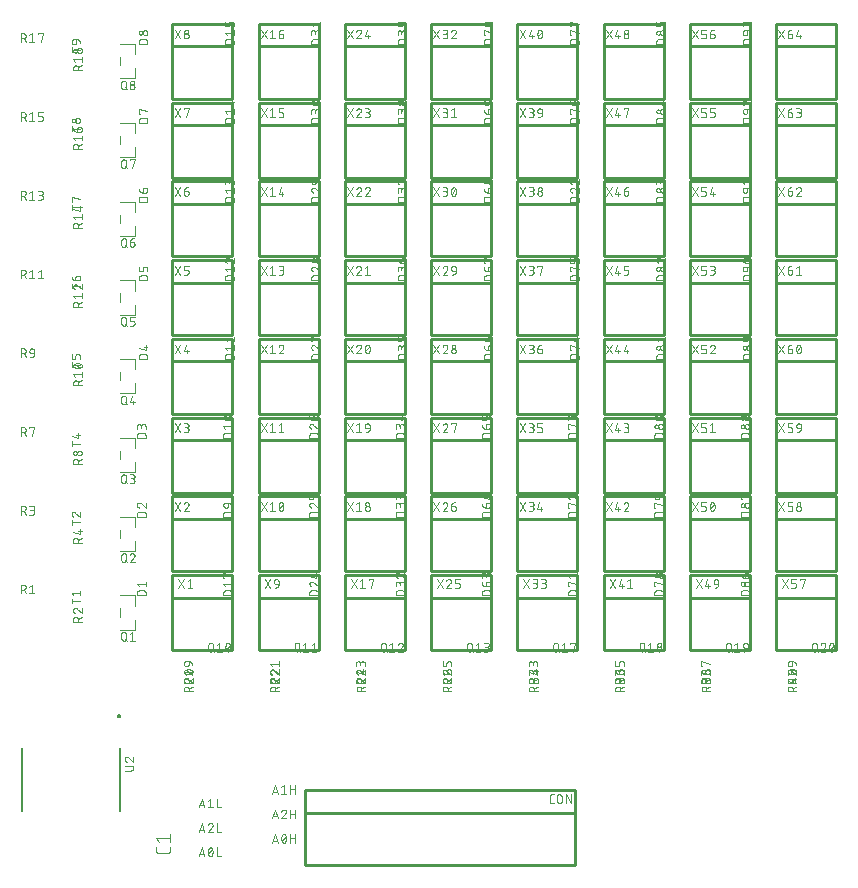
<source format=gbr>
G04 EAGLE Gerber RS-274X export*
G75*
%MOMM*%
%FSLAX34Y34*%
%LPD*%
%INSilkscreen Top*%
%IPPOS*%
%AMOC8*
5,1,8,0,0,1.08239X$1,22.5*%
G01*
%ADD10C,0.200000*%
%ADD11C,0.127000*%
%ADD12C,0.076200*%
%ADD13C,0.254000*%
%ADD14C,0.101600*%


D10*
X133213Y176288D02*
X133215Y176351D01*
X133221Y176413D01*
X133231Y176475D01*
X133244Y176537D01*
X133262Y176597D01*
X133283Y176656D01*
X133308Y176714D01*
X133337Y176770D01*
X133369Y176824D01*
X133404Y176876D01*
X133442Y176925D01*
X133484Y176973D01*
X133528Y177017D01*
X133576Y177059D01*
X133625Y177097D01*
X133677Y177132D01*
X133731Y177164D01*
X133787Y177193D01*
X133845Y177218D01*
X133904Y177239D01*
X133964Y177257D01*
X134026Y177270D01*
X134088Y177280D01*
X134150Y177286D01*
X134213Y177288D01*
X134276Y177286D01*
X134338Y177280D01*
X134400Y177270D01*
X134462Y177257D01*
X134522Y177239D01*
X134581Y177218D01*
X134639Y177193D01*
X134695Y177164D01*
X134749Y177132D01*
X134801Y177097D01*
X134850Y177059D01*
X134898Y177017D01*
X134942Y176973D01*
X134984Y176925D01*
X135022Y176876D01*
X135057Y176824D01*
X135089Y176770D01*
X135118Y176714D01*
X135143Y176656D01*
X135164Y176597D01*
X135182Y176537D01*
X135195Y176475D01*
X135205Y176413D01*
X135211Y176351D01*
X135213Y176288D01*
X135211Y176225D01*
X135205Y176163D01*
X135195Y176101D01*
X135182Y176039D01*
X135164Y175979D01*
X135143Y175920D01*
X135118Y175862D01*
X135089Y175806D01*
X135057Y175752D01*
X135022Y175700D01*
X134984Y175651D01*
X134942Y175603D01*
X134898Y175559D01*
X134850Y175517D01*
X134801Y175479D01*
X134749Y175444D01*
X134695Y175412D01*
X134639Y175383D01*
X134581Y175358D01*
X134522Y175337D01*
X134462Y175319D01*
X134400Y175306D01*
X134338Y175296D01*
X134276Y175290D01*
X134213Y175288D01*
X134150Y175290D01*
X134088Y175296D01*
X134026Y175306D01*
X133964Y175319D01*
X133904Y175337D01*
X133845Y175358D01*
X133787Y175383D01*
X133731Y175412D01*
X133677Y175444D01*
X133625Y175479D01*
X133576Y175517D01*
X133528Y175559D01*
X133484Y175603D01*
X133442Y175651D01*
X133404Y175700D01*
X133369Y175752D01*
X133337Y175806D01*
X133308Y175862D01*
X133283Y175920D01*
X133262Y175979D01*
X133244Y176039D01*
X133231Y176101D01*
X133221Y176163D01*
X133215Y176225D01*
X133213Y176288D01*
D11*
X135013Y148738D02*
X135013Y95738D01*
X52313Y95738D02*
X52313Y148738D01*
D12*
X139044Y129805D02*
X144363Y129805D01*
X144452Y129807D01*
X144541Y129813D01*
X144630Y129823D01*
X144718Y129836D01*
X144806Y129853D01*
X144893Y129875D01*
X144978Y129900D01*
X145063Y129928D01*
X145146Y129961D01*
X145228Y129997D01*
X145308Y130036D01*
X145386Y130079D01*
X145462Y130125D01*
X145537Y130175D01*
X145609Y130228D01*
X145678Y130284D01*
X145745Y130343D01*
X145810Y130404D01*
X145871Y130469D01*
X145930Y130536D01*
X145986Y130605D01*
X146039Y130677D01*
X146089Y130752D01*
X146135Y130828D01*
X146178Y130906D01*
X146217Y130986D01*
X146253Y131068D01*
X146286Y131151D01*
X146314Y131236D01*
X146339Y131321D01*
X146361Y131408D01*
X146378Y131496D01*
X146391Y131584D01*
X146401Y131673D01*
X146407Y131762D01*
X146409Y131851D01*
X146407Y131940D01*
X146401Y132029D01*
X146391Y132118D01*
X146378Y132206D01*
X146361Y132294D01*
X146339Y132381D01*
X146314Y132466D01*
X146286Y132551D01*
X146253Y132634D01*
X146217Y132716D01*
X146178Y132796D01*
X146135Y132874D01*
X146089Y132950D01*
X146039Y133025D01*
X145986Y133097D01*
X145930Y133166D01*
X145871Y133233D01*
X145810Y133298D01*
X145745Y133359D01*
X145678Y133418D01*
X145609Y133474D01*
X145537Y133527D01*
X145462Y133577D01*
X145386Y133623D01*
X145308Y133666D01*
X145228Y133705D01*
X145146Y133741D01*
X145063Y133774D01*
X144978Y133802D01*
X144893Y133827D01*
X144806Y133849D01*
X144718Y133866D01*
X144630Y133879D01*
X144541Y133889D01*
X144452Y133895D01*
X144363Y133897D01*
X139044Y133897D01*
X139043Y139615D02*
X139045Y139700D01*
X139051Y139785D01*
X139061Y139869D01*
X139074Y139953D01*
X139092Y140037D01*
X139113Y140119D01*
X139138Y140200D01*
X139167Y140280D01*
X139200Y140359D01*
X139236Y140436D01*
X139276Y140511D01*
X139319Y140585D01*
X139365Y140656D01*
X139415Y140725D01*
X139468Y140792D01*
X139524Y140856D01*
X139583Y140917D01*
X139644Y140976D01*
X139708Y141032D01*
X139775Y141085D01*
X139844Y141135D01*
X139915Y141181D01*
X139989Y141224D01*
X140064Y141264D01*
X140141Y141300D01*
X140220Y141333D01*
X140300Y141362D01*
X140381Y141387D01*
X140463Y141408D01*
X140547Y141426D01*
X140631Y141439D01*
X140715Y141449D01*
X140800Y141455D01*
X140885Y141457D01*
X139043Y139615D02*
X139045Y139519D01*
X139051Y139423D01*
X139061Y139328D01*
X139074Y139233D01*
X139092Y139138D01*
X139113Y139045D01*
X139138Y138952D01*
X139167Y138861D01*
X139199Y138770D01*
X139235Y138681D01*
X139275Y138594D01*
X139318Y138508D01*
X139364Y138424D01*
X139414Y138342D01*
X139468Y138262D01*
X139524Y138185D01*
X139584Y138110D01*
X139646Y138037D01*
X139712Y137967D01*
X139780Y137899D01*
X139851Y137834D01*
X139924Y137773D01*
X140000Y137714D01*
X140079Y137658D01*
X140159Y137606D01*
X140242Y137557D01*
X140326Y137511D01*
X140412Y137469D01*
X140500Y137431D01*
X140589Y137396D01*
X140680Y137364D01*
X142317Y140843D02*
X142258Y140903D01*
X142196Y140960D01*
X142132Y141015D01*
X142065Y141066D01*
X141996Y141115D01*
X141926Y141161D01*
X141853Y141204D01*
X141779Y141244D01*
X141703Y141280D01*
X141625Y141313D01*
X141546Y141343D01*
X141466Y141370D01*
X141385Y141393D01*
X141303Y141412D01*
X141221Y141428D01*
X141137Y141441D01*
X141053Y141450D01*
X140969Y141455D01*
X140885Y141457D01*
X142317Y140843D02*
X146410Y137364D01*
X146410Y141457D01*
X149416Y278194D02*
X156782Y278194D01*
X149416Y278194D02*
X149416Y280240D01*
X149418Y280329D01*
X149424Y280418D01*
X149434Y280507D01*
X149447Y280595D01*
X149464Y280683D01*
X149486Y280770D01*
X149511Y280855D01*
X149539Y280940D01*
X149572Y281023D01*
X149608Y281105D01*
X149647Y281185D01*
X149690Y281263D01*
X149736Y281339D01*
X149786Y281414D01*
X149839Y281486D01*
X149895Y281555D01*
X149954Y281622D01*
X150015Y281687D01*
X150080Y281748D01*
X150147Y281807D01*
X150216Y281863D01*
X150288Y281916D01*
X150363Y281966D01*
X150439Y282012D01*
X150517Y282055D01*
X150597Y282094D01*
X150679Y282130D01*
X150762Y282163D01*
X150847Y282191D01*
X150932Y282216D01*
X151019Y282238D01*
X151107Y282255D01*
X151195Y282268D01*
X151284Y282278D01*
X151373Y282284D01*
X151462Y282286D01*
X154735Y282286D01*
X154824Y282284D01*
X154913Y282278D01*
X155002Y282268D01*
X155090Y282255D01*
X155178Y282238D01*
X155265Y282216D01*
X155350Y282191D01*
X155435Y282163D01*
X155518Y282130D01*
X155600Y282094D01*
X155680Y282055D01*
X155758Y282012D01*
X155834Y281966D01*
X155909Y281916D01*
X155981Y281863D01*
X156050Y281807D01*
X156117Y281748D01*
X156182Y281687D01*
X156243Y281622D01*
X156302Y281555D01*
X156358Y281486D01*
X156411Y281414D01*
X156461Y281339D01*
X156507Y281263D01*
X156550Y281185D01*
X156589Y281105D01*
X156625Y281023D01*
X156658Y280940D01*
X156686Y280855D01*
X156711Y280770D01*
X156733Y280683D01*
X156750Y280595D01*
X156763Y280507D01*
X156773Y280418D01*
X156779Y280329D01*
X156781Y280240D01*
X156782Y280240D02*
X156782Y278194D01*
X151052Y285753D02*
X149416Y287799D01*
X156782Y287799D01*
X156782Y285753D02*
X156782Y289845D01*
D13*
X179388Y295275D02*
X230188Y295275D01*
X230188Y276225D01*
X230188Y231775D01*
X179388Y231775D01*
X179388Y276225D01*
X179388Y295275D01*
X179388Y276225D02*
X230188Y276225D01*
D12*
X189442Y291910D02*
X184531Y284544D01*
X189442Y284544D02*
X184531Y291910D01*
X192255Y290273D02*
X194302Y291910D01*
X194302Y284544D01*
X196348Y284544D02*
X192255Y284544D01*
X101410Y273320D02*
X94044Y273320D01*
X94044Y271274D02*
X94044Y275366D01*
X95680Y278102D02*
X94044Y280148D01*
X101410Y280148D01*
X101410Y278102D02*
X101410Y282194D01*
X51181Y279781D02*
X51181Y287147D01*
X53227Y287147D01*
X53316Y287145D01*
X53405Y287139D01*
X53494Y287129D01*
X53582Y287116D01*
X53670Y287099D01*
X53757Y287077D01*
X53842Y287052D01*
X53927Y287024D01*
X54010Y286991D01*
X54092Y286955D01*
X54172Y286916D01*
X54250Y286873D01*
X54326Y286827D01*
X54401Y286777D01*
X54473Y286724D01*
X54542Y286668D01*
X54609Y286609D01*
X54674Y286548D01*
X54735Y286483D01*
X54794Y286416D01*
X54850Y286347D01*
X54903Y286275D01*
X54953Y286200D01*
X54999Y286124D01*
X55042Y286046D01*
X55081Y285966D01*
X55117Y285884D01*
X55150Y285801D01*
X55178Y285716D01*
X55203Y285631D01*
X55225Y285544D01*
X55242Y285456D01*
X55255Y285368D01*
X55265Y285279D01*
X55271Y285190D01*
X55273Y285101D01*
X55271Y285012D01*
X55265Y284923D01*
X55255Y284834D01*
X55242Y284746D01*
X55225Y284658D01*
X55203Y284571D01*
X55178Y284486D01*
X55150Y284401D01*
X55117Y284318D01*
X55081Y284236D01*
X55042Y284156D01*
X54999Y284078D01*
X54953Y284002D01*
X54903Y283927D01*
X54850Y283855D01*
X54794Y283786D01*
X54735Y283719D01*
X54674Y283654D01*
X54609Y283593D01*
X54542Y283534D01*
X54473Y283478D01*
X54401Y283425D01*
X54326Y283375D01*
X54250Y283329D01*
X54172Y283286D01*
X54092Y283247D01*
X54010Y283211D01*
X53927Y283178D01*
X53842Y283150D01*
X53757Y283125D01*
X53670Y283103D01*
X53582Y283086D01*
X53494Y283073D01*
X53405Y283063D01*
X53316Y283057D01*
X53227Y283055D01*
X51181Y283055D01*
X53636Y283055D02*
X55273Y279781D01*
X58445Y285510D02*
X60491Y287147D01*
X60491Y279781D01*
X58445Y279781D02*
X62537Y279781D01*
X95441Y255969D02*
X102807Y255969D01*
X95441Y255969D02*
X95441Y258015D01*
X95443Y258104D01*
X95449Y258193D01*
X95459Y258282D01*
X95472Y258370D01*
X95489Y258458D01*
X95511Y258545D01*
X95536Y258630D01*
X95564Y258715D01*
X95597Y258798D01*
X95633Y258880D01*
X95672Y258960D01*
X95715Y259038D01*
X95761Y259114D01*
X95811Y259189D01*
X95864Y259261D01*
X95920Y259330D01*
X95979Y259397D01*
X96040Y259462D01*
X96105Y259523D01*
X96172Y259582D01*
X96241Y259638D01*
X96313Y259691D01*
X96388Y259741D01*
X96464Y259787D01*
X96542Y259830D01*
X96622Y259869D01*
X96704Y259905D01*
X96787Y259938D01*
X96872Y259966D01*
X96957Y259991D01*
X97044Y260013D01*
X97132Y260030D01*
X97220Y260043D01*
X97309Y260053D01*
X97398Y260059D01*
X97487Y260061D01*
X97576Y260059D01*
X97665Y260053D01*
X97754Y260043D01*
X97842Y260030D01*
X97930Y260013D01*
X98017Y259991D01*
X98102Y259966D01*
X98187Y259938D01*
X98270Y259905D01*
X98352Y259869D01*
X98432Y259830D01*
X98510Y259787D01*
X98586Y259741D01*
X98661Y259691D01*
X98733Y259638D01*
X98802Y259582D01*
X98869Y259523D01*
X98934Y259462D01*
X98995Y259397D01*
X99054Y259330D01*
X99110Y259261D01*
X99163Y259189D01*
X99213Y259114D01*
X99259Y259038D01*
X99302Y258960D01*
X99341Y258880D01*
X99377Y258798D01*
X99410Y258715D01*
X99438Y258630D01*
X99463Y258545D01*
X99485Y258458D01*
X99502Y258370D01*
X99515Y258282D01*
X99525Y258193D01*
X99531Y258104D01*
X99533Y258015D01*
X99533Y255969D01*
X99533Y258424D02*
X102807Y260061D01*
X97282Y267325D02*
X97197Y267323D01*
X97112Y267317D01*
X97028Y267307D01*
X96944Y267294D01*
X96860Y267276D01*
X96778Y267255D01*
X96697Y267230D01*
X96617Y267201D01*
X96538Y267168D01*
X96461Y267132D01*
X96386Y267092D01*
X96312Y267049D01*
X96241Y267003D01*
X96172Y266953D01*
X96105Y266900D01*
X96041Y266844D01*
X95980Y266785D01*
X95921Y266724D01*
X95865Y266660D01*
X95812Y266593D01*
X95762Y266524D01*
X95716Y266453D01*
X95673Y266379D01*
X95633Y266304D01*
X95597Y266227D01*
X95564Y266148D01*
X95535Y266068D01*
X95510Y265987D01*
X95489Y265905D01*
X95471Y265821D01*
X95458Y265737D01*
X95448Y265653D01*
X95442Y265568D01*
X95440Y265483D01*
X95442Y265387D01*
X95448Y265291D01*
X95458Y265196D01*
X95471Y265101D01*
X95489Y265006D01*
X95510Y264913D01*
X95535Y264820D01*
X95564Y264729D01*
X95596Y264638D01*
X95632Y264549D01*
X95672Y264462D01*
X95715Y264376D01*
X95761Y264292D01*
X95811Y264210D01*
X95865Y264130D01*
X95921Y264053D01*
X95981Y263978D01*
X96043Y263905D01*
X96109Y263835D01*
X96177Y263767D01*
X96248Y263702D01*
X96321Y263641D01*
X96397Y263582D01*
X96476Y263526D01*
X96556Y263474D01*
X96639Y263425D01*
X96723Y263379D01*
X96809Y263337D01*
X96897Y263299D01*
X96986Y263264D01*
X97077Y263232D01*
X98714Y266711D02*
X98655Y266771D01*
X98593Y266828D01*
X98529Y266883D01*
X98462Y266934D01*
X98393Y266983D01*
X98323Y267029D01*
X98250Y267072D01*
X98176Y267112D01*
X98100Y267148D01*
X98022Y267181D01*
X97943Y267211D01*
X97863Y267238D01*
X97782Y267261D01*
X97700Y267280D01*
X97618Y267296D01*
X97534Y267309D01*
X97450Y267318D01*
X97366Y267323D01*
X97282Y267325D01*
X98714Y266711D02*
X102807Y263233D01*
X102807Y267325D01*
D14*
X147788Y269525D02*
X147788Y278025D01*
X147788Y257525D02*
X147788Y249025D01*
X134788Y249025D01*
X134788Y260025D02*
X134788Y267025D01*
X134788Y278025D02*
X147788Y278025D01*
D12*
X136194Y245098D02*
X136194Y241824D01*
X136194Y245098D02*
X136196Y245187D01*
X136202Y245276D01*
X136212Y245365D01*
X136225Y245453D01*
X136242Y245541D01*
X136264Y245628D01*
X136289Y245713D01*
X136317Y245798D01*
X136350Y245881D01*
X136386Y245963D01*
X136425Y246043D01*
X136468Y246121D01*
X136514Y246197D01*
X136564Y246272D01*
X136617Y246344D01*
X136673Y246413D01*
X136732Y246480D01*
X136793Y246545D01*
X136858Y246606D01*
X136925Y246665D01*
X136994Y246721D01*
X137066Y246774D01*
X137141Y246824D01*
X137217Y246870D01*
X137295Y246913D01*
X137375Y246952D01*
X137457Y246988D01*
X137540Y247021D01*
X137625Y247049D01*
X137710Y247074D01*
X137797Y247096D01*
X137885Y247113D01*
X137973Y247126D01*
X138062Y247136D01*
X138151Y247142D01*
X138240Y247144D01*
X138329Y247142D01*
X138418Y247136D01*
X138507Y247126D01*
X138595Y247113D01*
X138683Y247096D01*
X138770Y247074D01*
X138855Y247049D01*
X138940Y247021D01*
X139023Y246988D01*
X139105Y246952D01*
X139185Y246913D01*
X139263Y246870D01*
X139339Y246824D01*
X139414Y246774D01*
X139486Y246721D01*
X139555Y246665D01*
X139622Y246606D01*
X139687Y246545D01*
X139748Y246480D01*
X139807Y246413D01*
X139863Y246344D01*
X139916Y246272D01*
X139966Y246197D01*
X140012Y246121D01*
X140055Y246043D01*
X140094Y245963D01*
X140130Y245881D01*
X140163Y245798D01*
X140191Y245713D01*
X140216Y245628D01*
X140238Y245541D01*
X140255Y245453D01*
X140268Y245365D01*
X140278Y245276D01*
X140284Y245187D01*
X140286Y245098D01*
X140286Y241824D01*
X140284Y241735D01*
X140278Y241646D01*
X140268Y241557D01*
X140255Y241469D01*
X140238Y241381D01*
X140216Y241294D01*
X140191Y241209D01*
X140163Y241124D01*
X140130Y241041D01*
X140094Y240959D01*
X140055Y240879D01*
X140012Y240801D01*
X139966Y240725D01*
X139916Y240650D01*
X139863Y240578D01*
X139807Y240509D01*
X139748Y240442D01*
X139687Y240377D01*
X139622Y240316D01*
X139555Y240257D01*
X139486Y240201D01*
X139414Y240148D01*
X139339Y240098D01*
X139263Y240052D01*
X139185Y240009D01*
X139105Y239970D01*
X139023Y239934D01*
X138940Y239901D01*
X138855Y239873D01*
X138770Y239848D01*
X138683Y239826D01*
X138595Y239809D01*
X138507Y239796D01*
X138418Y239786D01*
X138329Y239780D01*
X138240Y239778D01*
X138151Y239780D01*
X138062Y239786D01*
X137973Y239796D01*
X137885Y239809D01*
X137797Y239826D01*
X137710Y239848D01*
X137625Y239873D01*
X137540Y239901D01*
X137457Y239934D01*
X137375Y239970D01*
X137295Y240009D01*
X137217Y240052D01*
X137141Y240098D01*
X137066Y240148D01*
X136994Y240201D01*
X136925Y240257D01*
X136858Y240316D01*
X136793Y240377D01*
X136732Y240442D01*
X136673Y240509D01*
X136617Y240578D01*
X136564Y240650D01*
X136514Y240725D01*
X136468Y240801D01*
X136425Y240879D01*
X136386Y240959D01*
X136350Y241041D01*
X136317Y241124D01*
X136289Y241209D01*
X136264Y241294D01*
X136242Y241381D01*
X136225Y241469D01*
X136212Y241557D01*
X136202Y241646D01*
X136196Y241735D01*
X136194Y241824D01*
X139468Y241415D02*
X141105Y239778D01*
X143289Y245507D02*
X145335Y247144D01*
X145335Y239778D01*
X143289Y239778D02*
X147382Y239778D01*
X101410Y339995D02*
X94044Y339995D01*
X94044Y337949D02*
X94044Y342041D01*
X94043Y347028D02*
X94045Y347113D01*
X94051Y347198D01*
X94061Y347282D01*
X94074Y347366D01*
X94092Y347450D01*
X94113Y347532D01*
X94138Y347613D01*
X94167Y347693D01*
X94200Y347772D01*
X94236Y347849D01*
X94276Y347924D01*
X94319Y347998D01*
X94365Y348069D01*
X94415Y348138D01*
X94468Y348205D01*
X94524Y348269D01*
X94583Y348330D01*
X94644Y348389D01*
X94708Y348445D01*
X94775Y348498D01*
X94844Y348548D01*
X94915Y348594D01*
X94989Y348637D01*
X95064Y348677D01*
X95141Y348713D01*
X95220Y348746D01*
X95300Y348775D01*
X95381Y348800D01*
X95463Y348821D01*
X95547Y348839D01*
X95631Y348852D01*
X95715Y348862D01*
X95800Y348868D01*
X95885Y348870D01*
X94043Y347028D02*
X94045Y346932D01*
X94051Y346836D01*
X94061Y346741D01*
X94074Y346646D01*
X94092Y346551D01*
X94113Y346458D01*
X94138Y346365D01*
X94167Y346274D01*
X94199Y346183D01*
X94235Y346094D01*
X94275Y346007D01*
X94318Y345921D01*
X94364Y345837D01*
X94414Y345755D01*
X94468Y345675D01*
X94524Y345598D01*
X94584Y345523D01*
X94646Y345450D01*
X94712Y345380D01*
X94780Y345312D01*
X94851Y345247D01*
X94924Y345186D01*
X95000Y345127D01*
X95079Y345071D01*
X95159Y345019D01*
X95242Y344970D01*
X95326Y344924D01*
X95412Y344882D01*
X95500Y344844D01*
X95589Y344809D01*
X95680Y344777D01*
X97317Y348255D02*
X97258Y348315D01*
X97196Y348372D01*
X97132Y348427D01*
X97065Y348478D01*
X96996Y348527D01*
X96926Y348573D01*
X96853Y348616D01*
X96779Y348656D01*
X96703Y348692D01*
X96625Y348725D01*
X96546Y348755D01*
X96466Y348782D01*
X96385Y348805D01*
X96303Y348824D01*
X96221Y348840D01*
X96137Y348853D01*
X96053Y348862D01*
X95969Y348867D01*
X95885Y348869D01*
X97317Y348255D02*
X101410Y344777D01*
X101410Y348869D01*
X51181Y346456D02*
X51181Y353822D01*
X53227Y353822D01*
X53316Y353820D01*
X53405Y353814D01*
X53494Y353804D01*
X53582Y353791D01*
X53670Y353774D01*
X53757Y353752D01*
X53842Y353727D01*
X53927Y353699D01*
X54010Y353666D01*
X54092Y353630D01*
X54172Y353591D01*
X54250Y353548D01*
X54326Y353502D01*
X54401Y353452D01*
X54473Y353399D01*
X54542Y353343D01*
X54609Y353284D01*
X54674Y353223D01*
X54735Y353158D01*
X54794Y353091D01*
X54850Y353022D01*
X54903Y352950D01*
X54953Y352875D01*
X54999Y352799D01*
X55042Y352721D01*
X55081Y352641D01*
X55117Y352559D01*
X55150Y352476D01*
X55178Y352391D01*
X55203Y352306D01*
X55225Y352219D01*
X55242Y352131D01*
X55255Y352043D01*
X55265Y351954D01*
X55271Y351865D01*
X55273Y351776D01*
X55271Y351687D01*
X55265Y351598D01*
X55255Y351509D01*
X55242Y351421D01*
X55225Y351333D01*
X55203Y351246D01*
X55178Y351161D01*
X55150Y351076D01*
X55117Y350993D01*
X55081Y350911D01*
X55042Y350831D01*
X54999Y350753D01*
X54953Y350677D01*
X54903Y350602D01*
X54850Y350530D01*
X54794Y350461D01*
X54735Y350394D01*
X54674Y350329D01*
X54609Y350268D01*
X54542Y350209D01*
X54473Y350153D01*
X54401Y350100D01*
X54326Y350050D01*
X54250Y350004D01*
X54172Y349961D01*
X54092Y349922D01*
X54010Y349886D01*
X53927Y349853D01*
X53842Y349825D01*
X53757Y349800D01*
X53670Y349778D01*
X53582Y349761D01*
X53494Y349748D01*
X53405Y349738D01*
X53316Y349732D01*
X53227Y349730D01*
X51181Y349730D01*
X53636Y349730D02*
X55273Y346456D01*
X58445Y346456D02*
X60491Y346456D01*
X60580Y346458D01*
X60669Y346464D01*
X60758Y346474D01*
X60846Y346487D01*
X60934Y346504D01*
X61021Y346526D01*
X61106Y346551D01*
X61191Y346579D01*
X61274Y346612D01*
X61356Y346648D01*
X61436Y346687D01*
X61514Y346730D01*
X61590Y346776D01*
X61665Y346826D01*
X61737Y346879D01*
X61806Y346935D01*
X61873Y346994D01*
X61938Y347055D01*
X61999Y347120D01*
X62058Y347187D01*
X62114Y347256D01*
X62167Y347328D01*
X62217Y347403D01*
X62263Y347479D01*
X62306Y347557D01*
X62345Y347637D01*
X62381Y347719D01*
X62414Y347802D01*
X62442Y347887D01*
X62467Y347972D01*
X62489Y348059D01*
X62506Y348147D01*
X62519Y348235D01*
X62529Y348324D01*
X62535Y348413D01*
X62537Y348502D01*
X62535Y348591D01*
X62529Y348680D01*
X62519Y348769D01*
X62506Y348857D01*
X62489Y348945D01*
X62467Y349032D01*
X62442Y349117D01*
X62414Y349202D01*
X62381Y349285D01*
X62345Y349367D01*
X62306Y349447D01*
X62263Y349525D01*
X62217Y349601D01*
X62167Y349676D01*
X62114Y349748D01*
X62058Y349817D01*
X61999Y349884D01*
X61938Y349949D01*
X61873Y350010D01*
X61806Y350069D01*
X61737Y350125D01*
X61665Y350178D01*
X61590Y350228D01*
X61514Y350274D01*
X61436Y350317D01*
X61356Y350356D01*
X61274Y350392D01*
X61191Y350425D01*
X61106Y350453D01*
X61021Y350478D01*
X60934Y350500D01*
X60846Y350517D01*
X60758Y350530D01*
X60669Y350540D01*
X60580Y350546D01*
X60491Y350548D01*
X60900Y353822D02*
X58445Y353822D01*
X60900Y353822D02*
X60979Y353820D01*
X61058Y353814D01*
X61137Y353805D01*
X61215Y353792D01*
X61292Y353774D01*
X61368Y353754D01*
X61443Y353729D01*
X61517Y353701D01*
X61590Y353670D01*
X61661Y353634D01*
X61730Y353596D01*
X61797Y353554D01*
X61862Y353509D01*
X61925Y353461D01*
X61986Y353410D01*
X62043Y353356D01*
X62099Y353300D01*
X62151Y353241D01*
X62201Y353179D01*
X62247Y353115D01*
X62291Y353049D01*
X62331Y352981D01*
X62367Y352911D01*
X62401Y352839D01*
X62431Y352765D01*
X62457Y352691D01*
X62480Y352615D01*
X62498Y352538D01*
X62514Y352461D01*
X62525Y352382D01*
X62533Y352304D01*
X62537Y352225D01*
X62537Y352145D01*
X62533Y352066D01*
X62525Y351988D01*
X62514Y351909D01*
X62498Y351832D01*
X62480Y351755D01*
X62457Y351679D01*
X62431Y351605D01*
X62401Y351531D01*
X62367Y351459D01*
X62331Y351389D01*
X62291Y351321D01*
X62247Y351255D01*
X62201Y351191D01*
X62151Y351129D01*
X62099Y351070D01*
X62043Y351014D01*
X61986Y350960D01*
X61925Y350909D01*
X61862Y350861D01*
X61797Y350816D01*
X61730Y350774D01*
X61661Y350736D01*
X61590Y350700D01*
X61517Y350669D01*
X61443Y350641D01*
X61368Y350616D01*
X61292Y350596D01*
X61215Y350578D01*
X61137Y350565D01*
X61058Y350556D01*
X60979Y350550D01*
X60900Y350548D01*
X59263Y350548D01*
X95441Y322644D02*
X102807Y322644D01*
X95441Y322644D02*
X95441Y324690D01*
X95443Y324779D01*
X95449Y324868D01*
X95459Y324957D01*
X95472Y325045D01*
X95489Y325133D01*
X95511Y325220D01*
X95536Y325305D01*
X95564Y325390D01*
X95597Y325473D01*
X95633Y325555D01*
X95672Y325635D01*
X95715Y325713D01*
X95761Y325789D01*
X95811Y325864D01*
X95864Y325936D01*
X95920Y326005D01*
X95979Y326072D01*
X96040Y326137D01*
X96105Y326198D01*
X96172Y326257D01*
X96241Y326313D01*
X96313Y326366D01*
X96388Y326416D01*
X96464Y326462D01*
X96542Y326505D01*
X96622Y326544D01*
X96704Y326580D01*
X96787Y326613D01*
X96872Y326641D01*
X96957Y326666D01*
X97044Y326688D01*
X97132Y326705D01*
X97220Y326718D01*
X97309Y326728D01*
X97398Y326734D01*
X97487Y326736D01*
X97576Y326734D01*
X97665Y326728D01*
X97754Y326718D01*
X97842Y326705D01*
X97930Y326688D01*
X98017Y326666D01*
X98102Y326641D01*
X98187Y326613D01*
X98270Y326580D01*
X98352Y326544D01*
X98432Y326505D01*
X98510Y326462D01*
X98586Y326416D01*
X98661Y326366D01*
X98733Y326313D01*
X98802Y326257D01*
X98869Y326198D01*
X98934Y326137D01*
X98995Y326072D01*
X99054Y326005D01*
X99110Y325936D01*
X99163Y325864D01*
X99213Y325789D01*
X99259Y325713D01*
X99302Y325635D01*
X99341Y325555D01*
X99377Y325473D01*
X99410Y325390D01*
X99438Y325305D01*
X99463Y325220D01*
X99485Y325133D01*
X99502Y325045D01*
X99515Y324957D01*
X99525Y324868D01*
X99531Y324779D01*
X99533Y324690D01*
X99533Y322644D01*
X99533Y325099D02*
X102807Y326736D01*
X101170Y329908D02*
X95441Y331544D01*
X101170Y329908D02*
X101170Y334000D01*
X99533Y332772D02*
X102807Y332772D01*
D14*
X147788Y336200D02*
X147788Y344700D01*
X147788Y324200D02*
X147788Y315700D01*
X134788Y315700D01*
X134788Y326700D02*
X134788Y333700D01*
X134788Y344700D02*
X147788Y344700D01*
D12*
X136194Y311773D02*
X136194Y308499D01*
X136194Y311773D02*
X136196Y311862D01*
X136202Y311951D01*
X136212Y312040D01*
X136225Y312128D01*
X136242Y312216D01*
X136264Y312303D01*
X136289Y312388D01*
X136317Y312473D01*
X136350Y312556D01*
X136386Y312638D01*
X136425Y312718D01*
X136468Y312796D01*
X136514Y312872D01*
X136564Y312947D01*
X136617Y313019D01*
X136673Y313088D01*
X136732Y313155D01*
X136793Y313220D01*
X136858Y313281D01*
X136925Y313340D01*
X136994Y313396D01*
X137066Y313449D01*
X137141Y313499D01*
X137217Y313545D01*
X137295Y313588D01*
X137375Y313627D01*
X137457Y313663D01*
X137540Y313696D01*
X137625Y313724D01*
X137710Y313749D01*
X137797Y313771D01*
X137885Y313788D01*
X137973Y313801D01*
X138062Y313811D01*
X138151Y313817D01*
X138240Y313819D01*
X138329Y313817D01*
X138418Y313811D01*
X138507Y313801D01*
X138595Y313788D01*
X138683Y313771D01*
X138770Y313749D01*
X138855Y313724D01*
X138940Y313696D01*
X139023Y313663D01*
X139105Y313627D01*
X139185Y313588D01*
X139263Y313545D01*
X139339Y313499D01*
X139414Y313449D01*
X139486Y313396D01*
X139555Y313340D01*
X139622Y313281D01*
X139687Y313220D01*
X139748Y313155D01*
X139807Y313088D01*
X139863Y313019D01*
X139916Y312947D01*
X139966Y312872D01*
X140012Y312796D01*
X140055Y312718D01*
X140094Y312638D01*
X140130Y312556D01*
X140163Y312473D01*
X140191Y312388D01*
X140216Y312303D01*
X140238Y312216D01*
X140255Y312128D01*
X140268Y312040D01*
X140278Y311951D01*
X140284Y311862D01*
X140286Y311773D01*
X140286Y308499D01*
X140284Y308410D01*
X140278Y308321D01*
X140268Y308232D01*
X140255Y308144D01*
X140238Y308056D01*
X140216Y307969D01*
X140191Y307884D01*
X140163Y307799D01*
X140130Y307716D01*
X140094Y307634D01*
X140055Y307554D01*
X140012Y307476D01*
X139966Y307400D01*
X139916Y307325D01*
X139863Y307253D01*
X139807Y307184D01*
X139748Y307117D01*
X139687Y307052D01*
X139622Y306991D01*
X139555Y306932D01*
X139486Y306876D01*
X139414Y306823D01*
X139339Y306773D01*
X139263Y306727D01*
X139185Y306684D01*
X139105Y306645D01*
X139023Y306609D01*
X138940Y306576D01*
X138855Y306548D01*
X138770Y306523D01*
X138683Y306501D01*
X138595Y306484D01*
X138507Y306471D01*
X138418Y306461D01*
X138329Y306455D01*
X138240Y306453D01*
X138151Y306455D01*
X138062Y306461D01*
X137973Y306471D01*
X137885Y306484D01*
X137797Y306501D01*
X137710Y306523D01*
X137625Y306548D01*
X137540Y306576D01*
X137457Y306609D01*
X137375Y306645D01*
X137295Y306684D01*
X137217Y306727D01*
X137141Y306773D01*
X137066Y306823D01*
X136994Y306876D01*
X136925Y306932D01*
X136858Y306991D01*
X136793Y307052D01*
X136732Y307117D01*
X136673Y307184D01*
X136617Y307253D01*
X136564Y307325D01*
X136514Y307400D01*
X136468Y307476D01*
X136425Y307554D01*
X136386Y307634D01*
X136350Y307716D01*
X136317Y307799D01*
X136289Y307884D01*
X136264Y307969D01*
X136242Y308056D01*
X136225Y308144D01*
X136212Y308232D01*
X136202Y308321D01*
X136196Y308410D01*
X136194Y308499D01*
X139468Y308090D02*
X141105Y306453D01*
X147382Y311978D02*
X147380Y312063D01*
X147374Y312148D01*
X147364Y312232D01*
X147351Y312316D01*
X147333Y312400D01*
X147312Y312482D01*
X147287Y312563D01*
X147258Y312643D01*
X147225Y312722D01*
X147189Y312799D01*
X147149Y312874D01*
X147106Y312948D01*
X147060Y313019D01*
X147010Y313088D01*
X146957Y313155D01*
X146901Y313219D01*
X146842Y313280D01*
X146781Y313339D01*
X146717Y313395D01*
X146650Y313448D01*
X146581Y313498D01*
X146510Y313544D01*
X146436Y313587D01*
X146361Y313627D01*
X146284Y313663D01*
X146205Y313696D01*
X146125Y313725D01*
X146044Y313750D01*
X145962Y313771D01*
X145878Y313789D01*
X145794Y313802D01*
X145710Y313812D01*
X145625Y313818D01*
X145540Y313820D01*
X145540Y313819D02*
X145444Y313817D01*
X145348Y313811D01*
X145253Y313801D01*
X145158Y313788D01*
X145063Y313770D01*
X144970Y313749D01*
X144877Y313724D01*
X144786Y313695D01*
X144695Y313663D01*
X144606Y313627D01*
X144519Y313587D01*
X144433Y313544D01*
X144349Y313498D01*
X144267Y313448D01*
X144187Y313394D01*
X144110Y313338D01*
X144035Y313278D01*
X143962Y313216D01*
X143892Y313150D01*
X143824Y313082D01*
X143759Y313011D01*
X143698Y312938D01*
X143639Y312862D01*
X143583Y312783D01*
X143531Y312703D01*
X143482Y312620D01*
X143436Y312536D01*
X143394Y312450D01*
X143356Y312362D01*
X143321Y312273D01*
X143289Y312182D01*
X146768Y310546D02*
X146828Y310605D01*
X146885Y310667D01*
X146940Y310731D01*
X146991Y310798D01*
X147040Y310867D01*
X147086Y310937D01*
X147129Y311010D01*
X147169Y311084D01*
X147205Y311160D01*
X147238Y311238D01*
X147268Y311317D01*
X147295Y311397D01*
X147318Y311478D01*
X147337Y311560D01*
X147353Y311642D01*
X147366Y311726D01*
X147375Y311810D01*
X147380Y311894D01*
X147382Y311978D01*
X146768Y310545D02*
X143289Y306453D01*
X147382Y306453D01*
X149416Y344869D02*
X156782Y344869D01*
X149416Y344869D02*
X149416Y346915D01*
X149418Y347004D01*
X149424Y347093D01*
X149434Y347182D01*
X149447Y347270D01*
X149464Y347358D01*
X149486Y347445D01*
X149511Y347530D01*
X149539Y347615D01*
X149572Y347698D01*
X149608Y347780D01*
X149647Y347860D01*
X149690Y347938D01*
X149736Y348014D01*
X149786Y348089D01*
X149839Y348161D01*
X149895Y348230D01*
X149954Y348297D01*
X150015Y348362D01*
X150080Y348423D01*
X150147Y348482D01*
X150216Y348538D01*
X150288Y348591D01*
X150363Y348641D01*
X150439Y348687D01*
X150517Y348730D01*
X150597Y348769D01*
X150679Y348805D01*
X150762Y348838D01*
X150847Y348866D01*
X150932Y348891D01*
X151019Y348913D01*
X151107Y348930D01*
X151195Y348943D01*
X151284Y348953D01*
X151373Y348959D01*
X151462Y348961D01*
X154735Y348961D01*
X154824Y348959D01*
X154913Y348953D01*
X155002Y348943D01*
X155090Y348930D01*
X155178Y348913D01*
X155265Y348891D01*
X155350Y348866D01*
X155435Y348838D01*
X155518Y348805D01*
X155600Y348769D01*
X155680Y348730D01*
X155758Y348687D01*
X155834Y348641D01*
X155909Y348591D01*
X155981Y348538D01*
X156050Y348482D01*
X156117Y348423D01*
X156182Y348362D01*
X156243Y348297D01*
X156302Y348230D01*
X156358Y348161D01*
X156411Y348089D01*
X156461Y348014D01*
X156507Y347938D01*
X156550Y347860D01*
X156589Y347780D01*
X156625Y347698D01*
X156658Y347615D01*
X156686Y347530D01*
X156711Y347445D01*
X156733Y347358D01*
X156750Y347270D01*
X156763Y347182D01*
X156773Y347093D01*
X156779Y347004D01*
X156781Y346915D01*
X156782Y346915D02*
X156782Y344869D01*
X149415Y354678D02*
X149417Y354763D01*
X149423Y354848D01*
X149433Y354932D01*
X149446Y355016D01*
X149464Y355100D01*
X149485Y355182D01*
X149510Y355263D01*
X149539Y355343D01*
X149572Y355422D01*
X149608Y355499D01*
X149648Y355574D01*
X149691Y355648D01*
X149737Y355719D01*
X149787Y355788D01*
X149840Y355855D01*
X149896Y355919D01*
X149955Y355980D01*
X150016Y356039D01*
X150080Y356095D01*
X150147Y356148D01*
X150216Y356198D01*
X150287Y356244D01*
X150361Y356287D01*
X150436Y356327D01*
X150513Y356363D01*
X150592Y356396D01*
X150672Y356425D01*
X150753Y356450D01*
X150835Y356471D01*
X150919Y356489D01*
X151003Y356502D01*
X151087Y356512D01*
X151172Y356518D01*
X151257Y356520D01*
X149415Y354678D02*
X149417Y354582D01*
X149423Y354486D01*
X149433Y354391D01*
X149446Y354296D01*
X149464Y354201D01*
X149485Y354108D01*
X149510Y354015D01*
X149539Y353924D01*
X149571Y353833D01*
X149607Y353744D01*
X149647Y353657D01*
X149690Y353571D01*
X149736Y353487D01*
X149786Y353405D01*
X149840Y353325D01*
X149896Y353248D01*
X149956Y353173D01*
X150018Y353100D01*
X150084Y353030D01*
X150152Y352962D01*
X150223Y352897D01*
X150296Y352836D01*
X150372Y352777D01*
X150451Y352721D01*
X150531Y352669D01*
X150614Y352620D01*
X150698Y352574D01*
X150784Y352532D01*
X150872Y352494D01*
X150961Y352459D01*
X151052Y352427D01*
X152689Y355906D02*
X152630Y355966D01*
X152568Y356023D01*
X152504Y356078D01*
X152437Y356129D01*
X152368Y356178D01*
X152298Y356224D01*
X152225Y356267D01*
X152151Y356307D01*
X152075Y356343D01*
X151997Y356376D01*
X151918Y356406D01*
X151838Y356433D01*
X151757Y356456D01*
X151675Y356475D01*
X151593Y356491D01*
X151509Y356504D01*
X151425Y356513D01*
X151341Y356518D01*
X151257Y356520D01*
X152689Y355906D02*
X156782Y352428D01*
X156782Y356520D01*
D13*
X179388Y361950D02*
X230188Y361950D01*
X230188Y342900D01*
X230188Y298450D01*
X179388Y298450D01*
X179388Y342900D01*
X179388Y361950D01*
X179388Y342900D02*
X230188Y342900D01*
D12*
X186267Y356997D02*
X181356Y349631D01*
X186267Y349631D02*
X181356Y356997D01*
X191331Y356998D02*
X191416Y356996D01*
X191501Y356990D01*
X191585Y356980D01*
X191669Y356967D01*
X191753Y356949D01*
X191835Y356928D01*
X191916Y356903D01*
X191996Y356874D01*
X192075Y356841D01*
X192152Y356805D01*
X192227Y356765D01*
X192301Y356722D01*
X192372Y356676D01*
X192441Y356626D01*
X192508Y356573D01*
X192572Y356517D01*
X192633Y356458D01*
X192692Y356397D01*
X192748Y356333D01*
X192801Y356266D01*
X192851Y356197D01*
X192897Y356126D01*
X192940Y356052D01*
X192980Y355977D01*
X193016Y355900D01*
X193049Y355821D01*
X193078Y355741D01*
X193103Y355660D01*
X193124Y355578D01*
X193142Y355494D01*
X193155Y355410D01*
X193165Y355326D01*
X193171Y355241D01*
X193173Y355156D01*
X191331Y356997D02*
X191235Y356995D01*
X191139Y356989D01*
X191044Y356979D01*
X190949Y356966D01*
X190854Y356948D01*
X190761Y356927D01*
X190668Y356902D01*
X190577Y356873D01*
X190486Y356841D01*
X190397Y356805D01*
X190310Y356765D01*
X190224Y356722D01*
X190140Y356676D01*
X190058Y356626D01*
X189978Y356572D01*
X189901Y356516D01*
X189826Y356456D01*
X189753Y356394D01*
X189683Y356328D01*
X189615Y356260D01*
X189550Y356189D01*
X189489Y356116D01*
X189430Y356040D01*
X189374Y355961D01*
X189322Y355881D01*
X189273Y355798D01*
X189227Y355714D01*
X189185Y355628D01*
X189147Y355540D01*
X189112Y355451D01*
X189080Y355360D01*
X192559Y353724D02*
X192619Y353783D01*
X192676Y353845D01*
X192731Y353909D01*
X192782Y353976D01*
X192831Y354045D01*
X192877Y354115D01*
X192920Y354188D01*
X192960Y354262D01*
X192996Y354338D01*
X193029Y354416D01*
X193059Y354495D01*
X193086Y354575D01*
X193109Y354656D01*
X193128Y354738D01*
X193144Y354820D01*
X193157Y354904D01*
X193166Y354988D01*
X193171Y355072D01*
X193173Y355156D01*
X192559Y353723D02*
X189080Y349631D01*
X193173Y349631D01*
X156782Y411544D02*
X149416Y411544D01*
X149416Y413590D01*
X149418Y413679D01*
X149424Y413768D01*
X149434Y413857D01*
X149447Y413945D01*
X149464Y414033D01*
X149486Y414120D01*
X149511Y414205D01*
X149539Y414290D01*
X149572Y414373D01*
X149608Y414455D01*
X149647Y414535D01*
X149690Y414613D01*
X149736Y414689D01*
X149786Y414764D01*
X149839Y414836D01*
X149895Y414905D01*
X149954Y414972D01*
X150015Y415037D01*
X150080Y415098D01*
X150147Y415157D01*
X150216Y415213D01*
X150288Y415266D01*
X150363Y415316D01*
X150439Y415362D01*
X150517Y415405D01*
X150597Y415444D01*
X150679Y415480D01*
X150762Y415513D01*
X150847Y415541D01*
X150932Y415566D01*
X151019Y415588D01*
X151107Y415605D01*
X151195Y415618D01*
X151284Y415628D01*
X151373Y415634D01*
X151462Y415636D01*
X154735Y415636D01*
X154824Y415634D01*
X154913Y415628D01*
X155002Y415618D01*
X155090Y415605D01*
X155178Y415588D01*
X155265Y415566D01*
X155350Y415541D01*
X155435Y415513D01*
X155518Y415480D01*
X155600Y415444D01*
X155680Y415405D01*
X155758Y415362D01*
X155834Y415316D01*
X155909Y415266D01*
X155981Y415213D01*
X156050Y415157D01*
X156117Y415098D01*
X156182Y415037D01*
X156243Y414972D01*
X156302Y414905D01*
X156358Y414836D01*
X156411Y414764D01*
X156461Y414689D01*
X156507Y414613D01*
X156550Y414535D01*
X156589Y414455D01*
X156625Y414373D01*
X156658Y414290D01*
X156686Y414205D01*
X156711Y414120D01*
X156733Y414033D01*
X156750Y413945D01*
X156763Y413857D01*
X156773Y413768D01*
X156779Y413679D01*
X156781Y413590D01*
X156782Y413590D02*
X156782Y411544D01*
X156782Y419103D02*
X156782Y421149D01*
X156781Y421149D02*
X156779Y421238D01*
X156773Y421327D01*
X156763Y421416D01*
X156750Y421504D01*
X156733Y421592D01*
X156711Y421679D01*
X156686Y421764D01*
X156658Y421849D01*
X156625Y421932D01*
X156589Y422014D01*
X156550Y422094D01*
X156507Y422172D01*
X156461Y422248D01*
X156411Y422323D01*
X156358Y422395D01*
X156302Y422464D01*
X156243Y422531D01*
X156182Y422596D01*
X156117Y422657D01*
X156050Y422716D01*
X155981Y422772D01*
X155909Y422825D01*
X155834Y422875D01*
X155758Y422921D01*
X155680Y422964D01*
X155600Y423003D01*
X155518Y423039D01*
X155435Y423072D01*
X155350Y423100D01*
X155265Y423125D01*
X155178Y423147D01*
X155090Y423164D01*
X155002Y423177D01*
X154913Y423187D01*
X154824Y423193D01*
X154735Y423195D01*
X154646Y423193D01*
X154557Y423187D01*
X154468Y423177D01*
X154380Y423164D01*
X154292Y423147D01*
X154205Y423125D01*
X154120Y423100D01*
X154035Y423072D01*
X153952Y423039D01*
X153870Y423003D01*
X153790Y422964D01*
X153712Y422921D01*
X153636Y422875D01*
X153561Y422825D01*
X153489Y422772D01*
X153420Y422716D01*
X153353Y422657D01*
X153288Y422596D01*
X153227Y422531D01*
X153168Y422464D01*
X153112Y422395D01*
X153059Y422323D01*
X153009Y422248D01*
X152963Y422172D01*
X152920Y422094D01*
X152881Y422014D01*
X152845Y421932D01*
X152812Y421849D01*
X152784Y421764D01*
X152759Y421679D01*
X152737Y421592D01*
X152720Y421504D01*
X152707Y421416D01*
X152697Y421327D01*
X152691Y421238D01*
X152689Y421149D01*
X149416Y421558D02*
X149416Y419103D01*
X149415Y421558D02*
X149417Y421637D01*
X149423Y421716D01*
X149432Y421795D01*
X149445Y421873D01*
X149463Y421950D01*
X149483Y422026D01*
X149508Y422101D01*
X149536Y422175D01*
X149567Y422248D01*
X149603Y422319D01*
X149641Y422388D01*
X149683Y422455D01*
X149728Y422520D01*
X149776Y422583D01*
X149827Y422644D01*
X149881Y422701D01*
X149937Y422757D01*
X149996Y422809D01*
X150058Y422859D01*
X150122Y422905D01*
X150188Y422949D01*
X150256Y422989D01*
X150326Y423025D01*
X150398Y423059D01*
X150472Y423089D01*
X150546Y423115D01*
X150622Y423138D01*
X150699Y423156D01*
X150776Y423172D01*
X150855Y423183D01*
X150933Y423191D01*
X151012Y423195D01*
X151092Y423195D01*
X151171Y423191D01*
X151249Y423183D01*
X151328Y423172D01*
X151405Y423156D01*
X151482Y423138D01*
X151558Y423115D01*
X151632Y423089D01*
X151706Y423059D01*
X151778Y423025D01*
X151848Y422989D01*
X151916Y422949D01*
X151982Y422905D01*
X152046Y422859D01*
X152108Y422809D01*
X152167Y422757D01*
X152223Y422701D01*
X152277Y422644D01*
X152328Y422583D01*
X152376Y422520D01*
X152421Y422455D01*
X152463Y422388D01*
X152501Y422319D01*
X152537Y422248D01*
X152568Y422175D01*
X152596Y422101D01*
X152621Y422026D01*
X152641Y421950D01*
X152659Y421873D01*
X152672Y421795D01*
X152681Y421716D01*
X152687Y421637D01*
X152689Y421558D01*
X152689Y419921D01*
D13*
X179388Y428625D02*
X230188Y428625D01*
X230188Y409575D01*
X230188Y365125D01*
X179388Y365125D01*
X179388Y409575D01*
X179388Y428625D01*
X179388Y409575D02*
X230188Y409575D01*
D12*
X186267Y423672D02*
X181356Y416306D01*
X186267Y416306D02*
X181356Y423672D01*
X189080Y416306D02*
X191127Y416306D01*
X191216Y416308D01*
X191305Y416314D01*
X191394Y416324D01*
X191482Y416337D01*
X191570Y416354D01*
X191657Y416376D01*
X191742Y416401D01*
X191827Y416429D01*
X191910Y416462D01*
X191992Y416498D01*
X192072Y416537D01*
X192150Y416580D01*
X192226Y416626D01*
X192301Y416676D01*
X192373Y416729D01*
X192442Y416785D01*
X192509Y416844D01*
X192574Y416905D01*
X192635Y416970D01*
X192694Y417037D01*
X192750Y417106D01*
X192803Y417178D01*
X192853Y417253D01*
X192899Y417329D01*
X192942Y417407D01*
X192981Y417487D01*
X193017Y417569D01*
X193050Y417652D01*
X193078Y417737D01*
X193103Y417822D01*
X193125Y417909D01*
X193142Y417997D01*
X193155Y418085D01*
X193165Y418174D01*
X193171Y418263D01*
X193173Y418352D01*
X193171Y418441D01*
X193165Y418530D01*
X193155Y418619D01*
X193142Y418707D01*
X193125Y418795D01*
X193103Y418882D01*
X193078Y418967D01*
X193050Y419052D01*
X193017Y419135D01*
X192981Y419217D01*
X192942Y419297D01*
X192899Y419375D01*
X192853Y419451D01*
X192803Y419526D01*
X192750Y419598D01*
X192694Y419667D01*
X192635Y419734D01*
X192574Y419799D01*
X192509Y419860D01*
X192442Y419919D01*
X192373Y419975D01*
X192301Y420028D01*
X192226Y420078D01*
X192150Y420124D01*
X192072Y420167D01*
X191992Y420206D01*
X191910Y420242D01*
X191827Y420275D01*
X191742Y420303D01*
X191657Y420328D01*
X191570Y420350D01*
X191482Y420367D01*
X191394Y420380D01*
X191305Y420390D01*
X191216Y420396D01*
X191127Y420398D01*
X191536Y423672D02*
X189080Y423672D01*
X191536Y423672D02*
X191615Y423670D01*
X191694Y423664D01*
X191773Y423655D01*
X191851Y423642D01*
X191928Y423624D01*
X192004Y423604D01*
X192079Y423579D01*
X192153Y423551D01*
X192226Y423520D01*
X192297Y423484D01*
X192366Y423446D01*
X192433Y423404D01*
X192498Y423359D01*
X192561Y423311D01*
X192622Y423260D01*
X192679Y423206D01*
X192735Y423150D01*
X192787Y423091D01*
X192837Y423029D01*
X192883Y422965D01*
X192927Y422899D01*
X192967Y422831D01*
X193003Y422761D01*
X193037Y422689D01*
X193067Y422615D01*
X193093Y422541D01*
X193116Y422465D01*
X193134Y422388D01*
X193150Y422311D01*
X193161Y422232D01*
X193169Y422154D01*
X193173Y422075D01*
X193173Y421995D01*
X193169Y421916D01*
X193161Y421838D01*
X193150Y421759D01*
X193134Y421682D01*
X193116Y421605D01*
X193093Y421529D01*
X193067Y421455D01*
X193037Y421381D01*
X193003Y421309D01*
X192967Y421239D01*
X192927Y421171D01*
X192883Y421105D01*
X192837Y421041D01*
X192787Y420979D01*
X192735Y420920D01*
X192679Y420864D01*
X192622Y420810D01*
X192561Y420759D01*
X192498Y420711D01*
X192433Y420666D01*
X192366Y420624D01*
X192297Y420586D01*
X192226Y420550D01*
X192153Y420519D01*
X192079Y420491D01*
X192004Y420466D01*
X191928Y420446D01*
X191851Y420428D01*
X191773Y420415D01*
X191694Y420406D01*
X191615Y420400D01*
X191536Y420398D01*
X189899Y420398D01*
X158369Y478219D02*
X151003Y478219D01*
X151003Y480265D01*
X151005Y480354D01*
X151011Y480443D01*
X151021Y480532D01*
X151034Y480620D01*
X151051Y480708D01*
X151073Y480795D01*
X151098Y480880D01*
X151126Y480965D01*
X151159Y481048D01*
X151195Y481130D01*
X151234Y481210D01*
X151277Y481288D01*
X151323Y481364D01*
X151373Y481439D01*
X151426Y481511D01*
X151482Y481580D01*
X151541Y481647D01*
X151602Y481712D01*
X151667Y481773D01*
X151734Y481832D01*
X151803Y481888D01*
X151875Y481941D01*
X151950Y481991D01*
X152026Y482037D01*
X152104Y482080D01*
X152184Y482119D01*
X152266Y482155D01*
X152349Y482188D01*
X152434Y482216D01*
X152519Y482241D01*
X152606Y482263D01*
X152694Y482280D01*
X152782Y482293D01*
X152871Y482303D01*
X152960Y482309D01*
X153049Y482311D01*
X156323Y482311D01*
X156412Y482309D01*
X156501Y482303D01*
X156590Y482293D01*
X156678Y482280D01*
X156766Y482263D01*
X156853Y482241D01*
X156938Y482216D01*
X157023Y482188D01*
X157106Y482155D01*
X157188Y482119D01*
X157268Y482080D01*
X157346Y482037D01*
X157422Y481991D01*
X157497Y481941D01*
X157569Y481888D01*
X157638Y481832D01*
X157705Y481773D01*
X157770Y481712D01*
X157831Y481647D01*
X157890Y481580D01*
X157946Y481511D01*
X157999Y481439D01*
X158049Y481364D01*
X158095Y481288D01*
X158138Y481210D01*
X158177Y481130D01*
X158213Y481048D01*
X158246Y480965D01*
X158274Y480880D01*
X158299Y480795D01*
X158321Y480708D01*
X158338Y480620D01*
X158351Y480532D01*
X158361Y480443D01*
X158367Y480354D01*
X158369Y480265D01*
X158369Y478219D01*
X156732Y485778D02*
X151003Y487414D01*
X156732Y485778D02*
X156732Y489870D01*
X155095Y488642D02*
X158369Y488642D01*
D13*
X179388Y495300D02*
X230188Y495300D01*
X230188Y476250D01*
X230188Y431800D01*
X179388Y431800D01*
X179388Y476250D01*
X179388Y495300D01*
X179388Y476250D02*
X230188Y476250D01*
D12*
X186267Y490347D02*
X181356Y482981D01*
X186267Y482981D02*
X181356Y490347D01*
X190717Y490347D02*
X189080Y484618D01*
X193173Y484618D01*
X191945Y486255D02*
X191945Y482981D01*
X158369Y544894D02*
X151003Y544894D01*
X151003Y546940D01*
X151005Y547029D01*
X151011Y547118D01*
X151021Y547207D01*
X151034Y547295D01*
X151051Y547383D01*
X151073Y547470D01*
X151098Y547555D01*
X151126Y547640D01*
X151159Y547723D01*
X151195Y547805D01*
X151234Y547885D01*
X151277Y547963D01*
X151323Y548039D01*
X151373Y548114D01*
X151426Y548186D01*
X151482Y548255D01*
X151541Y548322D01*
X151602Y548387D01*
X151667Y548448D01*
X151734Y548507D01*
X151803Y548563D01*
X151875Y548616D01*
X151950Y548666D01*
X152026Y548712D01*
X152104Y548755D01*
X152184Y548794D01*
X152266Y548830D01*
X152349Y548863D01*
X152434Y548891D01*
X152519Y548916D01*
X152606Y548938D01*
X152694Y548955D01*
X152782Y548968D01*
X152871Y548978D01*
X152960Y548984D01*
X153049Y548986D01*
X156323Y548986D01*
X156412Y548984D01*
X156501Y548978D01*
X156590Y548968D01*
X156678Y548955D01*
X156766Y548938D01*
X156853Y548916D01*
X156938Y548891D01*
X157023Y548863D01*
X157106Y548830D01*
X157188Y548794D01*
X157268Y548755D01*
X157346Y548712D01*
X157422Y548666D01*
X157497Y548616D01*
X157569Y548563D01*
X157638Y548507D01*
X157705Y548448D01*
X157770Y548387D01*
X157831Y548322D01*
X157890Y548255D01*
X157946Y548186D01*
X157999Y548114D01*
X158049Y548039D01*
X158095Y547963D01*
X158138Y547885D01*
X158177Y547805D01*
X158213Y547723D01*
X158246Y547640D01*
X158274Y547555D01*
X158299Y547470D01*
X158321Y547383D01*
X158338Y547295D01*
X158351Y547207D01*
X158361Y547118D01*
X158367Y547029D01*
X158369Y546940D01*
X158369Y544894D01*
X158369Y552453D02*
X158369Y554908D01*
X158367Y554986D01*
X158362Y555064D01*
X158352Y555141D01*
X158339Y555218D01*
X158323Y555294D01*
X158303Y555369D01*
X158279Y555443D01*
X158252Y555516D01*
X158221Y555588D01*
X158187Y555658D01*
X158150Y555727D01*
X158109Y555793D01*
X158065Y555858D01*
X158019Y555920D01*
X157969Y555980D01*
X157917Y556038D01*
X157862Y556093D01*
X157804Y556145D01*
X157744Y556195D01*
X157682Y556241D01*
X157617Y556285D01*
X157551Y556326D01*
X157482Y556363D01*
X157412Y556397D01*
X157340Y556428D01*
X157267Y556455D01*
X157193Y556479D01*
X157118Y556499D01*
X157042Y556515D01*
X156965Y556528D01*
X156888Y556538D01*
X156810Y556543D01*
X156732Y556545D01*
X155914Y556545D01*
X155834Y556543D01*
X155754Y556537D01*
X155674Y556527D01*
X155595Y556514D01*
X155516Y556496D01*
X155439Y556475D01*
X155363Y556449D01*
X155288Y556420D01*
X155214Y556388D01*
X155142Y556352D01*
X155072Y556312D01*
X155005Y556269D01*
X154939Y556223D01*
X154876Y556173D01*
X154815Y556121D01*
X154756Y556066D01*
X154701Y556007D01*
X154649Y555947D01*
X154599Y555883D01*
X154553Y555817D01*
X154510Y555750D01*
X154470Y555680D01*
X154434Y555608D01*
X154402Y555534D01*
X154373Y555460D01*
X154347Y555383D01*
X154326Y555306D01*
X154308Y555227D01*
X154295Y555148D01*
X154285Y555068D01*
X154279Y554988D01*
X154277Y554908D01*
X154277Y552453D01*
X151003Y552453D01*
X151003Y556545D01*
D13*
X179388Y561975D02*
X230188Y561975D01*
X230188Y542925D01*
X230188Y498475D01*
X179388Y498475D01*
X179388Y542925D01*
X179388Y561975D01*
X179388Y542925D02*
X230188Y542925D01*
D12*
X186267Y557022D02*
X181356Y549656D01*
X186267Y549656D02*
X181356Y557022D01*
X189080Y549656D02*
X191536Y549656D01*
X191614Y549658D01*
X191692Y549663D01*
X191769Y549673D01*
X191846Y549686D01*
X191922Y549702D01*
X191997Y549722D01*
X192071Y549746D01*
X192144Y549773D01*
X192216Y549804D01*
X192286Y549838D01*
X192355Y549875D01*
X192421Y549916D01*
X192486Y549960D01*
X192548Y550006D01*
X192608Y550056D01*
X192666Y550108D01*
X192721Y550163D01*
X192773Y550221D01*
X192823Y550281D01*
X192869Y550343D01*
X192913Y550408D01*
X192954Y550475D01*
X192991Y550543D01*
X193025Y550613D01*
X193056Y550685D01*
X193083Y550758D01*
X193107Y550832D01*
X193127Y550907D01*
X193143Y550983D01*
X193156Y551060D01*
X193166Y551137D01*
X193171Y551215D01*
X193173Y551293D01*
X193173Y552111D01*
X193171Y552189D01*
X193166Y552267D01*
X193156Y552344D01*
X193143Y552421D01*
X193127Y552497D01*
X193107Y552572D01*
X193083Y552646D01*
X193056Y552719D01*
X193025Y552791D01*
X192991Y552861D01*
X192954Y552930D01*
X192913Y552996D01*
X192869Y553061D01*
X192823Y553123D01*
X192773Y553183D01*
X192721Y553241D01*
X192666Y553296D01*
X192608Y553348D01*
X192548Y553398D01*
X192486Y553444D01*
X192421Y553488D01*
X192355Y553529D01*
X192286Y553566D01*
X192216Y553600D01*
X192144Y553631D01*
X192071Y553658D01*
X191997Y553682D01*
X191922Y553702D01*
X191846Y553718D01*
X191769Y553731D01*
X191692Y553741D01*
X191614Y553746D01*
X191536Y553748D01*
X189080Y553748D01*
X189080Y557022D01*
X193173Y557022D01*
X158369Y611569D02*
X151003Y611569D01*
X151003Y613615D01*
X151005Y613704D01*
X151011Y613793D01*
X151021Y613882D01*
X151034Y613970D01*
X151051Y614058D01*
X151073Y614145D01*
X151098Y614230D01*
X151126Y614315D01*
X151159Y614398D01*
X151195Y614480D01*
X151234Y614560D01*
X151277Y614638D01*
X151323Y614714D01*
X151373Y614789D01*
X151426Y614861D01*
X151482Y614930D01*
X151541Y614997D01*
X151602Y615062D01*
X151667Y615123D01*
X151734Y615182D01*
X151803Y615238D01*
X151875Y615291D01*
X151950Y615341D01*
X152026Y615387D01*
X152104Y615430D01*
X152184Y615469D01*
X152266Y615505D01*
X152349Y615538D01*
X152434Y615566D01*
X152519Y615591D01*
X152606Y615613D01*
X152694Y615630D01*
X152782Y615643D01*
X152871Y615653D01*
X152960Y615659D01*
X153049Y615661D01*
X156323Y615661D01*
X156412Y615659D01*
X156501Y615653D01*
X156590Y615643D01*
X156678Y615630D01*
X156766Y615613D01*
X156853Y615591D01*
X156938Y615566D01*
X157023Y615538D01*
X157106Y615505D01*
X157188Y615469D01*
X157268Y615430D01*
X157346Y615387D01*
X157422Y615341D01*
X157497Y615291D01*
X157569Y615238D01*
X157638Y615182D01*
X157705Y615123D01*
X157770Y615062D01*
X157831Y614997D01*
X157890Y614930D01*
X157946Y614861D01*
X157999Y614789D01*
X158049Y614714D01*
X158095Y614638D01*
X158138Y614560D01*
X158177Y614480D01*
X158213Y614398D01*
X158246Y614315D01*
X158274Y614230D01*
X158299Y614145D01*
X158321Y614058D01*
X158338Y613970D01*
X158351Y613882D01*
X158361Y613793D01*
X158367Y613704D01*
X158369Y613615D01*
X158369Y611569D01*
X154277Y619128D02*
X154277Y621583D01*
X154279Y621661D01*
X154284Y621739D01*
X154294Y621816D01*
X154307Y621893D01*
X154323Y621969D01*
X154343Y622044D01*
X154367Y622118D01*
X154394Y622191D01*
X154425Y622263D01*
X154459Y622333D01*
X154496Y622402D01*
X154537Y622468D01*
X154581Y622533D01*
X154627Y622595D01*
X154677Y622655D01*
X154729Y622713D01*
X154784Y622768D01*
X154842Y622820D01*
X154902Y622870D01*
X154964Y622916D01*
X155029Y622960D01*
X155096Y623001D01*
X155164Y623038D01*
X155234Y623072D01*
X155306Y623103D01*
X155379Y623130D01*
X155453Y623154D01*
X155528Y623174D01*
X155604Y623190D01*
X155681Y623203D01*
X155758Y623213D01*
X155836Y623218D01*
X155914Y623220D01*
X156323Y623220D01*
X156412Y623218D01*
X156501Y623212D01*
X156590Y623202D01*
X156678Y623189D01*
X156766Y623172D01*
X156853Y623150D01*
X156938Y623125D01*
X157023Y623097D01*
X157106Y623064D01*
X157188Y623028D01*
X157268Y622989D01*
X157346Y622946D01*
X157422Y622900D01*
X157497Y622850D01*
X157569Y622797D01*
X157638Y622741D01*
X157705Y622682D01*
X157770Y622621D01*
X157831Y622556D01*
X157890Y622489D01*
X157946Y622420D01*
X157999Y622348D01*
X158049Y622273D01*
X158095Y622197D01*
X158138Y622119D01*
X158177Y622039D01*
X158213Y621957D01*
X158246Y621874D01*
X158274Y621789D01*
X158299Y621704D01*
X158321Y621617D01*
X158338Y621529D01*
X158351Y621441D01*
X158361Y621352D01*
X158367Y621263D01*
X158369Y621174D01*
X158367Y621085D01*
X158361Y620996D01*
X158351Y620907D01*
X158338Y620819D01*
X158321Y620731D01*
X158299Y620644D01*
X158274Y620559D01*
X158246Y620474D01*
X158213Y620391D01*
X158177Y620309D01*
X158138Y620229D01*
X158095Y620151D01*
X158049Y620075D01*
X157999Y620000D01*
X157946Y619928D01*
X157890Y619859D01*
X157831Y619792D01*
X157770Y619727D01*
X157705Y619666D01*
X157638Y619607D01*
X157569Y619551D01*
X157497Y619498D01*
X157422Y619448D01*
X157346Y619402D01*
X157268Y619359D01*
X157188Y619320D01*
X157106Y619284D01*
X157023Y619251D01*
X156938Y619223D01*
X156853Y619198D01*
X156766Y619176D01*
X156678Y619159D01*
X156590Y619146D01*
X156501Y619136D01*
X156412Y619130D01*
X156323Y619128D01*
X154277Y619128D01*
X154277Y619127D02*
X154163Y619129D01*
X154049Y619135D01*
X153935Y619145D01*
X153821Y619159D01*
X153708Y619177D01*
X153596Y619199D01*
X153485Y619224D01*
X153375Y619254D01*
X153265Y619287D01*
X153157Y619324D01*
X153051Y619365D01*
X152945Y619410D01*
X152842Y619458D01*
X152740Y619510D01*
X152640Y619566D01*
X152542Y619624D01*
X152446Y619687D01*
X152353Y619752D01*
X152261Y619821D01*
X152173Y619893D01*
X152086Y619968D01*
X152003Y620046D01*
X151922Y620127D01*
X151844Y620210D01*
X151769Y620296D01*
X151697Y620385D01*
X151628Y620477D01*
X151563Y620570D01*
X151501Y620666D01*
X151442Y620764D01*
X151386Y620864D01*
X151334Y620966D01*
X151286Y621069D01*
X151241Y621174D01*
X151200Y621281D01*
X151163Y621389D01*
X151130Y621499D01*
X151100Y621609D01*
X151075Y621720D01*
X151053Y621832D01*
X151035Y621945D01*
X151021Y622059D01*
X151011Y622173D01*
X151005Y622287D01*
X151003Y622401D01*
D13*
X179388Y628650D02*
X230188Y628650D01*
X230188Y609600D01*
X230188Y565150D01*
X179388Y565150D01*
X179388Y609600D01*
X179388Y628650D01*
X179388Y609600D02*
X230188Y609600D01*
D12*
X186267Y623697D02*
X181356Y616331D01*
X186267Y616331D02*
X181356Y623697D01*
X189080Y620423D02*
X191536Y620423D01*
X191614Y620421D01*
X191692Y620416D01*
X191769Y620406D01*
X191846Y620393D01*
X191922Y620377D01*
X191997Y620357D01*
X192071Y620333D01*
X192144Y620306D01*
X192216Y620275D01*
X192286Y620241D01*
X192355Y620204D01*
X192421Y620163D01*
X192486Y620119D01*
X192548Y620073D01*
X192608Y620023D01*
X192666Y619971D01*
X192721Y619916D01*
X192773Y619858D01*
X192823Y619798D01*
X192869Y619736D01*
X192913Y619671D01*
X192954Y619605D01*
X192991Y619536D01*
X193025Y619466D01*
X193056Y619394D01*
X193083Y619321D01*
X193107Y619247D01*
X193127Y619172D01*
X193143Y619096D01*
X193156Y619019D01*
X193166Y618942D01*
X193171Y618864D01*
X193173Y618786D01*
X193173Y618377D01*
X193171Y618288D01*
X193165Y618199D01*
X193155Y618110D01*
X193142Y618022D01*
X193125Y617934D01*
X193103Y617847D01*
X193078Y617762D01*
X193050Y617677D01*
X193017Y617594D01*
X192981Y617512D01*
X192942Y617432D01*
X192899Y617354D01*
X192853Y617278D01*
X192803Y617203D01*
X192750Y617131D01*
X192694Y617062D01*
X192635Y616995D01*
X192574Y616930D01*
X192509Y616869D01*
X192442Y616810D01*
X192373Y616754D01*
X192301Y616701D01*
X192226Y616651D01*
X192150Y616605D01*
X192072Y616562D01*
X191992Y616523D01*
X191910Y616487D01*
X191827Y616454D01*
X191742Y616426D01*
X191657Y616401D01*
X191570Y616379D01*
X191482Y616362D01*
X191394Y616349D01*
X191305Y616339D01*
X191216Y616333D01*
X191127Y616331D01*
X191038Y616333D01*
X190949Y616339D01*
X190860Y616349D01*
X190772Y616362D01*
X190684Y616379D01*
X190597Y616401D01*
X190512Y616426D01*
X190427Y616454D01*
X190344Y616487D01*
X190262Y616523D01*
X190182Y616562D01*
X190104Y616605D01*
X190028Y616651D01*
X189953Y616701D01*
X189881Y616754D01*
X189812Y616810D01*
X189745Y616869D01*
X189680Y616930D01*
X189619Y616995D01*
X189560Y617062D01*
X189504Y617131D01*
X189451Y617203D01*
X189401Y617278D01*
X189355Y617354D01*
X189312Y617432D01*
X189273Y617512D01*
X189237Y617594D01*
X189204Y617677D01*
X189176Y617762D01*
X189151Y617847D01*
X189129Y617934D01*
X189112Y618022D01*
X189099Y618110D01*
X189089Y618199D01*
X189083Y618288D01*
X189081Y618377D01*
X189080Y618377D02*
X189080Y620423D01*
X189082Y620537D01*
X189088Y620651D01*
X189098Y620765D01*
X189112Y620879D01*
X189130Y620992D01*
X189152Y621104D01*
X189177Y621215D01*
X189207Y621325D01*
X189240Y621435D01*
X189277Y621543D01*
X189318Y621649D01*
X189363Y621755D01*
X189411Y621858D01*
X189463Y621960D01*
X189519Y622060D01*
X189577Y622158D01*
X189640Y622254D01*
X189705Y622347D01*
X189774Y622439D01*
X189846Y622527D01*
X189921Y622614D01*
X189999Y622697D01*
X190080Y622778D01*
X190163Y622856D01*
X190250Y622931D01*
X190338Y623003D01*
X190430Y623072D01*
X190523Y623137D01*
X190619Y623199D01*
X190717Y623258D01*
X190817Y623314D01*
X190919Y623366D01*
X191022Y623414D01*
X191128Y623459D01*
X191234Y623500D01*
X191342Y623537D01*
X191452Y623570D01*
X191562Y623600D01*
X191673Y623625D01*
X191785Y623647D01*
X191898Y623665D01*
X192012Y623679D01*
X192126Y623689D01*
X192240Y623695D01*
X192354Y623697D01*
X158369Y678244D02*
X151003Y678244D01*
X151003Y680290D01*
X151005Y680379D01*
X151011Y680468D01*
X151021Y680557D01*
X151034Y680645D01*
X151051Y680733D01*
X151073Y680820D01*
X151098Y680905D01*
X151126Y680990D01*
X151159Y681073D01*
X151195Y681155D01*
X151234Y681235D01*
X151277Y681313D01*
X151323Y681389D01*
X151373Y681464D01*
X151426Y681536D01*
X151482Y681605D01*
X151541Y681672D01*
X151602Y681737D01*
X151667Y681798D01*
X151734Y681857D01*
X151803Y681913D01*
X151875Y681966D01*
X151950Y682016D01*
X152026Y682062D01*
X152104Y682105D01*
X152184Y682144D01*
X152266Y682180D01*
X152349Y682213D01*
X152434Y682241D01*
X152519Y682266D01*
X152606Y682288D01*
X152694Y682305D01*
X152782Y682318D01*
X152871Y682328D01*
X152960Y682334D01*
X153049Y682336D01*
X156323Y682336D01*
X156412Y682334D01*
X156501Y682328D01*
X156590Y682318D01*
X156678Y682305D01*
X156766Y682288D01*
X156853Y682266D01*
X156938Y682241D01*
X157023Y682213D01*
X157106Y682180D01*
X157188Y682144D01*
X157268Y682105D01*
X157346Y682062D01*
X157422Y682016D01*
X157497Y681966D01*
X157569Y681913D01*
X157638Y681857D01*
X157705Y681798D01*
X157770Y681737D01*
X157831Y681672D01*
X157890Y681605D01*
X157946Y681536D01*
X157999Y681464D01*
X158049Y681389D01*
X158095Y681313D01*
X158138Y681235D01*
X158177Y681155D01*
X158213Y681073D01*
X158246Y680990D01*
X158274Y680905D01*
X158299Y680820D01*
X158321Y680733D01*
X158338Y680645D01*
X158351Y680557D01*
X158361Y680468D01*
X158367Y680379D01*
X158369Y680290D01*
X158369Y678244D01*
X151821Y685803D02*
X151003Y685803D01*
X151003Y689895D01*
X158369Y687849D01*
D13*
X179388Y695325D02*
X230188Y695325D01*
X230188Y676275D01*
X230188Y631825D01*
X179388Y631825D01*
X179388Y676275D01*
X179388Y695325D01*
X179388Y676275D02*
X230188Y676275D01*
D12*
X186267Y690372D02*
X181356Y683006D01*
X186267Y683006D02*
X181356Y690372D01*
X189080Y690372D02*
X189080Y689554D01*
X189080Y690372D02*
X193173Y690372D01*
X191127Y683006D01*
X158369Y744919D02*
X151003Y744919D01*
X151003Y746965D01*
X151005Y747054D01*
X151011Y747143D01*
X151021Y747232D01*
X151034Y747320D01*
X151051Y747408D01*
X151073Y747495D01*
X151098Y747580D01*
X151126Y747665D01*
X151159Y747748D01*
X151195Y747830D01*
X151234Y747910D01*
X151277Y747988D01*
X151323Y748064D01*
X151373Y748139D01*
X151426Y748211D01*
X151482Y748280D01*
X151541Y748347D01*
X151602Y748412D01*
X151667Y748473D01*
X151734Y748532D01*
X151803Y748588D01*
X151875Y748641D01*
X151950Y748691D01*
X152026Y748737D01*
X152104Y748780D01*
X152184Y748819D01*
X152266Y748855D01*
X152349Y748888D01*
X152434Y748916D01*
X152519Y748941D01*
X152606Y748963D01*
X152694Y748980D01*
X152782Y748993D01*
X152871Y749003D01*
X152960Y749009D01*
X153049Y749011D01*
X156323Y749011D01*
X156412Y749009D01*
X156501Y749003D01*
X156590Y748993D01*
X156678Y748980D01*
X156766Y748963D01*
X156853Y748941D01*
X156938Y748916D01*
X157023Y748888D01*
X157106Y748855D01*
X157188Y748819D01*
X157268Y748780D01*
X157346Y748737D01*
X157422Y748691D01*
X157497Y748641D01*
X157569Y748588D01*
X157638Y748532D01*
X157705Y748473D01*
X157770Y748412D01*
X157831Y748347D01*
X157890Y748280D01*
X157946Y748211D01*
X157999Y748139D01*
X158049Y748064D01*
X158095Y747988D01*
X158138Y747910D01*
X158177Y747830D01*
X158213Y747748D01*
X158246Y747665D01*
X158274Y747580D01*
X158299Y747495D01*
X158321Y747408D01*
X158338Y747320D01*
X158351Y747232D01*
X158361Y747143D01*
X158367Y747054D01*
X158369Y746965D01*
X158369Y744919D01*
X156323Y752478D02*
X156234Y752480D01*
X156145Y752486D01*
X156056Y752496D01*
X155968Y752509D01*
X155880Y752526D01*
X155793Y752548D01*
X155708Y752573D01*
X155623Y752601D01*
X155540Y752634D01*
X155458Y752670D01*
X155378Y752709D01*
X155300Y752752D01*
X155224Y752798D01*
X155149Y752848D01*
X155077Y752901D01*
X155008Y752957D01*
X154941Y753016D01*
X154876Y753077D01*
X154815Y753142D01*
X154756Y753209D01*
X154700Y753278D01*
X154647Y753350D01*
X154597Y753425D01*
X154551Y753501D01*
X154508Y753579D01*
X154469Y753659D01*
X154433Y753741D01*
X154400Y753824D01*
X154372Y753909D01*
X154347Y753994D01*
X154325Y754081D01*
X154308Y754169D01*
X154295Y754257D01*
X154285Y754346D01*
X154279Y754435D01*
X154277Y754524D01*
X154279Y754613D01*
X154285Y754702D01*
X154295Y754791D01*
X154308Y754879D01*
X154325Y754967D01*
X154347Y755054D01*
X154372Y755139D01*
X154400Y755224D01*
X154433Y755307D01*
X154469Y755389D01*
X154508Y755469D01*
X154551Y755547D01*
X154597Y755623D01*
X154647Y755698D01*
X154700Y755770D01*
X154756Y755839D01*
X154815Y755906D01*
X154876Y755971D01*
X154941Y756032D01*
X155008Y756091D01*
X155077Y756147D01*
X155149Y756200D01*
X155224Y756250D01*
X155300Y756296D01*
X155378Y756339D01*
X155458Y756378D01*
X155540Y756414D01*
X155623Y756447D01*
X155708Y756475D01*
X155793Y756500D01*
X155880Y756522D01*
X155968Y756539D01*
X156056Y756552D01*
X156145Y756562D01*
X156234Y756568D01*
X156323Y756570D01*
X156412Y756568D01*
X156501Y756562D01*
X156590Y756552D01*
X156678Y756539D01*
X156766Y756522D01*
X156853Y756500D01*
X156938Y756475D01*
X157023Y756447D01*
X157106Y756414D01*
X157188Y756378D01*
X157268Y756339D01*
X157346Y756296D01*
X157422Y756250D01*
X157497Y756200D01*
X157569Y756147D01*
X157638Y756091D01*
X157705Y756032D01*
X157770Y755971D01*
X157831Y755906D01*
X157890Y755839D01*
X157946Y755770D01*
X157999Y755698D01*
X158049Y755623D01*
X158095Y755547D01*
X158138Y755469D01*
X158177Y755389D01*
X158213Y755307D01*
X158246Y755224D01*
X158274Y755139D01*
X158299Y755054D01*
X158321Y754967D01*
X158338Y754879D01*
X158351Y754791D01*
X158361Y754702D01*
X158367Y754613D01*
X158369Y754524D01*
X158367Y754435D01*
X158361Y754346D01*
X158351Y754257D01*
X158338Y754169D01*
X158321Y754081D01*
X158299Y753994D01*
X158274Y753909D01*
X158246Y753824D01*
X158213Y753741D01*
X158177Y753659D01*
X158138Y753579D01*
X158095Y753501D01*
X158049Y753425D01*
X157999Y753350D01*
X157946Y753278D01*
X157890Y753209D01*
X157831Y753142D01*
X157770Y753077D01*
X157705Y753016D01*
X157638Y752957D01*
X157569Y752901D01*
X157497Y752848D01*
X157422Y752798D01*
X157346Y752752D01*
X157268Y752709D01*
X157188Y752670D01*
X157106Y752634D01*
X157023Y752601D01*
X156938Y752573D01*
X156853Y752548D01*
X156766Y752526D01*
X156678Y752509D01*
X156590Y752496D01*
X156501Y752486D01*
X156412Y752480D01*
X156323Y752478D01*
X152640Y752887D02*
X152561Y752889D01*
X152482Y752895D01*
X152403Y752904D01*
X152325Y752917D01*
X152248Y752935D01*
X152172Y752955D01*
X152097Y752980D01*
X152023Y753008D01*
X151950Y753039D01*
X151879Y753075D01*
X151810Y753113D01*
X151743Y753155D01*
X151678Y753200D01*
X151615Y753248D01*
X151554Y753299D01*
X151497Y753353D01*
X151441Y753409D01*
X151389Y753468D01*
X151339Y753530D01*
X151293Y753594D01*
X151249Y753660D01*
X151209Y753728D01*
X151173Y753798D01*
X151139Y753870D01*
X151109Y753944D01*
X151083Y754018D01*
X151060Y754094D01*
X151042Y754171D01*
X151026Y754248D01*
X151015Y754327D01*
X151007Y754405D01*
X151003Y754484D01*
X151003Y754564D01*
X151007Y754643D01*
X151015Y754721D01*
X151026Y754800D01*
X151042Y754877D01*
X151060Y754954D01*
X151083Y755030D01*
X151109Y755104D01*
X151139Y755178D01*
X151173Y755250D01*
X151209Y755320D01*
X151249Y755388D01*
X151293Y755454D01*
X151339Y755518D01*
X151389Y755580D01*
X151441Y755639D01*
X151497Y755695D01*
X151554Y755749D01*
X151615Y755800D01*
X151678Y755848D01*
X151743Y755893D01*
X151810Y755935D01*
X151879Y755973D01*
X151950Y756009D01*
X152023Y756040D01*
X152097Y756068D01*
X152172Y756093D01*
X152248Y756113D01*
X152325Y756131D01*
X152403Y756144D01*
X152482Y756153D01*
X152561Y756159D01*
X152640Y756161D01*
X152719Y756159D01*
X152798Y756153D01*
X152877Y756144D01*
X152955Y756131D01*
X153032Y756113D01*
X153108Y756093D01*
X153183Y756068D01*
X153257Y756040D01*
X153330Y756009D01*
X153401Y755973D01*
X153470Y755935D01*
X153537Y755893D01*
X153602Y755848D01*
X153665Y755800D01*
X153726Y755749D01*
X153783Y755695D01*
X153839Y755639D01*
X153891Y755580D01*
X153941Y755518D01*
X153987Y755454D01*
X154031Y755388D01*
X154071Y755320D01*
X154107Y755250D01*
X154141Y755178D01*
X154171Y755104D01*
X154197Y755030D01*
X154220Y754954D01*
X154238Y754877D01*
X154254Y754800D01*
X154265Y754721D01*
X154273Y754643D01*
X154277Y754564D01*
X154277Y754484D01*
X154273Y754405D01*
X154265Y754327D01*
X154254Y754248D01*
X154238Y754171D01*
X154220Y754094D01*
X154197Y754018D01*
X154171Y753944D01*
X154141Y753870D01*
X154107Y753798D01*
X154071Y753728D01*
X154031Y753660D01*
X153987Y753594D01*
X153941Y753530D01*
X153891Y753468D01*
X153839Y753409D01*
X153783Y753353D01*
X153726Y753299D01*
X153665Y753248D01*
X153602Y753200D01*
X153537Y753155D01*
X153470Y753113D01*
X153401Y753075D01*
X153330Y753039D01*
X153257Y753008D01*
X153183Y752980D01*
X153108Y752955D01*
X153032Y752935D01*
X152955Y752917D01*
X152877Y752904D01*
X152798Y752895D01*
X152719Y752889D01*
X152640Y752887D01*
D13*
X179388Y762000D02*
X230188Y762000D01*
X230188Y742950D01*
X230188Y698500D01*
X179388Y698500D01*
X179388Y742950D01*
X179388Y762000D01*
X179388Y742950D02*
X230188Y742950D01*
D12*
X186267Y757047D02*
X181356Y749681D01*
X186267Y749681D02*
X181356Y757047D01*
X189081Y751727D02*
X189083Y751816D01*
X189089Y751905D01*
X189099Y751994D01*
X189112Y752082D01*
X189129Y752170D01*
X189151Y752257D01*
X189176Y752342D01*
X189204Y752427D01*
X189237Y752510D01*
X189273Y752592D01*
X189312Y752672D01*
X189355Y752750D01*
X189401Y752826D01*
X189451Y752901D01*
X189504Y752973D01*
X189560Y753042D01*
X189619Y753109D01*
X189680Y753174D01*
X189745Y753235D01*
X189812Y753294D01*
X189881Y753350D01*
X189953Y753403D01*
X190028Y753453D01*
X190104Y753499D01*
X190182Y753542D01*
X190262Y753581D01*
X190344Y753617D01*
X190427Y753650D01*
X190512Y753678D01*
X190597Y753703D01*
X190684Y753725D01*
X190772Y753742D01*
X190860Y753755D01*
X190949Y753765D01*
X191038Y753771D01*
X191127Y753773D01*
X191216Y753771D01*
X191305Y753765D01*
X191394Y753755D01*
X191482Y753742D01*
X191570Y753725D01*
X191657Y753703D01*
X191742Y753678D01*
X191827Y753650D01*
X191910Y753617D01*
X191992Y753581D01*
X192072Y753542D01*
X192150Y753499D01*
X192226Y753453D01*
X192301Y753403D01*
X192373Y753350D01*
X192442Y753294D01*
X192509Y753235D01*
X192574Y753174D01*
X192635Y753109D01*
X192694Y753042D01*
X192750Y752973D01*
X192803Y752901D01*
X192853Y752826D01*
X192899Y752750D01*
X192942Y752672D01*
X192981Y752592D01*
X193017Y752510D01*
X193050Y752427D01*
X193078Y752342D01*
X193103Y752257D01*
X193125Y752170D01*
X193142Y752082D01*
X193155Y751994D01*
X193165Y751905D01*
X193171Y751816D01*
X193173Y751727D01*
X193171Y751638D01*
X193165Y751549D01*
X193155Y751460D01*
X193142Y751372D01*
X193125Y751284D01*
X193103Y751197D01*
X193078Y751112D01*
X193050Y751027D01*
X193017Y750944D01*
X192981Y750862D01*
X192942Y750782D01*
X192899Y750704D01*
X192853Y750628D01*
X192803Y750553D01*
X192750Y750481D01*
X192694Y750412D01*
X192635Y750345D01*
X192574Y750280D01*
X192509Y750219D01*
X192442Y750160D01*
X192373Y750104D01*
X192301Y750051D01*
X192226Y750001D01*
X192150Y749955D01*
X192072Y749912D01*
X191992Y749873D01*
X191910Y749837D01*
X191827Y749804D01*
X191742Y749776D01*
X191657Y749751D01*
X191570Y749729D01*
X191482Y749712D01*
X191394Y749699D01*
X191305Y749689D01*
X191216Y749683D01*
X191127Y749681D01*
X191038Y749683D01*
X190949Y749689D01*
X190860Y749699D01*
X190772Y749712D01*
X190684Y749729D01*
X190597Y749751D01*
X190512Y749776D01*
X190427Y749804D01*
X190344Y749837D01*
X190262Y749873D01*
X190182Y749912D01*
X190104Y749955D01*
X190028Y750001D01*
X189953Y750051D01*
X189881Y750104D01*
X189812Y750160D01*
X189745Y750219D01*
X189680Y750280D01*
X189619Y750345D01*
X189560Y750412D01*
X189504Y750481D01*
X189451Y750553D01*
X189401Y750628D01*
X189355Y750704D01*
X189312Y750782D01*
X189273Y750862D01*
X189237Y750944D01*
X189204Y751027D01*
X189176Y751112D01*
X189151Y751197D01*
X189129Y751284D01*
X189112Y751372D01*
X189099Y751460D01*
X189089Y751549D01*
X189083Y751638D01*
X189081Y751727D01*
X189490Y755410D02*
X189492Y755489D01*
X189498Y755568D01*
X189507Y755647D01*
X189520Y755725D01*
X189538Y755802D01*
X189558Y755878D01*
X189583Y755953D01*
X189611Y756027D01*
X189642Y756100D01*
X189678Y756171D01*
X189716Y756240D01*
X189758Y756307D01*
X189803Y756372D01*
X189851Y756435D01*
X189902Y756496D01*
X189956Y756553D01*
X190012Y756609D01*
X190071Y756661D01*
X190133Y756711D01*
X190197Y756757D01*
X190263Y756801D01*
X190331Y756841D01*
X190401Y756877D01*
X190473Y756911D01*
X190547Y756941D01*
X190621Y756967D01*
X190697Y756990D01*
X190774Y757008D01*
X190851Y757024D01*
X190930Y757035D01*
X191008Y757043D01*
X191087Y757047D01*
X191167Y757047D01*
X191246Y757043D01*
X191324Y757035D01*
X191403Y757024D01*
X191480Y757008D01*
X191557Y756990D01*
X191633Y756967D01*
X191707Y756941D01*
X191781Y756911D01*
X191853Y756877D01*
X191923Y756841D01*
X191991Y756801D01*
X192057Y756757D01*
X192121Y756711D01*
X192183Y756661D01*
X192242Y756609D01*
X192298Y756553D01*
X192352Y756496D01*
X192403Y756435D01*
X192451Y756372D01*
X192496Y756307D01*
X192538Y756240D01*
X192576Y756171D01*
X192612Y756100D01*
X192643Y756027D01*
X192671Y755953D01*
X192696Y755878D01*
X192716Y755802D01*
X192734Y755725D01*
X192747Y755647D01*
X192756Y755568D01*
X192762Y755489D01*
X192764Y755410D01*
X192762Y755331D01*
X192756Y755252D01*
X192747Y755173D01*
X192734Y755095D01*
X192716Y755018D01*
X192696Y754942D01*
X192671Y754867D01*
X192643Y754793D01*
X192612Y754720D01*
X192576Y754649D01*
X192538Y754580D01*
X192496Y754513D01*
X192451Y754448D01*
X192403Y754385D01*
X192352Y754324D01*
X192298Y754267D01*
X192242Y754211D01*
X192183Y754159D01*
X192121Y754109D01*
X192057Y754063D01*
X191991Y754019D01*
X191923Y753979D01*
X191853Y753943D01*
X191781Y753909D01*
X191707Y753879D01*
X191633Y753853D01*
X191557Y753830D01*
X191480Y753812D01*
X191403Y753796D01*
X191324Y753785D01*
X191246Y753777D01*
X191167Y753773D01*
X191087Y753773D01*
X191008Y753777D01*
X190930Y753785D01*
X190851Y753796D01*
X190774Y753812D01*
X190697Y753830D01*
X190621Y753853D01*
X190547Y753879D01*
X190473Y753909D01*
X190401Y753943D01*
X190331Y753979D01*
X190263Y754019D01*
X190197Y754063D01*
X190133Y754109D01*
X190071Y754159D01*
X190012Y754211D01*
X189956Y754267D01*
X189902Y754324D01*
X189851Y754385D01*
X189803Y754448D01*
X189758Y754513D01*
X189716Y754580D01*
X189678Y754649D01*
X189642Y754720D01*
X189611Y754793D01*
X189583Y754867D01*
X189558Y754942D01*
X189538Y755018D01*
X189520Y755095D01*
X189507Y755173D01*
X189498Y755252D01*
X189492Y755331D01*
X189490Y755410D01*
X101410Y406670D02*
X94044Y406670D01*
X94044Y404624D02*
X94044Y408716D01*
X94044Y413089D02*
X99773Y411452D01*
X99773Y415544D01*
X98136Y414316D02*
X101410Y414316D01*
X51181Y413131D02*
X51181Y420497D01*
X53227Y420497D01*
X53316Y420495D01*
X53405Y420489D01*
X53494Y420479D01*
X53582Y420466D01*
X53670Y420449D01*
X53757Y420427D01*
X53842Y420402D01*
X53927Y420374D01*
X54010Y420341D01*
X54092Y420305D01*
X54172Y420266D01*
X54250Y420223D01*
X54326Y420177D01*
X54401Y420127D01*
X54473Y420074D01*
X54542Y420018D01*
X54609Y419959D01*
X54674Y419898D01*
X54735Y419833D01*
X54794Y419766D01*
X54850Y419697D01*
X54903Y419625D01*
X54953Y419550D01*
X54999Y419474D01*
X55042Y419396D01*
X55081Y419316D01*
X55117Y419234D01*
X55150Y419151D01*
X55178Y419066D01*
X55203Y418981D01*
X55225Y418894D01*
X55242Y418806D01*
X55255Y418718D01*
X55265Y418629D01*
X55271Y418540D01*
X55273Y418451D01*
X55271Y418362D01*
X55265Y418273D01*
X55255Y418184D01*
X55242Y418096D01*
X55225Y418008D01*
X55203Y417921D01*
X55178Y417836D01*
X55150Y417751D01*
X55117Y417668D01*
X55081Y417586D01*
X55042Y417506D01*
X54999Y417428D01*
X54953Y417352D01*
X54903Y417277D01*
X54850Y417205D01*
X54794Y417136D01*
X54735Y417069D01*
X54674Y417004D01*
X54609Y416943D01*
X54542Y416884D01*
X54473Y416828D01*
X54401Y416775D01*
X54326Y416725D01*
X54250Y416679D01*
X54172Y416636D01*
X54092Y416597D01*
X54010Y416561D01*
X53927Y416528D01*
X53842Y416500D01*
X53757Y416475D01*
X53670Y416453D01*
X53582Y416436D01*
X53494Y416423D01*
X53405Y416413D01*
X53316Y416407D01*
X53227Y416405D01*
X51181Y416405D01*
X53636Y416405D02*
X55273Y413131D01*
X58445Y419679D02*
X58445Y420497D01*
X62537Y420497D01*
X60491Y413131D01*
X95441Y389319D02*
X102807Y389319D01*
X95441Y389319D02*
X95441Y391365D01*
X95443Y391454D01*
X95449Y391543D01*
X95459Y391632D01*
X95472Y391720D01*
X95489Y391808D01*
X95511Y391895D01*
X95536Y391980D01*
X95564Y392065D01*
X95597Y392148D01*
X95633Y392230D01*
X95672Y392310D01*
X95715Y392388D01*
X95761Y392464D01*
X95811Y392539D01*
X95864Y392611D01*
X95920Y392680D01*
X95979Y392747D01*
X96040Y392812D01*
X96105Y392873D01*
X96172Y392932D01*
X96241Y392988D01*
X96313Y393041D01*
X96388Y393091D01*
X96464Y393137D01*
X96542Y393180D01*
X96622Y393219D01*
X96704Y393255D01*
X96787Y393288D01*
X96872Y393316D01*
X96957Y393341D01*
X97044Y393363D01*
X97132Y393380D01*
X97220Y393393D01*
X97309Y393403D01*
X97398Y393409D01*
X97487Y393411D01*
X97576Y393409D01*
X97665Y393403D01*
X97754Y393393D01*
X97842Y393380D01*
X97930Y393363D01*
X98017Y393341D01*
X98102Y393316D01*
X98187Y393288D01*
X98270Y393255D01*
X98352Y393219D01*
X98432Y393180D01*
X98510Y393137D01*
X98586Y393091D01*
X98661Y393041D01*
X98733Y392988D01*
X98802Y392932D01*
X98869Y392873D01*
X98934Y392812D01*
X98995Y392747D01*
X99054Y392680D01*
X99110Y392611D01*
X99163Y392539D01*
X99213Y392464D01*
X99259Y392388D01*
X99302Y392310D01*
X99341Y392230D01*
X99377Y392148D01*
X99410Y392065D01*
X99438Y391980D01*
X99463Y391895D01*
X99485Y391808D01*
X99502Y391720D01*
X99515Y391632D01*
X99525Y391543D01*
X99531Y391454D01*
X99533Y391365D01*
X99533Y389319D01*
X99533Y391774D02*
X102807Y393411D01*
X100760Y396583D02*
X100671Y396585D01*
X100582Y396591D01*
X100493Y396601D01*
X100405Y396614D01*
X100317Y396631D01*
X100230Y396653D01*
X100145Y396678D01*
X100060Y396706D01*
X99977Y396739D01*
X99895Y396775D01*
X99815Y396814D01*
X99737Y396857D01*
X99661Y396903D01*
X99586Y396953D01*
X99514Y397006D01*
X99445Y397062D01*
X99378Y397121D01*
X99313Y397182D01*
X99252Y397247D01*
X99193Y397314D01*
X99137Y397383D01*
X99084Y397455D01*
X99034Y397530D01*
X98988Y397606D01*
X98945Y397684D01*
X98906Y397764D01*
X98870Y397846D01*
X98837Y397929D01*
X98809Y398014D01*
X98784Y398099D01*
X98762Y398186D01*
X98745Y398274D01*
X98732Y398362D01*
X98722Y398451D01*
X98716Y398540D01*
X98714Y398629D01*
X98716Y398718D01*
X98722Y398807D01*
X98732Y398896D01*
X98745Y398984D01*
X98762Y399072D01*
X98784Y399159D01*
X98809Y399244D01*
X98837Y399329D01*
X98870Y399412D01*
X98906Y399494D01*
X98945Y399574D01*
X98988Y399652D01*
X99034Y399728D01*
X99084Y399803D01*
X99137Y399875D01*
X99193Y399944D01*
X99252Y400011D01*
X99313Y400076D01*
X99378Y400137D01*
X99445Y400196D01*
X99514Y400252D01*
X99586Y400305D01*
X99661Y400355D01*
X99737Y400401D01*
X99815Y400444D01*
X99895Y400483D01*
X99977Y400519D01*
X100060Y400552D01*
X100145Y400580D01*
X100230Y400605D01*
X100317Y400627D01*
X100405Y400644D01*
X100493Y400657D01*
X100582Y400667D01*
X100671Y400673D01*
X100760Y400675D01*
X100849Y400673D01*
X100938Y400667D01*
X101027Y400657D01*
X101115Y400644D01*
X101203Y400627D01*
X101290Y400605D01*
X101375Y400580D01*
X101460Y400552D01*
X101543Y400519D01*
X101625Y400483D01*
X101705Y400444D01*
X101783Y400401D01*
X101859Y400355D01*
X101934Y400305D01*
X102006Y400252D01*
X102075Y400196D01*
X102142Y400137D01*
X102207Y400076D01*
X102268Y400011D01*
X102327Y399944D01*
X102383Y399875D01*
X102436Y399803D01*
X102486Y399728D01*
X102532Y399652D01*
X102575Y399574D01*
X102614Y399494D01*
X102650Y399412D01*
X102683Y399329D01*
X102711Y399244D01*
X102736Y399159D01*
X102758Y399072D01*
X102775Y398984D01*
X102788Y398896D01*
X102798Y398807D01*
X102804Y398718D01*
X102806Y398629D01*
X102804Y398540D01*
X102798Y398451D01*
X102788Y398362D01*
X102775Y398274D01*
X102758Y398186D01*
X102736Y398099D01*
X102711Y398014D01*
X102683Y397929D01*
X102650Y397846D01*
X102614Y397764D01*
X102575Y397684D01*
X102532Y397606D01*
X102486Y397530D01*
X102436Y397455D01*
X102383Y397383D01*
X102327Y397314D01*
X102268Y397247D01*
X102207Y397182D01*
X102142Y397121D01*
X102075Y397062D01*
X102006Y397006D01*
X101934Y396953D01*
X101859Y396903D01*
X101783Y396857D01*
X101705Y396814D01*
X101625Y396775D01*
X101543Y396739D01*
X101460Y396706D01*
X101375Y396678D01*
X101290Y396653D01*
X101203Y396631D01*
X101115Y396614D01*
X101027Y396601D01*
X100938Y396591D01*
X100849Y396585D01*
X100760Y396583D01*
X97077Y396992D02*
X96998Y396994D01*
X96919Y397000D01*
X96840Y397009D01*
X96762Y397022D01*
X96685Y397040D01*
X96609Y397060D01*
X96534Y397085D01*
X96460Y397113D01*
X96387Y397144D01*
X96316Y397180D01*
X96247Y397218D01*
X96180Y397260D01*
X96115Y397305D01*
X96052Y397353D01*
X95991Y397404D01*
X95934Y397458D01*
X95878Y397514D01*
X95826Y397573D01*
X95776Y397635D01*
X95730Y397699D01*
X95686Y397765D01*
X95646Y397833D01*
X95610Y397903D01*
X95576Y397975D01*
X95546Y398049D01*
X95520Y398123D01*
X95497Y398199D01*
X95479Y398276D01*
X95463Y398353D01*
X95452Y398432D01*
X95444Y398510D01*
X95440Y398589D01*
X95440Y398669D01*
X95444Y398748D01*
X95452Y398826D01*
X95463Y398905D01*
X95479Y398982D01*
X95497Y399059D01*
X95520Y399135D01*
X95546Y399209D01*
X95576Y399283D01*
X95610Y399355D01*
X95646Y399425D01*
X95686Y399493D01*
X95730Y399559D01*
X95776Y399623D01*
X95826Y399685D01*
X95878Y399744D01*
X95934Y399800D01*
X95991Y399854D01*
X96052Y399905D01*
X96115Y399953D01*
X96180Y399998D01*
X96247Y400040D01*
X96316Y400078D01*
X96387Y400114D01*
X96460Y400145D01*
X96534Y400173D01*
X96609Y400198D01*
X96685Y400218D01*
X96762Y400236D01*
X96840Y400249D01*
X96919Y400258D01*
X96998Y400264D01*
X97077Y400266D01*
X97156Y400264D01*
X97235Y400258D01*
X97314Y400249D01*
X97392Y400236D01*
X97469Y400218D01*
X97545Y400198D01*
X97620Y400173D01*
X97694Y400145D01*
X97767Y400114D01*
X97838Y400078D01*
X97907Y400040D01*
X97974Y399998D01*
X98039Y399953D01*
X98102Y399905D01*
X98163Y399854D01*
X98220Y399800D01*
X98276Y399744D01*
X98328Y399685D01*
X98378Y399623D01*
X98424Y399559D01*
X98468Y399493D01*
X98508Y399425D01*
X98544Y399355D01*
X98578Y399283D01*
X98608Y399209D01*
X98634Y399135D01*
X98657Y399059D01*
X98675Y398982D01*
X98691Y398905D01*
X98702Y398826D01*
X98710Y398748D01*
X98714Y398669D01*
X98714Y398589D01*
X98710Y398510D01*
X98702Y398432D01*
X98691Y398353D01*
X98675Y398276D01*
X98657Y398199D01*
X98634Y398123D01*
X98608Y398049D01*
X98578Y397975D01*
X98544Y397903D01*
X98508Y397833D01*
X98468Y397765D01*
X98424Y397699D01*
X98378Y397635D01*
X98328Y397573D01*
X98276Y397514D01*
X98220Y397458D01*
X98163Y397404D01*
X98102Y397353D01*
X98039Y397305D01*
X97974Y397260D01*
X97907Y397218D01*
X97838Y397180D01*
X97767Y397144D01*
X97694Y397113D01*
X97620Y397085D01*
X97545Y397060D01*
X97469Y397040D01*
X97392Y397022D01*
X97314Y397009D01*
X97235Y397000D01*
X97156Y396994D01*
X97077Y396992D01*
D14*
X147788Y402875D02*
X147788Y411375D01*
X147788Y390875D02*
X147788Y382375D01*
X134788Y382375D01*
X134788Y393375D02*
X134788Y400375D01*
X134788Y411375D02*
X147788Y411375D01*
D12*
X136194Y378448D02*
X136194Y375174D01*
X136194Y378448D02*
X136196Y378537D01*
X136202Y378626D01*
X136212Y378715D01*
X136225Y378803D01*
X136242Y378891D01*
X136264Y378978D01*
X136289Y379063D01*
X136317Y379148D01*
X136350Y379231D01*
X136386Y379313D01*
X136425Y379393D01*
X136468Y379471D01*
X136514Y379547D01*
X136564Y379622D01*
X136617Y379694D01*
X136673Y379763D01*
X136732Y379830D01*
X136793Y379895D01*
X136858Y379956D01*
X136925Y380015D01*
X136994Y380071D01*
X137066Y380124D01*
X137141Y380174D01*
X137217Y380220D01*
X137295Y380263D01*
X137375Y380302D01*
X137457Y380338D01*
X137540Y380371D01*
X137625Y380399D01*
X137710Y380424D01*
X137797Y380446D01*
X137885Y380463D01*
X137973Y380476D01*
X138062Y380486D01*
X138151Y380492D01*
X138240Y380494D01*
X138329Y380492D01*
X138418Y380486D01*
X138507Y380476D01*
X138595Y380463D01*
X138683Y380446D01*
X138770Y380424D01*
X138855Y380399D01*
X138940Y380371D01*
X139023Y380338D01*
X139105Y380302D01*
X139185Y380263D01*
X139263Y380220D01*
X139339Y380174D01*
X139414Y380124D01*
X139486Y380071D01*
X139555Y380015D01*
X139622Y379956D01*
X139687Y379895D01*
X139748Y379830D01*
X139807Y379763D01*
X139863Y379694D01*
X139916Y379622D01*
X139966Y379547D01*
X140012Y379471D01*
X140055Y379393D01*
X140094Y379313D01*
X140130Y379231D01*
X140163Y379148D01*
X140191Y379063D01*
X140216Y378978D01*
X140238Y378891D01*
X140255Y378803D01*
X140268Y378715D01*
X140278Y378626D01*
X140284Y378537D01*
X140286Y378448D01*
X140286Y375174D01*
X140284Y375085D01*
X140278Y374996D01*
X140268Y374907D01*
X140255Y374819D01*
X140238Y374731D01*
X140216Y374644D01*
X140191Y374559D01*
X140163Y374474D01*
X140130Y374391D01*
X140094Y374309D01*
X140055Y374229D01*
X140012Y374151D01*
X139966Y374075D01*
X139916Y374000D01*
X139863Y373928D01*
X139807Y373859D01*
X139748Y373792D01*
X139687Y373727D01*
X139622Y373666D01*
X139555Y373607D01*
X139486Y373551D01*
X139414Y373498D01*
X139339Y373448D01*
X139263Y373402D01*
X139185Y373359D01*
X139105Y373320D01*
X139023Y373284D01*
X138940Y373251D01*
X138855Y373223D01*
X138770Y373198D01*
X138683Y373176D01*
X138595Y373159D01*
X138507Y373146D01*
X138418Y373136D01*
X138329Y373130D01*
X138240Y373128D01*
X138151Y373130D01*
X138062Y373136D01*
X137973Y373146D01*
X137885Y373159D01*
X137797Y373176D01*
X137710Y373198D01*
X137625Y373223D01*
X137540Y373251D01*
X137457Y373284D01*
X137375Y373320D01*
X137295Y373359D01*
X137217Y373402D01*
X137141Y373448D01*
X137066Y373498D01*
X136994Y373551D01*
X136925Y373607D01*
X136858Y373666D01*
X136793Y373727D01*
X136732Y373792D01*
X136673Y373859D01*
X136617Y373928D01*
X136564Y374000D01*
X136514Y374075D01*
X136468Y374151D01*
X136425Y374229D01*
X136386Y374309D01*
X136350Y374391D01*
X136317Y374474D01*
X136289Y374559D01*
X136264Y374644D01*
X136242Y374731D01*
X136225Y374819D01*
X136212Y374907D01*
X136202Y374996D01*
X136196Y375085D01*
X136194Y375174D01*
X139468Y374765D02*
X141105Y373128D01*
X143289Y373128D02*
X145335Y373128D01*
X145424Y373130D01*
X145513Y373136D01*
X145602Y373146D01*
X145690Y373159D01*
X145778Y373176D01*
X145865Y373198D01*
X145950Y373223D01*
X146035Y373251D01*
X146118Y373284D01*
X146200Y373320D01*
X146280Y373359D01*
X146358Y373402D01*
X146434Y373448D01*
X146509Y373498D01*
X146581Y373551D01*
X146650Y373607D01*
X146717Y373666D01*
X146782Y373727D01*
X146843Y373792D01*
X146902Y373859D01*
X146958Y373928D01*
X147011Y374000D01*
X147061Y374075D01*
X147107Y374151D01*
X147150Y374229D01*
X147189Y374309D01*
X147225Y374391D01*
X147258Y374474D01*
X147286Y374559D01*
X147311Y374644D01*
X147333Y374731D01*
X147350Y374819D01*
X147363Y374907D01*
X147373Y374996D01*
X147379Y375085D01*
X147381Y375174D01*
X147379Y375263D01*
X147373Y375352D01*
X147363Y375441D01*
X147350Y375529D01*
X147333Y375617D01*
X147311Y375704D01*
X147286Y375789D01*
X147258Y375874D01*
X147225Y375957D01*
X147189Y376039D01*
X147150Y376119D01*
X147107Y376197D01*
X147061Y376273D01*
X147011Y376348D01*
X146958Y376420D01*
X146902Y376489D01*
X146843Y376556D01*
X146782Y376621D01*
X146717Y376682D01*
X146650Y376741D01*
X146581Y376797D01*
X146509Y376850D01*
X146434Y376900D01*
X146358Y376946D01*
X146280Y376989D01*
X146200Y377028D01*
X146118Y377064D01*
X146035Y377097D01*
X145950Y377125D01*
X145865Y377150D01*
X145778Y377172D01*
X145690Y377189D01*
X145602Y377202D01*
X145513Y377212D01*
X145424Y377218D01*
X145335Y377220D01*
X145745Y380494D02*
X143289Y380494D01*
X145745Y380494D02*
X145824Y380492D01*
X145903Y380486D01*
X145982Y380477D01*
X146060Y380464D01*
X146137Y380446D01*
X146213Y380426D01*
X146288Y380401D01*
X146362Y380373D01*
X146435Y380342D01*
X146506Y380306D01*
X146575Y380268D01*
X146642Y380226D01*
X146707Y380181D01*
X146770Y380133D01*
X146831Y380082D01*
X146888Y380028D01*
X146944Y379972D01*
X146996Y379913D01*
X147046Y379851D01*
X147092Y379787D01*
X147136Y379721D01*
X147176Y379653D01*
X147212Y379583D01*
X147246Y379511D01*
X147276Y379437D01*
X147302Y379363D01*
X147325Y379287D01*
X147343Y379210D01*
X147359Y379133D01*
X147370Y379054D01*
X147378Y378976D01*
X147382Y378897D01*
X147382Y378817D01*
X147378Y378738D01*
X147370Y378660D01*
X147359Y378581D01*
X147343Y378504D01*
X147325Y378427D01*
X147302Y378351D01*
X147276Y378277D01*
X147246Y378203D01*
X147212Y378131D01*
X147176Y378061D01*
X147136Y377993D01*
X147092Y377927D01*
X147046Y377863D01*
X146996Y377801D01*
X146944Y377742D01*
X146888Y377686D01*
X146831Y377632D01*
X146770Y377581D01*
X146707Y377533D01*
X146642Y377488D01*
X146575Y377446D01*
X146506Y377408D01*
X146435Y377372D01*
X146362Y377341D01*
X146288Y377313D01*
X146213Y377288D01*
X146137Y377268D01*
X146060Y377250D01*
X145982Y377237D01*
X145903Y377228D01*
X145824Y377222D01*
X145745Y377220D01*
X144108Y377220D01*
X101410Y473345D02*
X94044Y473345D01*
X94044Y471299D02*
X94044Y475391D01*
X101410Y478127D02*
X101410Y480582D01*
X101408Y480660D01*
X101403Y480738D01*
X101393Y480815D01*
X101380Y480892D01*
X101364Y480968D01*
X101344Y481043D01*
X101320Y481117D01*
X101293Y481190D01*
X101262Y481262D01*
X101228Y481332D01*
X101191Y481401D01*
X101150Y481467D01*
X101106Y481532D01*
X101060Y481594D01*
X101010Y481654D01*
X100958Y481712D01*
X100903Y481767D01*
X100845Y481819D01*
X100785Y481869D01*
X100723Y481915D01*
X100658Y481959D01*
X100592Y482000D01*
X100523Y482037D01*
X100453Y482071D01*
X100381Y482102D01*
X100308Y482129D01*
X100234Y482153D01*
X100159Y482173D01*
X100083Y482189D01*
X100006Y482202D01*
X99929Y482212D01*
X99851Y482217D01*
X99773Y482219D01*
X98954Y482219D01*
X98874Y482217D01*
X98794Y482211D01*
X98714Y482201D01*
X98635Y482188D01*
X98556Y482170D01*
X98479Y482149D01*
X98403Y482123D01*
X98328Y482094D01*
X98254Y482062D01*
X98182Y482026D01*
X98112Y481986D01*
X98045Y481943D01*
X97979Y481897D01*
X97916Y481847D01*
X97855Y481795D01*
X97796Y481740D01*
X97741Y481681D01*
X97689Y481621D01*
X97639Y481557D01*
X97593Y481491D01*
X97550Y481424D01*
X97510Y481354D01*
X97474Y481282D01*
X97442Y481208D01*
X97413Y481134D01*
X97387Y481057D01*
X97366Y480980D01*
X97348Y480901D01*
X97335Y480822D01*
X97325Y480742D01*
X97319Y480662D01*
X97317Y480582D01*
X97317Y478127D01*
X94044Y478127D01*
X94044Y482219D01*
X51181Y479806D02*
X51181Y487172D01*
X53227Y487172D01*
X53316Y487170D01*
X53405Y487164D01*
X53494Y487154D01*
X53582Y487141D01*
X53670Y487124D01*
X53757Y487102D01*
X53842Y487077D01*
X53927Y487049D01*
X54010Y487016D01*
X54092Y486980D01*
X54172Y486941D01*
X54250Y486898D01*
X54326Y486852D01*
X54401Y486802D01*
X54473Y486749D01*
X54542Y486693D01*
X54609Y486634D01*
X54674Y486573D01*
X54735Y486508D01*
X54794Y486441D01*
X54850Y486372D01*
X54903Y486300D01*
X54953Y486225D01*
X54999Y486149D01*
X55042Y486071D01*
X55081Y485991D01*
X55117Y485909D01*
X55150Y485826D01*
X55178Y485741D01*
X55203Y485656D01*
X55225Y485569D01*
X55242Y485481D01*
X55255Y485393D01*
X55265Y485304D01*
X55271Y485215D01*
X55273Y485126D01*
X55271Y485037D01*
X55265Y484948D01*
X55255Y484859D01*
X55242Y484771D01*
X55225Y484683D01*
X55203Y484596D01*
X55178Y484511D01*
X55150Y484426D01*
X55117Y484343D01*
X55081Y484261D01*
X55042Y484181D01*
X54999Y484103D01*
X54953Y484027D01*
X54903Y483952D01*
X54850Y483880D01*
X54794Y483811D01*
X54735Y483744D01*
X54674Y483679D01*
X54609Y483618D01*
X54542Y483559D01*
X54473Y483503D01*
X54401Y483450D01*
X54326Y483400D01*
X54250Y483354D01*
X54172Y483311D01*
X54092Y483272D01*
X54010Y483236D01*
X53927Y483203D01*
X53842Y483175D01*
X53757Y483150D01*
X53670Y483128D01*
X53582Y483111D01*
X53494Y483098D01*
X53405Y483088D01*
X53316Y483082D01*
X53227Y483080D01*
X51181Y483080D01*
X53636Y483080D02*
X55273Y479806D01*
X60082Y483080D02*
X62537Y483080D01*
X60082Y483080D02*
X60004Y483082D01*
X59926Y483087D01*
X59849Y483097D01*
X59772Y483110D01*
X59696Y483126D01*
X59621Y483146D01*
X59547Y483170D01*
X59474Y483197D01*
X59402Y483228D01*
X59332Y483262D01*
X59263Y483299D01*
X59197Y483340D01*
X59132Y483384D01*
X59070Y483430D01*
X59010Y483480D01*
X58952Y483532D01*
X58897Y483587D01*
X58845Y483645D01*
X58795Y483705D01*
X58749Y483767D01*
X58705Y483832D01*
X58664Y483899D01*
X58627Y483967D01*
X58593Y484037D01*
X58562Y484109D01*
X58535Y484182D01*
X58511Y484256D01*
X58491Y484331D01*
X58475Y484407D01*
X58462Y484484D01*
X58452Y484561D01*
X58447Y484639D01*
X58445Y484717D01*
X58445Y485126D01*
X58447Y485215D01*
X58453Y485304D01*
X58463Y485393D01*
X58476Y485481D01*
X58493Y485569D01*
X58515Y485656D01*
X58540Y485741D01*
X58568Y485826D01*
X58601Y485909D01*
X58637Y485991D01*
X58676Y486071D01*
X58719Y486149D01*
X58765Y486225D01*
X58815Y486300D01*
X58868Y486372D01*
X58924Y486441D01*
X58983Y486508D01*
X59044Y486573D01*
X59109Y486634D01*
X59176Y486693D01*
X59245Y486749D01*
X59317Y486802D01*
X59392Y486852D01*
X59468Y486898D01*
X59546Y486941D01*
X59626Y486980D01*
X59708Y487016D01*
X59791Y487049D01*
X59876Y487077D01*
X59961Y487102D01*
X60048Y487124D01*
X60136Y487141D01*
X60224Y487154D01*
X60313Y487164D01*
X60402Y487170D01*
X60491Y487172D01*
X60580Y487170D01*
X60669Y487164D01*
X60758Y487154D01*
X60846Y487141D01*
X60934Y487124D01*
X61021Y487102D01*
X61106Y487077D01*
X61191Y487049D01*
X61274Y487016D01*
X61356Y486980D01*
X61436Y486941D01*
X61514Y486898D01*
X61590Y486852D01*
X61665Y486802D01*
X61737Y486749D01*
X61806Y486693D01*
X61873Y486634D01*
X61938Y486573D01*
X61999Y486508D01*
X62058Y486441D01*
X62114Y486372D01*
X62167Y486300D01*
X62217Y486225D01*
X62263Y486149D01*
X62306Y486071D01*
X62345Y485991D01*
X62381Y485909D01*
X62414Y485826D01*
X62442Y485741D01*
X62467Y485656D01*
X62489Y485569D01*
X62506Y485481D01*
X62519Y485393D01*
X62529Y485304D01*
X62535Y485215D01*
X62537Y485126D01*
X62537Y483080D01*
X62535Y482968D01*
X62529Y482857D01*
X62520Y482745D01*
X62507Y482634D01*
X62489Y482524D01*
X62469Y482414D01*
X62444Y482305D01*
X62416Y482197D01*
X62384Y482090D01*
X62348Y481984D01*
X62309Y481879D01*
X62266Y481776D01*
X62220Y481674D01*
X62170Y481574D01*
X62117Y481475D01*
X62060Y481379D01*
X62001Y481284D01*
X61938Y481192D01*
X61872Y481102D01*
X61803Y481014D01*
X61731Y480928D01*
X61656Y480845D01*
X61578Y480765D01*
X61498Y480687D01*
X61415Y480612D01*
X61329Y480540D01*
X61241Y480471D01*
X61151Y480405D01*
X61059Y480342D01*
X60964Y480283D01*
X60868Y480226D01*
X60769Y480173D01*
X60669Y480123D01*
X60567Y480077D01*
X60464Y480034D01*
X60359Y479995D01*
X60253Y479959D01*
X60146Y479927D01*
X60038Y479899D01*
X59929Y479874D01*
X59819Y479854D01*
X59709Y479836D01*
X59598Y479823D01*
X59486Y479814D01*
X59375Y479808D01*
X59263Y479806D01*
X95441Y455994D02*
X102807Y455994D01*
X95441Y455994D02*
X95441Y458040D01*
X95443Y458129D01*
X95449Y458218D01*
X95459Y458307D01*
X95472Y458395D01*
X95489Y458483D01*
X95511Y458570D01*
X95536Y458655D01*
X95564Y458740D01*
X95597Y458823D01*
X95633Y458905D01*
X95672Y458985D01*
X95715Y459063D01*
X95761Y459139D01*
X95811Y459214D01*
X95864Y459286D01*
X95920Y459355D01*
X95979Y459422D01*
X96040Y459487D01*
X96105Y459548D01*
X96172Y459607D01*
X96241Y459663D01*
X96313Y459716D01*
X96388Y459766D01*
X96464Y459812D01*
X96542Y459855D01*
X96622Y459894D01*
X96704Y459930D01*
X96787Y459963D01*
X96872Y459991D01*
X96957Y460016D01*
X97044Y460038D01*
X97132Y460055D01*
X97220Y460068D01*
X97309Y460078D01*
X97398Y460084D01*
X97487Y460086D01*
X97576Y460084D01*
X97665Y460078D01*
X97754Y460068D01*
X97842Y460055D01*
X97930Y460038D01*
X98017Y460016D01*
X98102Y459991D01*
X98187Y459963D01*
X98270Y459930D01*
X98352Y459894D01*
X98432Y459855D01*
X98510Y459812D01*
X98586Y459766D01*
X98661Y459716D01*
X98733Y459663D01*
X98802Y459607D01*
X98869Y459548D01*
X98934Y459487D01*
X98995Y459422D01*
X99054Y459355D01*
X99110Y459286D01*
X99163Y459214D01*
X99213Y459139D01*
X99259Y459063D01*
X99302Y458985D01*
X99341Y458905D01*
X99377Y458823D01*
X99410Y458740D01*
X99438Y458655D01*
X99463Y458570D01*
X99485Y458483D01*
X99502Y458395D01*
X99515Y458307D01*
X99525Y458218D01*
X99531Y458129D01*
X99533Y458040D01*
X99533Y455994D01*
X99533Y458449D02*
X102807Y460086D01*
X97077Y463258D02*
X95441Y465304D01*
X102807Y465304D01*
X102807Y463258D02*
X102807Y467350D01*
X99124Y470573D02*
X98971Y470575D01*
X98818Y470581D01*
X98666Y470590D01*
X98513Y470604D01*
X98361Y470621D01*
X98210Y470642D01*
X98059Y470667D01*
X97909Y470696D01*
X97759Y470728D01*
X97611Y470765D01*
X97463Y470805D01*
X97316Y470848D01*
X97171Y470896D01*
X97027Y470947D01*
X96884Y471001D01*
X96742Y471060D01*
X96603Y471121D01*
X96464Y471187D01*
X96394Y471213D01*
X96324Y471243D01*
X96257Y471276D01*
X96191Y471312D01*
X96127Y471351D01*
X96065Y471394D01*
X96006Y471440D01*
X95948Y471488D01*
X95894Y471539D01*
X95841Y471593D01*
X95792Y471650D01*
X95745Y471709D01*
X95702Y471770D01*
X95661Y471833D01*
X95624Y471898D01*
X95589Y471965D01*
X95559Y472034D01*
X95531Y472104D01*
X95508Y472175D01*
X95487Y472247D01*
X95471Y472320D01*
X95458Y472394D01*
X95448Y472469D01*
X95443Y472544D01*
X95441Y472619D01*
X95443Y472694D01*
X95448Y472769D01*
X95458Y472844D01*
X95471Y472918D01*
X95487Y472991D01*
X95508Y473063D01*
X95531Y473134D01*
X95559Y473204D01*
X95589Y473273D01*
X95624Y473340D01*
X95661Y473405D01*
X95702Y473468D01*
X95745Y473529D01*
X95792Y473588D01*
X95841Y473645D01*
X95894Y473699D01*
X95948Y473750D01*
X96006Y473799D01*
X96065Y473844D01*
X96127Y473887D01*
X96191Y473926D01*
X96257Y473963D01*
X96325Y473995D01*
X96394Y474025D01*
X96464Y474051D01*
X96602Y474116D01*
X96742Y474178D01*
X96884Y474236D01*
X97027Y474291D01*
X97171Y474342D01*
X97316Y474390D01*
X97463Y474433D01*
X97610Y474473D01*
X97759Y474510D01*
X97909Y474542D01*
X98059Y474571D01*
X98210Y474596D01*
X98361Y474617D01*
X98513Y474634D01*
X98666Y474648D01*
X98818Y474657D01*
X98971Y474663D01*
X99124Y474665D01*
X99124Y470573D02*
X99277Y470575D01*
X99430Y470581D01*
X99582Y470590D01*
X99735Y470604D01*
X99887Y470621D01*
X100038Y470642D01*
X100189Y470667D01*
X100339Y470696D01*
X100489Y470728D01*
X100637Y470765D01*
X100785Y470805D01*
X100932Y470848D01*
X101077Y470896D01*
X101221Y470947D01*
X101364Y471001D01*
X101506Y471060D01*
X101645Y471121D01*
X101784Y471187D01*
X101783Y471187D02*
X101854Y471213D01*
X101923Y471243D01*
X101990Y471276D01*
X102056Y471312D01*
X102120Y471351D01*
X102182Y471394D01*
X102241Y471440D01*
X102299Y471488D01*
X102353Y471539D01*
X102406Y471593D01*
X102455Y471650D01*
X102502Y471709D01*
X102545Y471770D01*
X102586Y471833D01*
X102623Y471898D01*
X102658Y471965D01*
X102688Y472034D01*
X102716Y472104D01*
X102739Y472175D01*
X102760Y472247D01*
X102776Y472320D01*
X102789Y472394D01*
X102799Y472469D01*
X102804Y472544D01*
X102806Y472619D01*
X101784Y474051D02*
X101646Y474116D01*
X101506Y474178D01*
X101364Y474236D01*
X101221Y474291D01*
X101077Y474342D01*
X100932Y474390D01*
X100785Y474433D01*
X100638Y474473D01*
X100489Y474510D01*
X100339Y474542D01*
X100189Y474571D01*
X100038Y474596D01*
X99887Y474617D01*
X99735Y474634D01*
X99582Y474648D01*
X99430Y474657D01*
X99277Y474663D01*
X99124Y474665D01*
X101783Y474051D02*
X101853Y474025D01*
X101923Y473995D01*
X101990Y473962D01*
X102056Y473926D01*
X102120Y473887D01*
X102182Y473844D01*
X102241Y473798D01*
X102299Y473750D01*
X102353Y473699D01*
X102406Y473645D01*
X102455Y473588D01*
X102502Y473529D01*
X102545Y473468D01*
X102586Y473405D01*
X102623Y473340D01*
X102658Y473273D01*
X102688Y473204D01*
X102716Y473134D01*
X102739Y473063D01*
X102760Y472991D01*
X102776Y472918D01*
X102789Y472844D01*
X102799Y472769D01*
X102804Y472694D01*
X102806Y472619D01*
X101170Y470982D02*
X97077Y474256D01*
D14*
X147788Y478050D02*
X147788Y469550D01*
X147788Y457550D02*
X147788Y449050D01*
X134788Y449050D01*
X134788Y460050D02*
X134788Y467050D01*
X134788Y478050D02*
X147788Y478050D01*
D12*
X136194Y445123D02*
X136194Y441849D01*
X136194Y445123D02*
X136196Y445212D01*
X136202Y445301D01*
X136212Y445390D01*
X136225Y445478D01*
X136242Y445566D01*
X136264Y445653D01*
X136289Y445738D01*
X136317Y445823D01*
X136350Y445906D01*
X136386Y445988D01*
X136425Y446068D01*
X136468Y446146D01*
X136514Y446222D01*
X136564Y446297D01*
X136617Y446369D01*
X136673Y446438D01*
X136732Y446505D01*
X136793Y446570D01*
X136858Y446631D01*
X136925Y446690D01*
X136994Y446746D01*
X137066Y446799D01*
X137141Y446849D01*
X137217Y446895D01*
X137295Y446938D01*
X137375Y446977D01*
X137457Y447013D01*
X137540Y447046D01*
X137625Y447074D01*
X137710Y447099D01*
X137797Y447121D01*
X137885Y447138D01*
X137973Y447151D01*
X138062Y447161D01*
X138151Y447167D01*
X138240Y447169D01*
X138329Y447167D01*
X138418Y447161D01*
X138507Y447151D01*
X138595Y447138D01*
X138683Y447121D01*
X138770Y447099D01*
X138855Y447074D01*
X138940Y447046D01*
X139023Y447013D01*
X139105Y446977D01*
X139185Y446938D01*
X139263Y446895D01*
X139339Y446849D01*
X139414Y446799D01*
X139486Y446746D01*
X139555Y446690D01*
X139622Y446631D01*
X139687Y446570D01*
X139748Y446505D01*
X139807Y446438D01*
X139863Y446369D01*
X139916Y446297D01*
X139966Y446222D01*
X140012Y446146D01*
X140055Y446068D01*
X140094Y445988D01*
X140130Y445906D01*
X140163Y445823D01*
X140191Y445738D01*
X140216Y445653D01*
X140238Y445566D01*
X140255Y445478D01*
X140268Y445390D01*
X140278Y445301D01*
X140284Y445212D01*
X140286Y445123D01*
X140286Y441849D01*
X140284Y441760D01*
X140278Y441671D01*
X140268Y441582D01*
X140255Y441494D01*
X140238Y441406D01*
X140216Y441319D01*
X140191Y441234D01*
X140163Y441149D01*
X140130Y441066D01*
X140094Y440984D01*
X140055Y440904D01*
X140012Y440826D01*
X139966Y440750D01*
X139916Y440675D01*
X139863Y440603D01*
X139807Y440534D01*
X139748Y440467D01*
X139687Y440402D01*
X139622Y440341D01*
X139555Y440282D01*
X139486Y440226D01*
X139414Y440173D01*
X139339Y440123D01*
X139263Y440077D01*
X139185Y440034D01*
X139105Y439995D01*
X139023Y439959D01*
X138940Y439926D01*
X138855Y439898D01*
X138770Y439873D01*
X138683Y439851D01*
X138595Y439834D01*
X138507Y439821D01*
X138418Y439811D01*
X138329Y439805D01*
X138240Y439803D01*
X138151Y439805D01*
X138062Y439811D01*
X137973Y439821D01*
X137885Y439834D01*
X137797Y439851D01*
X137710Y439873D01*
X137625Y439898D01*
X137540Y439926D01*
X137457Y439959D01*
X137375Y439995D01*
X137295Y440034D01*
X137217Y440077D01*
X137141Y440123D01*
X137066Y440173D01*
X136994Y440226D01*
X136925Y440282D01*
X136858Y440341D01*
X136793Y440402D01*
X136732Y440467D01*
X136673Y440534D01*
X136617Y440603D01*
X136564Y440675D01*
X136514Y440750D01*
X136468Y440826D01*
X136425Y440904D01*
X136386Y440984D01*
X136350Y441066D01*
X136317Y441149D01*
X136289Y441234D01*
X136264Y441319D01*
X136242Y441406D01*
X136225Y441494D01*
X136212Y441582D01*
X136202Y441671D01*
X136196Y441760D01*
X136194Y441849D01*
X139468Y441440D02*
X141105Y439803D01*
X143289Y441440D02*
X144926Y447169D01*
X143289Y441440D02*
X147382Y441440D01*
X146154Y443077D02*
X146154Y439803D01*
X101410Y540020D02*
X94044Y540020D01*
X94044Y537974D02*
X94044Y542066D01*
X97317Y544802D02*
X97317Y547257D01*
X97319Y547335D01*
X97324Y547413D01*
X97334Y547490D01*
X97347Y547567D01*
X97363Y547643D01*
X97383Y547718D01*
X97407Y547792D01*
X97434Y547865D01*
X97465Y547937D01*
X97499Y548007D01*
X97536Y548076D01*
X97577Y548142D01*
X97621Y548207D01*
X97667Y548269D01*
X97717Y548329D01*
X97769Y548387D01*
X97824Y548442D01*
X97882Y548494D01*
X97942Y548544D01*
X98004Y548590D01*
X98069Y548634D01*
X98136Y548675D01*
X98204Y548712D01*
X98274Y548746D01*
X98346Y548777D01*
X98419Y548804D01*
X98493Y548828D01*
X98568Y548848D01*
X98644Y548864D01*
X98721Y548877D01*
X98798Y548887D01*
X98876Y548892D01*
X98954Y548894D01*
X99363Y548894D01*
X99452Y548892D01*
X99541Y548886D01*
X99630Y548876D01*
X99718Y548863D01*
X99806Y548846D01*
X99893Y548824D01*
X99978Y548799D01*
X100063Y548771D01*
X100146Y548738D01*
X100228Y548702D01*
X100308Y548663D01*
X100386Y548620D01*
X100462Y548574D01*
X100537Y548524D01*
X100609Y548471D01*
X100678Y548415D01*
X100745Y548356D01*
X100810Y548295D01*
X100871Y548230D01*
X100930Y548163D01*
X100986Y548094D01*
X101039Y548022D01*
X101089Y547947D01*
X101135Y547871D01*
X101178Y547793D01*
X101217Y547713D01*
X101253Y547631D01*
X101286Y547548D01*
X101314Y547463D01*
X101339Y547378D01*
X101361Y547291D01*
X101378Y547203D01*
X101391Y547115D01*
X101401Y547026D01*
X101407Y546937D01*
X101409Y546848D01*
X101407Y546759D01*
X101401Y546670D01*
X101391Y546581D01*
X101378Y546493D01*
X101361Y546405D01*
X101339Y546318D01*
X101314Y546233D01*
X101286Y546148D01*
X101253Y546065D01*
X101217Y545983D01*
X101178Y545903D01*
X101135Y545825D01*
X101089Y545749D01*
X101039Y545674D01*
X100986Y545602D01*
X100930Y545533D01*
X100871Y545466D01*
X100810Y545401D01*
X100745Y545340D01*
X100678Y545281D01*
X100609Y545225D01*
X100537Y545172D01*
X100462Y545122D01*
X100386Y545076D01*
X100308Y545033D01*
X100228Y544994D01*
X100146Y544958D01*
X100063Y544925D01*
X99978Y544897D01*
X99893Y544872D01*
X99806Y544850D01*
X99718Y544833D01*
X99630Y544820D01*
X99541Y544810D01*
X99452Y544804D01*
X99363Y544802D01*
X97317Y544802D01*
X97203Y544804D01*
X97089Y544810D01*
X96975Y544820D01*
X96861Y544834D01*
X96748Y544852D01*
X96636Y544874D01*
X96525Y544899D01*
X96415Y544929D01*
X96305Y544962D01*
X96197Y544999D01*
X96091Y545040D01*
X95985Y545085D01*
X95882Y545133D01*
X95780Y545185D01*
X95680Y545241D01*
X95582Y545299D01*
X95486Y545362D01*
X95393Y545427D01*
X95301Y545496D01*
X95213Y545568D01*
X95126Y545643D01*
X95043Y545721D01*
X94962Y545802D01*
X94884Y545885D01*
X94809Y545971D01*
X94737Y546060D01*
X94668Y546152D01*
X94603Y546245D01*
X94541Y546341D01*
X94482Y546439D01*
X94426Y546539D01*
X94374Y546641D01*
X94326Y546744D01*
X94281Y546849D01*
X94240Y546956D01*
X94203Y547064D01*
X94170Y547174D01*
X94140Y547284D01*
X94115Y547395D01*
X94093Y547507D01*
X94075Y547620D01*
X94061Y547734D01*
X94051Y547848D01*
X94045Y547962D01*
X94043Y548076D01*
X51181Y546481D02*
X51181Y553847D01*
X53227Y553847D01*
X53316Y553845D01*
X53405Y553839D01*
X53494Y553829D01*
X53582Y553816D01*
X53670Y553799D01*
X53757Y553777D01*
X53842Y553752D01*
X53927Y553724D01*
X54010Y553691D01*
X54092Y553655D01*
X54172Y553616D01*
X54250Y553573D01*
X54326Y553527D01*
X54401Y553477D01*
X54473Y553424D01*
X54542Y553368D01*
X54609Y553309D01*
X54674Y553248D01*
X54735Y553183D01*
X54794Y553116D01*
X54850Y553047D01*
X54903Y552975D01*
X54953Y552900D01*
X54999Y552824D01*
X55042Y552746D01*
X55081Y552666D01*
X55117Y552584D01*
X55150Y552501D01*
X55178Y552416D01*
X55203Y552331D01*
X55225Y552244D01*
X55242Y552156D01*
X55255Y552068D01*
X55265Y551979D01*
X55271Y551890D01*
X55273Y551801D01*
X55271Y551712D01*
X55265Y551623D01*
X55255Y551534D01*
X55242Y551446D01*
X55225Y551358D01*
X55203Y551271D01*
X55178Y551186D01*
X55150Y551101D01*
X55117Y551018D01*
X55081Y550936D01*
X55042Y550856D01*
X54999Y550778D01*
X54953Y550702D01*
X54903Y550627D01*
X54850Y550555D01*
X54794Y550486D01*
X54735Y550419D01*
X54674Y550354D01*
X54609Y550293D01*
X54542Y550234D01*
X54473Y550178D01*
X54401Y550125D01*
X54326Y550075D01*
X54250Y550029D01*
X54172Y549986D01*
X54092Y549947D01*
X54010Y549911D01*
X53927Y549878D01*
X53842Y549850D01*
X53757Y549825D01*
X53670Y549803D01*
X53582Y549786D01*
X53494Y549773D01*
X53405Y549763D01*
X53316Y549757D01*
X53227Y549755D01*
X51181Y549755D01*
X53636Y549755D02*
X55273Y546481D01*
X58445Y552210D02*
X60491Y553847D01*
X60491Y546481D01*
X58445Y546481D02*
X62537Y546481D01*
X65760Y552210D02*
X67806Y553847D01*
X67806Y546481D01*
X65760Y546481D02*
X69852Y546481D01*
X95441Y522669D02*
X102807Y522669D01*
X95441Y522669D02*
X95441Y524715D01*
X95443Y524804D01*
X95449Y524893D01*
X95459Y524982D01*
X95472Y525070D01*
X95489Y525158D01*
X95511Y525245D01*
X95536Y525330D01*
X95564Y525415D01*
X95597Y525498D01*
X95633Y525580D01*
X95672Y525660D01*
X95715Y525738D01*
X95761Y525814D01*
X95811Y525889D01*
X95864Y525961D01*
X95920Y526030D01*
X95979Y526097D01*
X96040Y526162D01*
X96105Y526223D01*
X96172Y526282D01*
X96241Y526338D01*
X96313Y526391D01*
X96388Y526441D01*
X96464Y526487D01*
X96542Y526530D01*
X96622Y526569D01*
X96704Y526605D01*
X96787Y526638D01*
X96872Y526666D01*
X96957Y526691D01*
X97044Y526713D01*
X97132Y526730D01*
X97220Y526743D01*
X97309Y526753D01*
X97398Y526759D01*
X97487Y526761D01*
X97576Y526759D01*
X97665Y526753D01*
X97754Y526743D01*
X97842Y526730D01*
X97930Y526713D01*
X98017Y526691D01*
X98102Y526666D01*
X98187Y526638D01*
X98270Y526605D01*
X98352Y526569D01*
X98432Y526530D01*
X98510Y526487D01*
X98586Y526441D01*
X98661Y526391D01*
X98733Y526338D01*
X98802Y526282D01*
X98869Y526223D01*
X98934Y526162D01*
X98995Y526097D01*
X99054Y526030D01*
X99110Y525961D01*
X99163Y525889D01*
X99213Y525814D01*
X99259Y525738D01*
X99302Y525660D01*
X99341Y525580D01*
X99377Y525498D01*
X99410Y525415D01*
X99438Y525330D01*
X99463Y525245D01*
X99485Y525158D01*
X99502Y525070D01*
X99515Y524982D01*
X99525Y524893D01*
X99531Y524804D01*
X99533Y524715D01*
X99533Y522669D01*
X99533Y525124D02*
X102807Y526761D01*
X97077Y529933D02*
X95441Y531979D01*
X102807Y531979D01*
X102807Y529933D02*
X102807Y534025D01*
X97282Y541340D02*
X97197Y541338D01*
X97112Y541332D01*
X97028Y541322D01*
X96944Y541309D01*
X96860Y541291D01*
X96778Y541270D01*
X96697Y541245D01*
X96617Y541216D01*
X96538Y541183D01*
X96461Y541147D01*
X96386Y541107D01*
X96312Y541064D01*
X96241Y541018D01*
X96172Y540968D01*
X96105Y540915D01*
X96041Y540859D01*
X95980Y540800D01*
X95921Y540739D01*
X95865Y540675D01*
X95812Y540608D01*
X95762Y540539D01*
X95716Y540468D01*
X95673Y540394D01*
X95633Y540319D01*
X95597Y540242D01*
X95564Y540163D01*
X95535Y540083D01*
X95510Y540002D01*
X95489Y539920D01*
X95471Y539836D01*
X95458Y539752D01*
X95448Y539668D01*
X95442Y539583D01*
X95440Y539498D01*
X95442Y539402D01*
X95448Y539306D01*
X95458Y539211D01*
X95471Y539116D01*
X95489Y539021D01*
X95510Y538928D01*
X95535Y538835D01*
X95564Y538744D01*
X95596Y538653D01*
X95632Y538564D01*
X95672Y538477D01*
X95715Y538391D01*
X95761Y538307D01*
X95811Y538225D01*
X95865Y538145D01*
X95921Y538068D01*
X95981Y537993D01*
X96043Y537920D01*
X96109Y537850D01*
X96177Y537782D01*
X96248Y537717D01*
X96321Y537656D01*
X96397Y537597D01*
X96476Y537541D01*
X96556Y537489D01*
X96639Y537440D01*
X96723Y537394D01*
X96809Y537352D01*
X96897Y537314D01*
X96986Y537279D01*
X97077Y537247D01*
X98714Y540726D02*
X98655Y540786D01*
X98593Y540843D01*
X98529Y540898D01*
X98462Y540949D01*
X98393Y540998D01*
X98323Y541044D01*
X98250Y541087D01*
X98176Y541127D01*
X98100Y541163D01*
X98022Y541196D01*
X97943Y541226D01*
X97863Y541253D01*
X97782Y541276D01*
X97700Y541295D01*
X97618Y541311D01*
X97534Y541324D01*
X97450Y541333D01*
X97366Y541338D01*
X97282Y541340D01*
X98714Y540726D02*
X102807Y537248D01*
X102807Y541340D01*
D14*
X147788Y544725D02*
X147788Y536225D01*
X147788Y524225D02*
X147788Y515725D01*
X134788Y515725D01*
X134788Y526725D02*
X134788Y533725D01*
X134788Y544725D02*
X147788Y544725D01*
D12*
X136194Y511798D02*
X136194Y508524D01*
X136194Y511798D02*
X136196Y511887D01*
X136202Y511976D01*
X136212Y512065D01*
X136225Y512153D01*
X136242Y512241D01*
X136264Y512328D01*
X136289Y512413D01*
X136317Y512498D01*
X136350Y512581D01*
X136386Y512663D01*
X136425Y512743D01*
X136468Y512821D01*
X136514Y512897D01*
X136564Y512972D01*
X136617Y513044D01*
X136673Y513113D01*
X136732Y513180D01*
X136793Y513245D01*
X136858Y513306D01*
X136925Y513365D01*
X136994Y513421D01*
X137066Y513474D01*
X137141Y513524D01*
X137217Y513570D01*
X137295Y513613D01*
X137375Y513652D01*
X137457Y513688D01*
X137540Y513721D01*
X137625Y513749D01*
X137710Y513774D01*
X137797Y513796D01*
X137885Y513813D01*
X137973Y513826D01*
X138062Y513836D01*
X138151Y513842D01*
X138240Y513844D01*
X138329Y513842D01*
X138418Y513836D01*
X138507Y513826D01*
X138595Y513813D01*
X138683Y513796D01*
X138770Y513774D01*
X138855Y513749D01*
X138940Y513721D01*
X139023Y513688D01*
X139105Y513652D01*
X139185Y513613D01*
X139263Y513570D01*
X139339Y513524D01*
X139414Y513474D01*
X139486Y513421D01*
X139555Y513365D01*
X139622Y513306D01*
X139687Y513245D01*
X139748Y513180D01*
X139807Y513113D01*
X139863Y513044D01*
X139916Y512972D01*
X139966Y512897D01*
X140012Y512821D01*
X140055Y512743D01*
X140094Y512663D01*
X140130Y512581D01*
X140163Y512498D01*
X140191Y512413D01*
X140216Y512328D01*
X140238Y512241D01*
X140255Y512153D01*
X140268Y512065D01*
X140278Y511976D01*
X140284Y511887D01*
X140286Y511798D01*
X140286Y508524D01*
X140284Y508435D01*
X140278Y508346D01*
X140268Y508257D01*
X140255Y508169D01*
X140238Y508081D01*
X140216Y507994D01*
X140191Y507909D01*
X140163Y507824D01*
X140130Y507741D01*
X140094Y507659D01*
X140055Y507579D01*
X140012Y507501D01*
X139966Y507425D01*
X139916Y507350D01*
X139863Y507278D01*
X139807Y507209D01*
X139748Y507142D01*
X139687Y507077D01*
X139622Y507016D01*
X139555Y506957D01*
X139486Y506901D01*
X139414Y506848D01*
X139339Y506798D01*
X139263Y506752D01*
X139185Y506709D01*
X139105Y506670D01*
X139023Y506634D01*
X138940Y506601D01*
X138855Y506573D01*
X138770Y506548D01*
X138683Y506526D01*
X138595Y506509D01*
X138507Y506496D01*
X138418Y506486D01*
X138329Y506480D01*
X138240Y506478D01*
X138151Y506480D01*
X138062Y506486D01*
X137973Y506496D01*
X137885Y506509D01*
X137797Y506526D01*
X137710Y506548D01*
X137625Y506573D01*
X137540Y506601D01*
X137457Y506634D01*
X137375Y506670D01*
X137295Y506709D01*
X137217Y506752D01*
X137141Y506798D01*
X137066Y506848D01*
X136994Y506901D01*
X136925Y506957D01*
X136858Y507016D01*
X136793Y507077D01*
X136732Y507142D01*
X136673Y507209D01*
X136617Y507278D01*
X136564Y507350D01*
X136514Y507425D01*
X136468Y507501D01*
X136425Y507579D01*
X136386Y507659D01*
X136350Y507741D01*
X136317Y507824D01*
X136289Y507909D01*
X136264Y507994D01*
X136242Y508081D01*
X136225Y508169D01*
X136212Y508257D01*
X136202Y508346D01*
X136196Y508435D01*
X136194Y508524D01*
X139468Y508115D02*
X141105Y506478D01*
X143289Y506478D02*
X145745Y506478D01*
X145823Y506480D01*
X145901Y506485D01*
X145978Y506495D01*
X146055Y506508D01*
X146131Y506524D01*
X146206Y506544D01*
X146280Y506568D01*
X146353Y506595D01*
X146425Y506626D01*
X146495Y506660D01*
X146564Y506697D01*
X146630Y506738D01*
X146695Y506782D01*
X146757Y506828D01*
X146817Y506878D01*
X146875Y506930D01*
X146930Y506985D01*
X146982Y507043D01*
X147032Y507103D01*
X147078Y507165D01*
X147122Y507230D01*
X147163Y507297D01*
X147200Y507365D01*
X147234Y507435D01*
X147265Y507507D01*
X147292Y507580D01*
X147316Y507654D01*
X147336Y507729D01*
X147352Y507805D01*
X147365Y507882D01*
X147375Y507959D01*
X147380Y508037D01*
X147382Y508115D01*
X147382Y508933D01*
X147380Y509011D01*
X147375Y509089D01*
X147365Y509166D01*
X147352Y509243D01*
X147336Y509319D01*
X147316Y509394D01*
X147292Y509468D01*
X147265Y509541D01*
X147234Y509613D01*
X147200Y509683D01*
X147163Y509752D01*
X147122Y509818D01*
X147078Y509883D01*
X147032Y509945D01*
X146982Y510005D01*
X146930Y510063D01*
X146875Y510118D01*
X146817Y510170D01*
X146757Y510220D01*
X146695Y510266D01*
X146630Y510310D01*
X146564Y510351D01*
X146495Y510388D01*
X146425Y510422D01*
X146353Y510453D01*
X146280Y510480D01*
X146206Y510504D01*
X146131Y510524D01*
X146055Y510540D01*
X145978Y510553D01*
X145901Y510563D01*
X145823Y510568D01*
X145745Y510570D01*
X143289Y510570D01*
X143289Y513844D01*
X147382Y513844D01*
X101410Y606695D02*
X94044Y606695D01*
X94044Y604649D02*
X94044Y608741D01*
X94044Y611477D02*
X94862Y611477D01*
X94044Y611477D02*
X94044Y615569D01*
X101410Y613523D01*
X51181Y613156D02*
X51181Y620522D01*
X53227Y620522D01*
X53316Y620520D01*
X53405Y620514D01*
X53494Y620504D01*
X53582Y620491D01*
X53670Y620474D01*
X53757Y620452D01*
X53842Y620427D01*
X53927Y620399D01*
X54010Y620366D01*
X54092Y620330D01*
X54172Y620291D01*
X54250Y620248D01*
X54326Y620202D01*
X54401Y620152D01*
X54473Y620099D01*
X54542Y620043D01*
X54609Y619984D01*
X54674Y619923D01*
X54735Y619858D01*
X54794Y619791D01*
X54850Y619722D01*
X54903Y619650D01*
X54953Y619575D01*
X54999Y619499D01*
X55042Y619421D01*
X55081Y619341D01*
X55117Y619259D01*
X55150Y619176D01*
X55178Y619091D01*
X55203Y619006D01*
X55225Y618919D01*
X55242Y618831D01*
X55255Y618743D01*
X55265Y618654D01*
X55271Y618565D01*
X55273Y618476D01*
X55271Y618387D01*
X55265Y618298D01*
X55255Y618209D01*
X55242Y618121D01*
X55225Y618033D01*
X55203Y617946D01*
X55178Y617861D01*
X55150Y617776D01*
X55117Y617693D01*
X55081Y617611D01*
X55042Y617531D01*
X54999Y617453D01*
X54953Y617377D01*
X54903Y617302D01*
X54850Y617230D01*
X54794Y617161D01*
X54735Y617094D01*
X54674Y617029D01*
X54609Y616968D01*
X54542Y616909D01*
X54473Y616853D01*
X54401Y616800D01*
X54326Y616750D01*
X54250Y616704D01*
X54172Y616661D01*
X54092Y616622D01*
X54010Y616586D01*
X53927Y616553D01*
X53842Y616525D01*
X53757Y616500D01*
X53670Y616478D01*
X53582Y616461D01*
X53494Y616448D01*
X53405Y616438D01*
X53316Y616432D01*
X53227Y616430D01*
X51181Y616430D01*
X53636Y616430D02*
X55273Y613156D01*
X58445Y618885D02*
X60491Y620522D01*
X60491Y613156D01*
X58445Y613156D02*
X62537Y613156D01*
X65760Y613156D02*
X67806Y613156D01*
X67895Y613158D01*
X67984Y613164D01*
X68073Y613174D01*
X68161Y613187D01*
X68249Y613204D01*
X68336Y613226D01*
X68421Y613251D01*
X68506Y613279D01*
X68589Y613312D01*
X68671Y613348D01*
X68751Y613387D01*
X68829Y613430D01*
X68905Y613476D01*
X68980Y613526D01*
X69052Y613579D01*
X69121Y613635D01*
X69188Y613694D01*
X69253Y613755D01*
X69314Y613820D01*
X69373Y613887D01*
X69429Y613956D01*
X69482Y614028D01*
X69532Y614103D01*
X69578Y614179D01*
X69621Y614257D01*
X69660Y614337D01*
X69696Y614419D01*
X69729Y614502D01*
X69757Y614587D01*
X69782Y614672D01*
X69804Y614759D01*
X69821Y614847D01*
X69834Y614935D01*
X69844Y615024D01*
X69850Y615113D01*
X69852Y615202D01*
X69850Y615291D01*
X69844Y615380D01*
X69834Y615469D01*
X69821Y615557D01*
X69804Y615645D01*
X69782Y615732D01*
X69757Y615817D01*
X69729Y615902D01*
X69696Y615985D01*
X69660Y616067D01*
X69621Y616147D01*
X69578Y616225D01*
X69532Y616301D01*
X69482Y616376D01*
X69429Y616448D01*
X69373Y616517D01*
X69314Y616584D01*
X69253Y616649D01*
X69188Y616710D01*
X69121Y616769D01*
X69052Y616825D01*
X68980Y616878D01*
X68905Y616928D01*
X68829Y616974D01*
X68751Y617017D01*
X68671Y617056D01*
X68589Y617092D01*
X68506Y617125D01*
X68421Y617153D01*
X68336Y617178D01*
X68249Y617200D01*
X68161Y617217D01*
X68073Y617230D01*
X67984Y617240D01*
X67895Y617246D01*
X67806Y617248D01*
X68216Y620522D02*
X65760Y620522D01*
X68216Y620522D02*
X68295Y620520D01*
X68374Y620514D01*
X68453Y620505D01*
X68531Y620492D01*
X68608Y620474D01*
X68684Y620454D01*
X68759Y620429D01*
X68833Y620401D01*
X68906Y620370D01*
X68977Y620334D01*
X69046Y620296D01*
X69113Y620254D01*
X69178Y620209D01*
X69241Y620161D01*
X69302Y620110D01*
X69359Y620056D01*
X69415Y620000D01*
X69467Y619941D01*
X69517Y619879D01*
X69563Y619815D01*
X69607Y619749D01*
X69647Y619681D01*
X69683Y619611D01*
X69717Y619539D01*
X69747Y619465D01*
X69773Y619391D01*
X69796Y619315D01*
X69814Y619238D01*
X69830Y619161D01*
X69841Y619082D01*
X69849Y619004D01*
X69853Y618925D01*
X69853Y618845D01*
X69849Y618766D01*
X69841Y618688D01*
X69830Y618609D01*
X69814Y618532D01*
X69796Y618455D01*
X69773Y618379D01*
X69747Y618305D01*
X69717Y618231D01*
X69683Y618159D01*
X69647Y618089D01*
X69607Y618021D01*
X69563Y617955D01*
X69517Y617891D01*
X69467Y617829D01*
X69415Y617770D01*
X69359Y617714D01*
X69302Y617660D01*
X69241Y617609D01*
X69178Y617561D01*
X69113Y617516D01*
X69046Y617474D01*
X68977Y617436D01*
X68906Y617400D01*
X68833Y617369D01*
X68759Y617341D01*
X68684Y617316D01*
X68608Y617296D01*
X68531Y617278D01*
X68453Y617265D01*
X68374Y617256D01*
X68295Y617250D01*
X68216Y617248D01*
X66579Y617248D01*
X95441Y589344D02*
X102807Y589344D01*
X95441Y589344D02*
X95441Y591390D01*
X95443Y591479D01*
X95449Y591568D01*
X95459Y591657D01*
X95472Y591745D01*
X95489Y591833D01*
X95511Y591920D01*
X95536Y592005D01*
X95564Y592090D01*
X95597Y592173D01*
X95633Y592255D01*
X95672Y592335D01*
X95715Y592413D01*
X95761Y592489D01*
X95811Y592564D01*
X95864Y592636D01*
X95920Y592705D01*
X95979Y592772D01*
X96040Y592837D01*
X96105Y592898D01*
X96172Y592957D01*
X96241Y593013D01*
X96313Y593066D01*
X96388Y593116D01*
X96464Y593162D01*
X96542Y593205D01*
X96622Y593244D01*
X96704Y593280D01*
X96787Y593313D01*
X96872Y593341D01*
X96957Y593366D01*
X97044Y593388D01*
X97132Y593405D01*
X97220Y593418D01*
X97309Y593428D01*
X97398Y593434D01*
X97487Y593436D01*
X97576Y593434D01*
X97665Y593428D01*
X97754Y593418D01*
X97842Y593405D01*
X97930Y593388D01*
X98017Y593366D01*
X98102Y593341D01*
X98187Y593313D01*
X98270Y593280D01*
X98352Y593244D01*
X98432Y593205D01*
X98510Y593162D01*
X98586Y593116D01*
X98661Y593066D01*
X98733Y593013D01*
X98802Y592957D01*
X98869Y592898D01*
X98934Y592837D01*
X98995Y592772D01*
X99054Y592705D01*
X99110Y592636D01*
X99163Y592564D01*
X99213Y592489D01*
X99259Y592413D01*
X99302Y592335D01*
X99341Y592255D01*
X99377Y592173D01*
X99410Y592090D01*
X99438Y592005D01*
X99463Y591920D01*
X99485Y591833D01*
X99502Y591745D01*
X99515Y591657D01*
X99525Y591568D01*
X99531Y591479D01*
X99533Y591390D01*
X99533Y589344D01*
X99533Y591799D02*
X102807Y593436D01*
X97077Y596608D02*
X95441Y598654D01*
X102807Y598654D01*
X102807Y596608D02*
X102807Y600700D01*
X101170Y603923D02*
X95441Y605560D01*
X101170Y603923D02*
X101170Y608015D01*
X99533Y606787D02*
X102807Y606787D01*
D14*
X147788Y602900D02*
X147788Y611400D01*
X147788Y590900D02*
X147788Y582400D01*
X134788Y582400D01*
X134788Y593400D02*
X134788Y600400D01*
X134788Y611400D02*
X147788Y611400D01*
D12*
X136194Y578473D02*
X136194Y575199D01*
X136194Y578473D02*
X136196Y578562D01*
X136202Y578651D01*
X136212Y578740D01*
X136225Y578828D01*
X136242Y578916D01*
X136264Y579003D01*
X136289Y579088D01*
X136317Y579173D01*
X136350Y579256D01*
X136386Y579338D01*
X136425Y579418D01*
X136468Y579496D01*
X136514Y579572D01*
X136564Y579647D01*
X136617Y579719D01*
X136673Y579788D01*
X136732Y579855D01*
X136793Y579920D01*
X136858Y579981D01*
X136925Y580040D01*
X136994Y580096D01*
X137066Y580149D01*
X137141Y580199D01*
X137217Y580245D01*
X137295Y580288D01*
X137375Y580327D01*
X137457Y580363D01*
X137540Y580396D01*
X137625Y580424D01*
X137710Y580449D01*
X137797Y580471D01*
X137885Y580488D01*
X137973Y580501D01*
X138062Y580511D01*
X138151Y580517D01*
X138240Y580519D01*
X138329Y580517D01*
X138418Y580511D01*
X138507Y580501D01*
X138595Y580488D01*
X138683Y580471D01*
X138770Y580449D01*
X138855Y580424D01*
X138940Y580396D01*
X139023Y580363D01*
X139105Y580327D01*
X139185Y580288D01*
X139263Y580245D01*
X139339Y580199D01*
X139414Y580149D01*
X139486Y580096D01*
X139555Y580040D01*
X139622Y579981D01*
X139687Y579920D01*
X139748Y579855D01*
X139807Y579788D01*
X139863Y579719D01*
X139916Y579647D01*
X139966Y579572D01*
X140012Y579496D01*
X140055Y579418D01*
X140094Y579338D01*
X140130Y579256D01*
X140163Y579173D01*
X140191Y579088D01*
X140216Y579003D01*
X140238Y578916D01*
X140255Y578828D01*
X140268Y578740D01*
X140278Y578651D01*
X140284Y578562D01*
X140286Y578473D01*
X140286Y575199D01*
X140284Y575110D01*
X140278Y575021D01*
X140268Y574932D01*
X140255Y574844D01*
X140238Y574756D01*
X140216Y574669D01*
X140191Y574584D01*
X140163Y574499D01*
X140130Y574416D01*
X140094Y574334D01*
X140055Y574254D01*
X140012Y574176D01*
X139966Y574100D01*
X139916Y574025D01*
X139863Y573953D01*
X139807Y573884D01*
X139748Y573817D01*
X139687Y573752D01*
X139622Y573691D01*
X139555Y573632D01*
X139486Y573576D01*
X139414Y573523D01*
X139339Y573473D01*
X139263Y573427D01*
X139185Y573384D01*
X139105Y573345D01*
X139023Y573309D01*
X138940Y573276D01*
X138855Y573248D01*
X138770Y573223D01*
X138683Y573201D01*
X138595Y573184D01*
X138507Y573171D01*
X138418Y573161D01*
X138329Y573155D01*
X138240Y573153D01*
X138151Y573155D01*
X138062Y573161D01*
X137973Y573171D01*
X137885Y573184D01*
X137797Y573201D01*
X137710Y573223D01*
X137625Y573248D01*
X137540Y573276D01*
X137457Y573309D01*
X137375Y573345D01*
X137295Y573384D01*
X137217Y573427D01*
X137141Y573473D01*
X137066Y573523D01*
X136994Y573576D01*
X136925Y573632D01*
X136858Y573691D01*
X136793Y573752D01*
X136732Y573817D01*
X136673Y573884D01*
X136617Y573953D01*
X136564Y574025D01*
X136514Y574100D01*
X136468Y574176D01*
X136425Y574254D01*
X136386Y574334D01*
X136350Y574416D01*
X136317Y574499D01*
X136289Y574584D01*
X136264Y574669D01*
X136242Y574756D01*
X136225Y574844D01*
X136212Y574932D01*
X136202Y575021D01*
X136196Y575110D01*
X136194Y575199D01*
X139468Y574790D02*
X141105Y573153D01*
X143289Y577245D02*
X145745Y577245D01*
X145823Y577243D01*
X145901Y577238D01*
X145978Y577228D01*
X146055Y577215D01*
X146131Y577199D01*
X146206Y577179D01*
X146280Y577155D01*
X146353Y577128D01*
X146425Y577097D01*
X146495Y577063D01*
X146564Y577026D01*
X146630Y576985D01*
X146695Y576941D01*
X146757Y576895D01*
X146817Y576845D01*
X146875Y576793D01*
X146930Y576738D01*
X146982Y576680D01*
X147032Y576620D01*
X147078Y576558D01*
X147122Y576493D01*
X147163Y576427D01*
X147200Y576358D01*
X147234Y576288D01*
X147265Y576216D01*
X147292Y576143D01*
X147316Y576069D01*
X147336Y575994D01*
X147352Y575918D01*
X147365Y575841D01*
X147375Y575764D01*
X147380Y575686D01*
X147382Y575608D01*
X147382Y575199D01*
X147381Y575199D02*
X147379Y575110D01*
X147373Y575021D01*
X147363Y574932D01*
X147350Y574844D01*
X147333Y574756D01*
X147311Y574669D01*
X147286Y574584D01*
X147258Y574499D01*
X147225Y574416D01*
X147189Y574334D01*
X147150Y574254D01*
X147107Y574176D01*
X147061Y574100D01*
X147011Y574025D01*
X146958Y573953D01*
X146902Y573884D01*
X146843Y573817D01*
X146782Y573752D01*
X146717Y573691D01*
X146650Y573632D01*
X146581Y573576D01*
X146509Y573523D01*
X146434Y573473D01*
X146358Y573427D01*
X146280Y573384D01*
X146200Y573345D01*
X146118Y573309D01*
X146035Y573276D01*
X145950Y573248D01*
X145865Y573223D01*
X145778Y573201D01*
X145690Y573184D01*
X145602Y573171D01*
X145513Y573161D01*
X145424Y573155D01*
X145335Y573153D01*
X145246Y573155D01*
X145157Y573161D01*
X145068Y573171D01*
X144980Y573184D01*
X144892Y573201D01*
X144805Y573223D01*
X144720Y573248D01*
X144635Y573276D01*
X144552Y573309D01*
X144470Y573345D01*
X144390Y573384D01*
X144312Y573427D01*
X144236Y573473D01*
X144161Y573523D01*
X144089Y573576D01*
X144020Y573632D01*
X143953Y573691D01*
X143888Y573752D01*
X143827Y573817D01*
X143768Y573884D01*
X143712Y573953D01*
X143659Y574025D01*
X143609Y574100D01*
X143563Y574176D01*
X143520Y574254D01*
X143481Y574334D01*
X143445Y574416D01*
X143412Y574499D01*
X143384Y574584D01*
X143359Y574669D01*
X143337Y574756D01*
X143320Y574844D01*
X143307Y574932D01*
X143297Y575021D01*
X143291Y575110D01*
X143289Y575199D01*
X143289Y577245D01*
X143291Y577359D01*
X143297Y577473D01*
X143307Y577587D01*
X143321Y577701D01*
X143339Y577814D01*
X143361Y577926D01*
X143386Y578037D01*
X143416Y578147D01*
X143449Y578257D01*
X143486Y578365D01*
X143527Y578471D01*
X143572Y578577D01*
X143620Y578680D01*
X143672Y578782D01*
X143728Y578882D01*
X143786Y578980D01*
X143849Y579076D01*
X143914Y579169D01*
X143983Y579261D01*
X144055Y579349D01*
X144130Y579436D01*
X144208Y579519D01*
X144289Y579600D01*
X144372Y579678D01*
X144459Y579753D01*
X144547Y579825D01*
X144639Y579894D01*
X144732Y579959D01*
X144828Y580021D01*
X144926Y580080D01*
X145026Y580136D01*
X145128Y580188D01*
X145231Y580236D01*
X145337Y580281D01*
X145443Y580322D01*
X145551Y580359D01*
X145661Y580392D01*
X145771Y580422D01*
X145882Y580447D01*
X145994Y580469D01*
X146107Y580487D01*
X146221Y580501D01*
X146335Y580511D01*
X146449Y580517D01*
X146563Y580519D01*
X101410Y673370D02*
X94044Y673370D01*
X94044Y671324D02*
X94044Y675416D01*
X99363Y678152D02*
X99274Y678154D01*
X99185Y678160D01*
X99096Y678170D01*
X99008Y678183D01*
X98920Y678200D01*
X98833Y678222D01*
X98748Y678247D01*
X98663Y678275D01*
X98580Y678308D01*
X98498Y678344D01*
X98418Y678383D01*
X98340Y678426D01*
X98264Y678472D01*
X98189Y678522D01*
X98117Y678575D01*
X98048Y678631D01*
X97981Y678690D01*
X97916Y678751D01*
X97855Y678816D01*
X97796Y678883D01*
X97740Y678952D01*
X97687Y679024D01*
X97637Y679099D01*
X97591Y679175D01*
X97548Y679253D01*
X97509Y679333D01*
X97473Y679415D01*
X97440Y679498D01*
X97412Y679583D01*
X97387Y679668D01*
X97365Y679755D01*
X97348Y679843D01*
X97335Y679931D01*
X97325Y680020D01*
X97319Y680109D01*
X97317Y680198D01*
X97319Y680287D01*
X97325Y680376D01*
X97335Y680465D01*
X97348Y680553D01*
X97365Y680641D01*
X97387Y680728D01*
X97412Y680813D01*
X97440Y680898D01*
X97473Y680981D01*
X97509Y681063D01*
X97548Y681143D01*
X97591Y681221D01*
X97637Y681297D01*
X97687Y681372D01*
X97740Y681444D01*
X97796Y681513D01*
X97855Y681580D01*
X97916Y681645D01*
X97981Y681706D01*
X98048Y681765D01*
X98117Y681821D01*
X98189Y681874D01*
X98264Y681924D01*
X98340Y681970D01*
X98418Y682013D01*
X98498Y682052D01*
X98580Y682088D01*
X98663Y682121D01*
X98748Y682149D01*
X98833Y682174D01*
X98920Y682196D01*
X99008Y682213D01*
X99096Y682226D01*
X99185Y682236D01*
X99274Y682242D01*
X99363Y682244D01*
X99452Y682242D01*
X99541Y682236D01*
X99630Y682226D01*
X99718Y682213D01*
X99806Y682196D01*
X99893Y682174D01*
X99978Y682149D01*
X100063Y682121D01*
X100146Y682088D01*
X100228Y682052D01*
X100308Y682013D01*
X100386Y681970D01*
X100462Y681924D01*
X100537Y681874D01*
X100609Y681821D01*
X100678Y681765D01*
X100745Y681706D01*
X100810Y681645D01*
X100871Y681580D01*
X100930Y681513D01*
X100986Y681444D01*
X101039Y681372D01*
X101089Y681297D01*
X101135Y681221D01*
X101178Y681143D01*
X101217Y681063D01*
X101253Y680981D01*
X101286Y680898D01*
X101314Y680813D01*
X101339Y680728D01*
X101361Y680641D01*
X101378Y680553D01*
X101391Y680465D01*
X101401Y680376D01*
X101407Y680287D01*
X101409Y680198D01*
X101407Y680109D01*
X101401Y680020D01*
X101391Y679931D01*
X101378Y679843D01*
X101361Y679755D01*
X101339Y679668D01*
X101314Y679583D01*
X101286Y679498D01*
X101253Y679415D01*
X101217Y679333D01*
X101178Y679253D01*
X101135Y679175D01*
X101089Y679099D01*
X101039Y679024D01*
X100986Y678952D01*
X100930Y678883D01*
X100871Y678816D01*
X100810Y678751D01*
X100745Y678690D01*
X100678Y678631D01*
X100609Y678575D01*
X100537Y678522D01*
X100462Y678472D01*
X100386Y678426D01*
X100308Y678383D01*
X100228Y678344D01*
X100146Y678308D01*
X100063Y678275D01*
X99978Y678247D01*
X99893Y678222D01*
X99806Y678200D01*
X99718Y678183D01*
X99630Y678170D01*
X99541Y678160D01*
X99452Y678154D01*
X99363Y678152D01*
X95680Y678561D02*
X95601Y678563D01*
X95522Y678569D01*
X95443Y678578D01*
X95365Y678591D01*
X95288Y678609D01*
X95212Y678629D01*
X95137Y678654D01*
X95063Y678682D01*
X94990Y678713D01*
X94919Y678749D01*
X94850Y678787D01*
X94783Y678829D01*
X94718Y678874D01*
X94655Y678922D01*
X94594Y678973D01*
X94537Y679027D01*
X94481Y679083D01*
X94429Y679142D01*
X94379Y679204D01*
X94333Y679268D01*
X94289Y679334D01*
X94249Y679402D01*
X94213Y679472D01*
X94179Y679544D01*
X94149Y679618D01*
X94123Y679692D01*
X94100Y679768D01*
X94082Y679845D01*
X94066Y679922D01*
X94055Y680001D01*
X94047Y680079D01*
X94043Y680158D01*
X94043Y680238D01*
X94047Y680317D01*
X94055Y680395D01*
X94066Y680474D01*
X94082Y680551D01*
X94100Y680628D01*
X94123Y680704D01*
X94149Y680778D01*
X94179Y680852D01*
X94213Y680924D01*
X94249Y680994D01*
X94289Y681062D01*
X94333Y681128D01*
X94379Y681192D01*
X94429Y681254D01*
X94481Y681313D01*
X94537Y681369D01*
X94594Y681423D01*
X94655Y681474D01*
X94718Y681522D01*
X94783Y681567D01*
X94850Y681609D01*
X94919Y681647D01*
X94990Y681683D01*
X95063Y681714D01*
X95137Y681742D01*
X95212Y681767D01*
X95288Y681787D01*
X95365Y681805D01*
X95443Y681818D01*
X95522Y681827D01*
X95601Y681833D01*
X95680Y681835D01*
X95759Y681833D01*
X95838Y681827D01*
X95917Y681818D01*
X95995Y681805D01*
X96072Y681787D01*
X96148Y681767D01*
X96223Y681742D01*
X96297Y681714D01*
X96370Y681683D01*
X96441Y681647D01*
X96510Y681609D01*
X96577Y681567D01*
X96642Y681522D01*
X96705Y681474D01*
X96766Y681423D01*
X96823Y681369D01*
X96879Y681313D01*
X96931Y681254D01*
X96981Y681192D01*
X97027Y681128D01*
X97071Y681062D01*
X97111Y680994D01*
X97147Y680924D01*
X97181Y680852D01*
X97211Y680778D01*
X97237Y680704D01*
X97260Y680628D01*
X97278Y680551D01*
X97294Y680474D01*
X97305Y680395D01*
X97313Y680317D01*
X97317Y680238D01*
X97317Y680158D01*
X97313Y680079D01*
X97305Y680001D01*
X97294Y679922D01*
X97278Y679845D01*
X97260Y679768D01*
X97237Y679692D01*
X97211Y679618D01*
X97181Y679544D01*
X97147Y679472D01*
X97111Y679402D01*
X97071Y679334D01*
X97027Y679268D01*
X96981Y679204D01*
X96931Y679142D01*
X96879Y679083D01*
X96823Y679027D01*
X96766Y678973D01*
X96705Y678922D01*
X96642Y678874D01*
X96577Y678829D01*
X96510Y678787D01*
X96441Y678749D01*
X96370Y678713D01*
X96297Y678682D01*
X96223Y678654D01*
X96148Y678629D01*
X96072Y678609D01*
X95995Y678591D01*
X95917Y678578D01*
X95838Y678569D01*
X95759Y678563D01*
X95680Y678561D01*
X51181Y679831D02*
X51181Y687197D01*
X53227Y687197D01*
X53316Y687195D01*
X53405Y687189D01*
X53494Y687179D01*
X53582Y687166D01*
X53670Y687149D01*
X53757Y687127D01*
X53842Y687102D01*
X53927Y687074D01*
X54010Y687041D01*
X54092Y687005D01*
X54172Y686966D01*
X54250Y686923D01*
X54326Y686877D01*
X54401Y686827D01*
X54473Y686774D01*
X54542Y686718D01*
X54609Y686659D01*
X54674Y686598D01*
X54735Y686533D01*
X54794Y686466D01*
X54850Y686397D01*
X54903Y686325D01*
X54953Y686250D01*
X54999Y686174D01*
X55042Y686096D01*
X55081Y686016D01*
X55117Y685934D01*
X55150Y685851D01*
X55178Y685766D01*
X55203Y685681D01*
X55225Y685594D01*
X55242Y685506D01*
X55255Y685418D01*
X55265Y685329D01*
X55271Y685240D01*
X55273Y685151D01*
X55271Y685062D01*
X55265Y684973D01*
X55255Y684884D01*
X55242Y684796D01*
X55225Y684708D01*
X55203Y684621D01*
X55178Y684536D01*
X55150Y684451D01*
X55117Y684368D01*
X55081Y684286D01*
X55042Y684206D01*
X54999Y684128D01*
X54953Y684052D01*
X54903Y683977D01*
X54850Y683905D01*
X54794Y683836D01*
X54735Y683769D01*
X54674Y683704D01*
X54609Y683643D01*
X54542Y683584D01*
X54473Y683528D01*
X54401Y683475D01*
X54326Y683425D01*
X54250Y683379D01*
X54172Y683336D01*
X54092Y683297D01*
X54010Y683261D01*
X53927Y683228D01*
X53842Y683200D01*
X53757Y683175D01*
X53670Y683153D01*
X53582Y683136D01*
X53494Y683123D01*
X53405Y683113D01*
X53316Y683107D01*
X53227Y683105D01*
X51181Y683105D01*
X53636Y683105D02*
X55273Y679831D01*
X58445Y685560D02*
X60491Y687197D01*
X60491Y679831D01*
X58445Y679831D02*
X62537Y679831D01*
X65760Y679831D02*
X68216Y679831D01*
X68294Y679833D01*
X68372Y679838D01*
X68449Y679848D01*
X68526Y679861D01*
X68602Y679877D01*
X68677Y679897D01*
X68751Y679921D01*
X68824Y679948D01*
X68896Y679979D01*
X68966Y680013D01*
X69035Y680050D01*
X69101Y680091D01*
X69166Y680135D01*
X69228Y680181D01*
X69288Y680231D01*
X69346Y680283D01*
X69401Y680338D01*
X69453Y680396D01*
X69503Y680456D01*
X69549Y680518D01*
X69593Y680583D01*
X69634Y680650D01*
X69671Y680718D01*
X69705Y680788D01*
X69736Y680860D01*
X69763Y680933D01*
X69787Y681007D01*
X69807Y681082D01*
X69823Y681158D01*
X69836Y681235D01*
X69846Y681312D01*
X69851Y681390D01*
X69853Y681468D01*
X69852Y681468D02*
X69852Y682286D01*
X69853Y682286D02*
X69851Y682364D01*
X69846Y682442D01*
X69836Y682519D01*
X69823Y682596D01*
X69807Y682672D01*
X69787Y682747D01*
X69763Y682821D01*
X69736Y682894D01*
X69705Y682966D01*
X69671Y683036D01*
X69634Y683105D01*
X69593Y683171D01*
X69549Y683236D01*
X69503Y683298D01*
X69453Y683358D01*
X69401Y683416D01*
X69346Y683471D01*
X69288Y683523D01*
X69228Y683573D01*
X69166Y683619D01*
X69101Y683663D01*
X69035Y683704D01*
X68966Y683741D01*
X68896Y683775D01*
X68824Y683806D01*
X68751Y683833D01*
X68677Y683857D01*
X68602Y683877D01*
X68526Y683893D01*
X68449Y683906D01*
X68372Y683916D01*
X68294Y683921D01*
X68216Y683923D01*
X65760Y683923D01*
X65760Y687197D01*
X69852Y687197D01*
X95441Y656019D02*
X102807Y656019D01*
X95441Y656019D02*
X95441Y658065D01*
X95443Y658154D01*
X95449Y658243D01*
X95459Y658332D01*
X95472Y658420D01*
X95489Y658508D01*
X95511Y658595D01*
X95536Y658680D01*
X95564Y658765D01*
X95597Y658848D01*
X95633Y658930D01*
X95672Y659010D01*
X95715Y659088D01*
X95761Y659164D01*
X95811Y659239D01*
X95864Y659311D01*
X95920Y659380D01*
X95979Y659447D01*
X96040Y659512D01*
X96105Y659573D01*
X96172Y659632D01*
X96241Y659688D01*
X96313Y659741D01*
X96388Y659791D01*
X96464Y659837D01*
X96542Y659880D01*
X96622Y659919D01*
X96704Y659955D01*
X96787Y659988D01*
X96872Y660016D01*
X96957Y660041D01*
X97044Y660063D01*
X97132Y660080D01*
X97220Y660093D01*
X97309Y660103D01*
X97398Y660109D01*
X97487Y660111D01*
X97576Y660109D01*
X97665Y660103D01*
X97754Y660093D01*
X97842Y660080D01*
X97930Y660063D01*
X98017Y660041D01*
X98102Y660016D01*
X98187Y659988D01*
X98270Y659955D01*
X98352Y659919D01*
X98432Y659880D01*
X98510Y659837D01*
X98586Y659791D01*
X98661Y659741D01*
X98733Y659688D01*
X98802Y659632D01*
X98869Y659573D01*
X98934Y659512D01*
X98995Y659447D01*
X99054Y659380D01*
X99110Y659311D01*
X99163Y659239D01*
X99213Y659164D01*
X99259Y659088D01*
X99302Y659010D01*
X99341Y658930D01*
X99377Y658848D01*
X99410Y658765D01*
X99438Y658680D01*
X99463Y658595D01*
X99485Y658508D01*
X99502Y658420D01*
X99515Y658332D01*
X99525Y658243D01*
X99531Y658154D01*
X99533Y658065D01*
X99533Y656019D01*
X99533Y658474D02*
X102807Y660111D01*
X97077Y663283D02*
X95441Y665329D01*
X102807Y665329D01*
X102807Y663283D02*
X102807Y667375D01*
X98714Y670598D02*
X98714Y673053D01*
X98716Y673131D01*
X98721Y673209D01*
X98731Y673286D01*
X98744Y673363D01*
X98760Y673439D01*
X98780Y673514D01*
X98804Y673588D01*
X98831Y673661D01*
X98862Y673733D01*
X98896Y673803D01*
X98933Y673872D01*
X98974Y673938D01*
X99018Y674003D01*
X99064Y674065D01*
X99114Y674125D01*
X99166Y674183D01*
X99221Y674238D01*
X99279Y674290D01*
X99339Y674340D01*
X99401Y674386D01*
X99466Y674430D01*
X99533Y674471D01*
X99601Y674508D01*
X99671Y674542D01*
X99743Y674573D01*
X99816Y674600D01*
X99890Y674624D01*
X99965Y674644D01*
X100041Y674660D01*
X100118Y674673D01*
X100195Y674683D01*
X100273Y674688D01*
X100351Y674690D01*
X100760Y674690D01*
X100849Y674688D01*
X100938Y674682D01*
X101027Y674672D01*
X101115Y674659D01*
X101203Y674642D01*
X101290Y674620D01*
X101375Y674595D01*
X101460Y674567D01*
X101543Y674534D01*
X101625Y674498D01*
X101705Y674459D01*
X101783Y674416D01*
X101859Y674370D01*
X101934Y674320D01*
X102006Y674267D01*
X102075Y674211D01*
X102142Y674152D01*
X102207Y674091D01*
X102268Y674026D01*
X102327Y673959D01*
X102383Y673890D01*
X102436Y673818D01*
X102486Y673743D01*
X102532Y673667D01*
X102575Y673589D01*
X102614Y673509D01*
X102650Y673427D01*
X102683Y673344D01*
X102711Y673259D01*
X102736Y673174D01*
X102758Y673087D01*
X102775Y672999D01*
X102788Y672911D01*
X102798Y672822D01*
X102804Y672733D01*
X102806Y672644D01*
X102804Y672555D01*
X102798Y672466D01*
X102788Y672377D01*
X102775Y672289D01*
X102758Y672201D01*
X102736Y672114D01*
X102711Y672029D01*
X102683Y671944D01*
X102650Y671861D01*
X102614Y671779D01*
X102575Y671699D01*
X102532Y671621D01*
X102486Y671545D01*
X102436Y671470D01*
X102383Y671398D01*
X102327Y671329D01*
X102268Y671262D01*
X102207Y671197D01*
X102142Y671136D01*
X102075Y671077D01*
X102006Y671021D01*
X101934Y670968D01*
X101859Y670918D01*
X101783Y670872D01*
X101705Y670829D01*
X101625Y670790D01*
X101543Y670754D01*
X101460Y670721D01*
X101375Y670693D01*
X101290Y670668D01*
X101203Y670646D01*
X101115Y670629D01*
X101027Y670616D01*
X100938Y670606D01*
X100849Y670600D01*
X100760Y670598D01*
X98714Y670598D01*
X98600Y670600D01*
X98486Y670606D01*
X98372Y670616D01*
X98258Y670630D01*
X98145Y670648D01*
X98033Y670670D01*
X97922Y670695D01*
X97812Y670725D01*
X97702Y670758D01*
X97594Y670795D01*
X97488Y670836D01*
X97382Y670881D01*
X97279Y670929D01*
X97177Y670981D01*
X97077Y671037D01*
X96979Y671095D01*
X96883Y671158D01*
X96790Y671223D01*
X96698Y671292D01*
X96610Y671364D01*
X96523Y671439D01*
X96440Y671517D01*
X96359Y671598D01*
X96281Y671681D01*
X96206Y671767D01*
X96134Y671856D01*
X96065Y671948D01*
X96000Y672041D01*
X95938Y672137D01*
X95879Y672235D01*
X95823Y672335D01*
X95771Y672437D01*
X95723Y672540D01*
X95678Y672645D01*
X95637Y672752D01*
X95600Y672860D01*
X95567Y672970D01*
X95537Y673080D01*
X95512Y673191D01*
X95490Y673303D01*
X95472Y673416D01*
X95458Y673530D01*
X95448Y673644D01*
X95442Y673758D01*
X95440Y673872D01*
D14*
X147788Y678075D02*
X147788Y669575D01*
X147788Y657575D02*
X147788Y649075D01*
X134788Y649075D01*
X134788Y660075D02*
X134788Y667075D01*
X134788Y678075D02*
X147788Y678075D01*
D12*
X136194Y645148D02*
X136194Y641874D01*
X136194Y645148D02*
X136196Y645237D01*
X136202Y645326D01*
X136212Y645415D01*
X136225Y645503D01*
X136242Y645591D01*
X136264Y645678D01*
X136289Y645763D01*
X136317Y645848D01*
X136350Y645931D01*
X136386Y646013D01*
X136425Y646093D01*
X136468Y646171D01*
X136514Y646247D01*
X136564Y646322D01*
X136617Y646394D01*
X136673Y646463D01*
X136732Y646530D01*
X136793Y646595D01*
X136858Y646656D01*
X136925Y646715D01*
X136994Y646771D01*
X137066Y646824D01*
X137141Y646874D01*
X137217Y646920D01*
X137295Y646963D01*
X137375Y647002D01*
X137457Y647038D01*
X137540Y647071D01*
X137625Y647099D01*
X137710Y647124D01*
X137797Y647146D01*
X137885Y647163D01*
X137973Y647176D01*
X138062Y647186D01*
X138151Y647192D01*
X138240Y647194D01*
X138329Y647192D01*
X138418Y647186D01*
X138507Y647176D01*
X138595Y647163D01*
X138683Y647146D01*
X138770Y647124D01*
X138855Y647099D01*
X138940Y647071D01*
X139023Y647038D01*
X139105Y647002D01*
X139185Y646963D01*
X139263Y646920D01*
X139339Y646874D01*
X139414Y646824D01*
X139486Y646771D01*
X139555Y646715D01*
X139622Y646656D01*
X139687Y646595D01*
X139748Y646530D01*
X139807Y646463D01*
X139863Y646394D01*
X139916Y646322D01*
X139966Y646247D01*
X140012Y646171D01*
X140055Y646093D01*
X140094Y646013D01*
X140130Y645931D01*
X140163Y645848D01*
X140191Y645763D01*
X140216Y645678D01*
X140238Y645591D01*
X140255Y645503D01*
X140268Y645415D01*
X140278Y645326D01*
X140284Y645237D01*
X140286Y645148D01*
X140286Y641874D01*
X140284Y641785D01*
X140278Y641696D01*
X140268Y641607D01*
X140255Y641519D01*
X140238Y641431D01*
X140216Y641344D01*
X140191Y641259D01*
X140163Y641174D01*
X140130Y641091D01*
X140094Y641009D01*
X140055Y640929D01*
X140012Y640851D01*
X139966Y640775D01*
X139916Y640700D01*
X139863Y640628D01*
X139807Y640559D01*
X139748Y640492D01*
X139687Y640427D01*
X139622Y640366D01*
X139555Y640307D01*
X139486Y640251D01*
X139414Y640198D01*
X139339Y640148D01*
X139263Y640102D01*
X139185Y640059D01*
X139105Y640020D01*
X139023Y639984D01*
X138940Y639951D01*
X138855Y639923D01*
X138770Y639898D01*
X138683Y639876D01*
X138595Y639859D01*
X138507Y639846D01*
X138418Y639836D01*
X138329Y639830D01*
X138240Y639828D01*
X138151Y639830D01*
X138062Y639836D01*
X137973Y639846D01*
X137885Y639859D01*
X137797Y639876D01*
X137710Y639898D01*
X137625Y639923D01*
X137540Y639951D01*
X137457Y639984D01*
X137375Y640020D01*
X137295Y640059D01*
X137217Y640102D01*
X137141Y640148D01*
X137066Y640198D01*
X136994Y640251D01*
X136925Y640307D01*
X136858Y640366D01*
X136793Y640427D01*
X136732Y640492D01*
X136673Y640559D01*
X136617Y640628D01*
X136564Y640700D01*
X136514Y640775D01*
X136468Y640851D01*
X136425Y640929D01*
X136386Y641009D01*
X136350Y641091D01*
X136317Y641174D01*
X136289Y641259D01*
X136264Y641344D01*
X136242Y641431D01*
X136225Y641519D01*
X136212Y641607D01*
X136202Y641696D01*
X136196Y641785D01*
X136194Y641874D01*
X139468Y641465D02*
X141105Y639828D01*
X143289Y646376D02*
X143289Y647194D01*
X147382Y647194D01*
X145335Y639828D01*
X101410Y740045D02*
X94044Y740045D01*
X94044Y737999D02*
X94044Y742091D01*
X98136Y746464D02*
X98136Y748919D01*
X98136Y746464D02*
X98134Y746386D01*
X98129Y746308D01*
X98119Y746231D01*
X98106Y746154D01*
X98090Y746078D01*
X98070Y746003D01*
X98046Y745929D01*
X98019Y745856D01*
X97988Y745784D01*
X97954Y745714D01*
X97917Y745646D01*
X97876Y745579D01*
X97832Y745514D01*
X97786Y745452D01*
X97736Y745392D01*
X97684Y745334D01*
X97629Y745279D01*
X97571Y745227D01*
X97511Y745177D01*
X97449Y745131D01*
X97384Y745087D01*
X97318Y745046D01*
X97249Y745009D01*
X97179Y744975D01*
X97107Y744944D01*
X97034Y744917D01*
X96960Y744893D01*
X96885Y744873D01*
X96809Y744857D01*
X96732Y744844D01*
X96655Y744834D01*
X96577Y744829D01*
X96499Y744827D01*
X96090Y744827D01*
X96001Y744829D01*
X95912Y744835D01*
X95823Y744845D01*
X95735Y744858D01*
X95647Y744875D01*
X95560Y744897D01*
X95475Y744922D01*
X95390Y744950D01*
X95307Y744983D01*
X95225Y745019D01*
X95145Y745058D01*
X95067Y745101D01*
X94991Y745147D01*
X94916Y745197D01*
X94844Y745250D01*
X94775Y745306D01*
X94708Y745365D01*
X94643Y745426D01*
X94582Y745491D01*
X94523Y745558D01*
X94467Y745627D01*
X94414Y745699D01*
X94364Y745774D01*
X94318Y745850D01*
X94275Y745928D01*
X94236Y746008D01*
X94200Y746090D01*
X94167Y746173D01*
X94139Y746258D01*
X94114Y746343D01*
X94092Y746430D01*
X94075Y746518D01*
X94062Y746606D01*
X94052Y746695D01*
X94046Y746784D01*
X94044Y746873D01*
X94046Y746962D01*
X94052Y747051D01*
X94062Y747140D01*
X94075Y747228D01*
X94092Y747316D01*
X94114Y747403D01*
X94139Y747488D01*
X94167Y747573D01*
X94200Y747656D01*
X94236Y747738D01*
X94275Y747818D01*
X94318Y747896D01*
X94364Y747972D01*
X94414Y748047D01*
X94467Y748119D01*
X94523Y748188D01*
X94582Y748255D01*
X94643Y748320D01*
X94708Y748381D01*
X94775Y748440D01*
X94844Y748496D01*
X94916Y748549D01*
X94991Y748599D01*
X95067Y748645D01*
X95145Y748688D01*
X95225Y748727D01*
X95307Y748763D01*
X95390Y748796D01*
X95475Y748824D01*
X95560Y748849D01*
X95647Y748871D01*
X95735Y748888D01*
X95823Y748901D01*
X95912Y748911D01*
X96001Y748917D01*
X96090Y748919D01*
X98136Y748919D01*
X98248Y748917D01*
X98359Y748911D01*
X98471Y748902D01*
X98582Y748889D01*
X98692Y748871D01*
X98802Y748851D01*
X98911Y748826D01*
X99019Y748798D01*
X99126Y748766D01*
X99232Y748730D01*
X99337Y748691D01*
X99440Y748648D01*
X99542Y748602D01*
X99642Y748552D01*
X99741Y748499D01*
X99837Y748442D01*
X99932Y748383D01*
X100024Y748320D01*
X100114Y748254D01*
X100202Y748185D01*
X100288Y748113D01*
X100371Y748038D01*
X100451Y747960D01*
X100529Y747880D01*
X100604Y747797D01*
X100676Y747711D01*
X100745Y747623D01*
X100811Y747533D01*
X100874Y747441D01*
X100933Y747346D01*
X100990Y747250D01*
X101043Y747151D01*
X101093Y747051D01*
X101139Y746949D01*
X101182Y746846D01*
X101221Y746741D01*
X101257Y746635D01*
X101289Y746528D01*
X101317Y746420D01*
X101342Y746311D01*
X101362Y746201D01*
X101380Y746091D01*
X101393Y745980D01*
X101402Y745868D01*
X101408Y745757D01*
X101410Y745645D01*
X51181Y746506D02*
X51181Y753872D01*
X53227Y753872D01*
X53316Y753870D01*
X53405Y753864D01*
X53494Y753854D01*
X53582Y753841D01*
X53670Y753824D01*
X53757Y753802D01*
X53842Y753777D01*
X53927Y753749D01*
X54010Y753716D01*
X54092Y753680D01*
X54172Y753641D01*
X54250Y753598D01*
X54326Y753552D01*
X54401Y753502D01*
X54473Y753449D01*
X54542Y753393D01*
X54609Y753334D01*
X54674Y753273D01*
X54735Y753208D01*
X54794Y753141D01*
X54850Y753072D01*
X54903Y753000D01*
X54953Y752925D01*
X54999Y752849D01*
X55042Y752771D01*
X55081Y752691D01*
X55117Y752609D01*
X55150Y752526D01*
X55178Y752441D01*
X55203Y752356D01*
X55225Y752269D01*
X55242Y752181D01*
X55255Y752093D01*
X55265Y752004D01*
X55271Y751915D01*
X55273Y751826D01*
X55271Y751737D01*
X55265Y751648D01*
X55255Y751559D01*
X55242Y751471D01*
X55225Y751383D01*
X55203Y751296D01*
X55178Y751211D01*
X55150Y751126D01*
X55117Y751043D01*
X55081Y750961D01*
X55042Y750881D01*
X54999Y750803D01*
X54953Y750727D01*
X54903Y750652D01*
X54850Y750580D01*
X54794Y750511D01*
X54735Y750444D01*
X54674Y750379D01*
X54609Y750318D01*
X54542Y750259D01*
X54473Y750203D01*
X54401Y750150D01*
X54326Y750100D01*
X54250Y750054D01*
X54172Y750011D01*
X54092Y749972D01*
X54010Y749936D01*
X53927Y749903D01*
X53842Y749875D01*
X53757Y749850D01*
X53670Y749828D01*
X53582Y749811D01*
X53494Y749798D01*
X53405Y749788D01*
X53316Y749782D01*
X53227Y749780D01*
X51181Y749780D01*
X53636Y749780D02*
X55273Y746506D01*
X58445Y752235D02*
X60491Y753872D01*
X60491Y746506D01*
X58445Y746506D02*
X62537Y746506D01*
X65760Y753054D02*
X65760Y753872D01*
X69852Y753872D01*
X67806Y746506D01*
X95441Y722694D02*
X102807Y722694D01*
X95441Y722694D02*
X95441Y724740D01*
X95443Y724829D01*
X95449Y724918D01*
X95459Y725007D01*
X95472Y725095D01*
X95489Y725183D01*
X95511Y725270D01*
X95536Y725355D01*
X95564Y725440D01*
X95597Y725523D01*
X95633Y725605D01*
X95672Y725685D01*
X95715Y725763D01*
X95761Y725839D01*
X95811Y725914D01*
X95864Y725986D01*
X95920Y726055D01*
X95979Y726122D01*
X96040Y726187D01*
X96105Y726248D01*
X96172Y726307D01*
X96241Y726363D01*
X96313Y726416D01*
X96388Y726466D01*
X96464Y726512D01*
X96542Y726555D01*
X96622Y726594D01*
X96704Y726630D01*
X96787Y726663D01*
X96872Y726691D01*
X96957Y726716D01*
X97044Y726738D01*
X97132Y726755D01*
X97220Y726768D01*
X97309Y726778D01*
X97398Y726784D01*
X97487Y726786D01*
X97576Y726784D01*
X97665Y726778D01*
X97754Y726768D01*
X97842Y726755D01*
X97930Y726738D01*
X98017Y726716D01*
X98102Y726691D01*
X98187Y726663D01*
X98270Y726630D01*
X98352Y726594D01*
X98432Y726555D01*
X98510Y726512D01*
X98586Y726466D01*
X98661Y726416D01*
X98733Y726363D01*
X98802Y726307D01*
X98869Y726248D01*
X98934Y726187D01*
X98995Y726122D01*
X99054Y726055D01*
X99110Y725986D01*
X99163Y725914D01*
X99213Y725839D01*
X99259Y725763D01*
X99302Y725685D01*
X99341Y725605D01*
X99377Y725523D01*
X99410Y725440D01*
X99438Y725355D01*
X99463Y725270D01*
X99485Y725183D01*
X99502Y725095D01*
X99515Y725007D01*
X99525Y724918D01*
X99531Y724829D01*
X99533Y724740D01*
X99533Y722694D01*
X99533Y725149D02*
X102807Y726786D01*
X97077Y729958D02*
X95441Y732004D01*
X102807Y732004D01*
X102807Y729958D02*
X102807Y734050D01*
X100760Y737273D02*
X100671Y737275D01*
X100582Y737281D01*
X100493Y737291D01*
X100405Y737304D01*
X100317Y737321D01*
X100230Y737343D01*
X100145Y737368D01*
X100060Y737396D01*
X99977Y737429D01*
X99895Y737465D01*
X99815Y737504D01*
X99737Y737547D01*
X99661Y737593D01*
X99586Y737643D01*
X99514Y737696D01*
X99445Y737752D01*
X99378Y737811D01*
X99313Y737872D01*
X99252Y737937D01*
X99193Y738004D01*
X99137Y738073D01*
X99084Y738145D01*
X99034Y738220D01*
X98988Y738296D01*
X98945Y738374D01*
X98906Y738454D01*
X98870Y738536D01*
X98837Y738619D01*
X98809Y738704D01*
X98784Y738789D01*
X98762Y738876D01*
X98745Y738964D01*
X98732Y739052D01*
X98722Y739141D01*
X98716Y739230D01*
X98714Y739319D01*
X98716Y739408D01*
X98722Y739497D01*
X98732Y739586D01*
X98745Y739674D01*
X98762Y739762D01*
X98784Y739849D01*
X98809Y739934D01*
X98837Y740019D01*
X98870Y740102D01*
X98906Y740184D01*
X98945Y740264D01*
X98988Y740342D01*
X99034Y740418D01*
X99084Y740493D01*
X99137Y740565D01*
X99193Y740634D01*
X99252Y740701D01*
X99313Y740766D01*
X99378Y740827D01*
X99445Y740886D01*
X99514Y740942D01*
X99586Y740995D01*
X99661Y741045D01*
X99737Y741091D01*
X99815Y741134D01*
X99895Y741173D01*
X99977Y741209D01*
X100060Y741242D01*
X100145Y741270D01*
X100230Y741295D01*
X100317Y741317D01*
X100405Y741334D01*
X100493Y741347D01*
X100582Y741357D01*
X100671Y741363D01*
X100760Y741365D01*
X100849Y741363D01*
X100938Y741357D01*
X101027Y741347D01*
X101115Y741334D01*
X101203Y741317D01*
X101290Y741295D01*
X101375Y741270D01*
X101460Y741242D01*
X101543Y741209D01*
X101625Y741173D01*
X101705Y741134D01*
X101783Y741091D01*
X101859Y741045D01*
X101934Y740995D01*
X102006Y740942D01*
X102075Y740886D01*
X102142Y740827D01*
X102207Y740766D01*
X102268Y740701D01*
X102327Y740634D01*
X102383Y740565D01*
X102436Y740493D01*
X102486Y740418D01*
X102532Y740342D01*
X102575Y740264D01*
X102614Y740184D01*
X102650Y740102D01*
X102683Y740019D01*
X102711Y739934D01*
X102736Y739849D01*
X102758Y739762D01*
X102775Y739674D01*
X102788Y739586D01*
X102798Y739497D01*
X102804Y739408D01*
X102806Y739319D01*
X102804Y739230D01*
X102798Y739141D01*
X102788Y739052D01*
X102775Y738964D01*
X102758Y738876D01*
X102736Y738789D01*
X102711Y738704D01*
X102683Y738619D01*
X102650Y738536D01*
X102614Y738454D01*
X102575Y738374D01*
X102532Y738296D01*
X102486Y738220D01*
X102436Y738145D01*
X102383Y738073D01*
X102327Y738004D01*
X102268Y737937D01*
X102207Y737872D01*
X102142Y737811D01*
X102075Y737752D01*
X102006Y737696D01*
X101934Y737643D01*
X101859Y737593D01*
X101783Y737547D01*
X101705Y737504D01*
X101625Y737465D01*
X101543Y737429D01*
X101460Y737396D01*
X101375Y737368D01*
X101290Y737343D01*
X101203Y737321D01*
X101115Y737304D01*
X101027Y737291D01*
X100938Y737281D01*
X100849Y737275D01*
X100760Y737273D01*
X97077Y737682D02*
X96998Y737684D01*
X96919Y737690D01*
X96840Y737699D01*
X96762Y737712D01*
X96685Y737730D01*
X96609Y737750D01*
X96534Y737775D01*
X96460Y737803D01*
X96387Y737834D01*
X96316Y737870D01*
X96247Y737908D01*
X96180Y737950D01*
X96115Y737995D01*
X96052Y738043D01*
X95991Y738094D01*
X95934Y738148D01*
X95878Y738204D01*
X95826Y738263D01*
X95776Y738325D01*
X95730Y738389D01*
X95686Y738455D01*
X95646Y738523D01*
X95610Y738593D01*
X95576Y738665D01*
X95546Y738739D01*
X95520Y738813D01*
X95497Y738889D01*
X95479Y738966D01*
X95463Y739043D01*
X95452Y739122D01*
X95444Y739200D01*
X95440Y739279D01*
X95440Y739359D01*
X95444Y739438D01*
X95452Y739516D01*
X95463Y739595D01*
X95479Y739672D01*
X95497Y739749D01*
X95520Y739825D01*
X95546Y739899D01*
X95576Y739973D01*
X95610Y740045D01*
X95646Y740115D01*
X95686Y740183D01*
X95730Y740249D01*
X95776Y740313D01*
X95826Y740375D01*
X95878Y740434D01*
X95934Y740490D01*
X95991Y740544D01*
X96052Y740595D01*
X96115Y740643D01*
X96180Y740688D01*
X96247Y740730D01*
X96316Y740768D01*
X96387Y740804D01*
X96460Y740835D01*
X96534Y740863D01*
X96609Y740888D01*
X96685Y740908D01*
X96762Y740926D01*
X96840Y740939D01*
X96919Y740948D01*
X96998Y740954D01*
X97077Y740956D01*
X97156Y740954D01*
X97235Y740948D01*
X97314Y740939D01*
X97392Y740926D01*
X97469Y740908D01*
X97545Y740888D01*
X97620Y740863D01*
X97694Y740835D01*
X97767Y740804D01*
X97838Y740768D01*
X97907Y740730D01*
X97974Y740688D01*
X98039Y740643D01*
X98102Y740595D01*
X98163Y740544D01*
X98220Y740490D01*
X98276Y740434D01*
X98328Y740375D01*
X98378Y740313D01*
X98424Y740249D01*
X98468Y740183D01*
X98508Y740115D01*
X98544Y740045D01*
X98578Y739973D01*
X98608Y739899D01*
X98634Y739825D01*
X98657Y739749D01*
X98675Y739672D01*
X98691Y739595D01*
X98702Y739516D01*
X98710Y739438D01*
X98714Y739359D01*
X98714Y739279D01*
X98710Y739200D01*
X98702Y739122D01*
X98691Y739043D01*
X98675Y738966D01*
X98657Y738889D01*
X98634Y738813D01*
X98608Y738739D01*
X98578Y738665D01*
X98544Y738593D01*
X98508Y738523D01*
X98468Y738455D01*
X98424Y738389D01*
X98378Y738325D01*
X98328Y738263D01*
X98276Y738204D01*
X98220Y738148D01*
X98163Y738094D01*
X98102Y738043D01*
X98039Y737995D01*
X97974Y737950D01*
X97907Y737908D01*
X97838Y737870D01*
X97767Y737834D01*
X97694Y737803D01*
X97620Y737775D01*
X97545Y737750D01*
X97469Y737730D01*
X97392Y737712D01*
X97314Y737699D01*
X97235Y737690D01*
X97156Y737684D01*
X97077Y737682D01*
D14*
X147788Y736250D02*
X147788Y744750D01*
X147788Y724250D02*
X147788Y715750D01*
X134788Y715750D01*
X134788Y726750D02*
X134788Y733750D01*
X134788Y744750D02*
X147788Y744750D01*
D12*
X136194Y711823D02*
X136194Y708549D01*
X136194Y711823D02*
X136196Y711912D01*
X136202Y712001D01*
X136212Y712090D01*
X136225Y712178D01*
X136242Y712266D01*
X136264Y712353D01*
X136289Y712438D01*
X136317Y712523D01*
X136350Y712606D01*
X136386Y712688D01*
X136425Y712768D01*
X136468Y712846D01*
X136514Y712922D01*
X136564Y712997D01*
X136617Y713069D01*
X136673Y713138D01*
X136732Y713205D01*
X136793Y713270D01*
X136858Y713331D01*
X136925Y713390D01*
X136994Y713446D01*
X137066Y713499D01*
X137141Y713549D01*
X137217Y713595D01*
X137295Y713638D01*
X137375Y713677D01*
X137457Y713713D01*
X137540Y713746D01*
X137625Y713774D01*
X137710Y713799D01*
X137797Y713821D01*
X137885Y713838D01*
X137973Y713851D01*
X138062Y713861D01*
X138151Y713867D01*
X138240Y713869D01*
X138329Y713867D01*
X138418Y713861D01*
X138507Y713851D01*
X138595Y713838D01*
X138683Y713821D01*
X138770Y713799D01*
X138855Y713774D01*
X138940Y713746D01*
X139023Y713713D01*
X139105Y713677D01*
X139185Y713638D01*
X139263Y713595D01*
X139339Y713549D01*
X139414Y713499D01*
X139486Y713446D01*
X139555Y713390D01*
X139622Y713331D01*
X139687Y713270D01*
X139748Y713205D01*
X139807Y713138D01*
X139863Y713069D01*
X139916Y712997D01*
X139966Y712922D01*
X140012Y712846D01*
X140055Y712768D01*
X140094Y712688D01*
X140130Y712606D01*
X140163Y712523D01*
X140191Y712438D01*
X140216Y712353D01*
X140238Y712266D01*
X140255Y712178D01*
X140268Y712090D01*
X140278Y712001D01*
X140284Y711912D01*
X140286Y711823D01*
X140286Y708549D01*
X140284Y708460D01*
X140278Y708371D01*
X140268Y708282D01*
X140255Y708194D01*
X140238Y708106D01*
X140216Y708019D01*
X140191Y707934D01*
X140163Y707849D01*
X140130Y707766D01*
X140094Y707684D01*
X140055Y707604D01*
X140012Y707526D01*
X139966Y707450D01*
X139916Y707375D01*
X139863Y707303D01*
X139807Y707234D01*
X139748Y707167D01*
X139687Y707102D01*
X139622Y707041D01*
X139555Y706982D01*
X139486Y706926D01*
X139414Y706873D01*
X139339Y706823D01*
X139263Y706777D01*
X139185Y706734D01*
X139105Y706695D01*
X139023Y706659D01*
X138940Y706626D01*
X138855Y706598D01*
X138770Y706573D01*
X138683Y706551D01*
X138595Y706534D01*
X138507Y706521D01*
X138418Y706511D01*
X138329Y706505D01*
X138240Y706503D01*
X138151Y706505D01*
X138062Y706511D01*
X137973Y706521D01*
X137885Y706534D01*
X137797Y706551D01*
X137710Y706573D01*
X137625Y706598D01*
X137540Y706626D01*
X137457Y706659D01*
X137375Y706695D01*
X137295Y706734D01*
X137217Y706777D01*
X137141Y706823D01*
X137066Y706873D01*
X136994Y706926D01*
X136925Y706982D01*
X136858Y707041D01*
X136793Y707102D01*
X136732Y707167D01*
X136673Y707234D01*
X136617Y707303D01*
X136564Y707375D01*
X136514Y707450D01*
X136468Y707526D01*
X136425Y707604D01*
X136386Y707684D01*
X136350Y707766D01*
X136317Y707849D01*
X136289Y707934D01*
X136264Y708019D01*
X136242Y708106D01*
X136225Y708194D01*
X136212Y708282D01*
X136202Y708371D01*
X136196Y708460D01*
X136194Y708549D01*
X139468Y708140D02*
X141105Y706503D01*
X143289Y708549D02*
X143291Y708638D01*
X143297Y708727D01*
X143307Y708816D01*
X143320Y708904D01*
X143337Y708992D01*
X143359Y709079D01*
X143384Y709164D01*
X143412Y709249D01*
X143445Y709332D01*
X143481Y709414D01*
X143520Y709494D01*
X143563Y709572D01*
X143609Y709648D01*
X143659Y709723D01*
X143712Y709795D01*
X143768Y709864D01*
X143827Y709931D01*
X143888Y709996D01*
X143953Y710057D01*
X144020Y710116D01*
X144089Y710172D01*
X144161Y710225D01*
X144236Y710275D01*
X144312Y710321D01*
X144390Y710364D01*
X144470Y710403D01*
X144552Y710439D01*
X144635Y710472D01*
X144720Y710500D01*
X144805Y710525D01*
X144892Y710547D01*
X144980Y710564D01*
X145068Y710577D01*
X145157Y710587D01*
X145246Y710593D01*
X145335Y710595D01*
X145424Y710593D01*
X145513Y710587D01*
X145602Y710577D01*
X145690Y710564D01*
X145778Y710547D01*
X145865Y710525D01*
X145950Y710500D01*
X146035Y710472D01*
X146118Y710439D01*
X146200Y710403D01*
X146280Y710364D01*
X146358Y710321D01*
X146434Y710275D01*
X146509Y710225D01*
X146581Y710172D01*
X146650Y710116D01*
X146717Y710057D01*
X146782Y709996D01*
X146843Y709931D01*
X146902Y709864D01*
X146958Y709795D01*
X147011Y709723D01*
X147061Y709648D01*
X147107Y709572D01*
X147150Y709494D01*
X147189Y709414D01*
X147225Y709332D01*
X147258Y709249D01*
X147286Y709164D01*
X147311Y709079D01*
X147333Y708992D01*
X147350Y708904D01*
X147363Y708816D01*
X147373Y708727D01*
X147379Y708638D01*
X147381Y708549D01*
X147379Y708460D01*
X147373Y708371D01*
X147363Y708282D01*
X147350Y708194D01*
X147333Y708106D01*
X147311Y708019D01*
X147286Y707934D01*
X147258Y707849D01*
X147225Y707766D01*
X147189Y707684D01*
X147150Y707604D01*
X147107Y707526D01*
X147061Y707450D01*
X147011Y707375D01*
X146958Y707303D01*
X146902Y707234D01*
X146843Y707167D01*
X146782Y707102D01*
X146717Y707041D01*
X146650Y706982D01*
X146581Y706926D01*
X146509Y706873D01*
X146434Y706823D01*
X146358Y706777D01*
X146280Y706734D01*
X146200Y706695D01*
X146118Y706659D01*
X146035Y706626D01*
X145950Y706598D01*
X145865Y706573D01*
X145778Y706551D01*
X145690Y706534D01*
X145602Y706521D01*
X145513Y706511D01*
X145424Y706505D01*
X145335Y706503D01*
X145246Y706505D01*
X145157Y706511D01*
X145068Y706521D01*
X144980Y706534D01*
X144892Y706551D01*
X144805Y706573D01*
X144720Y706598D01*
X144635Y706626D01*
X144552Y706659D01*
X144470Y706695D01*
X144390Y706734D01*
X144312Y706777D01*
X144236Y706823D01*
X144161Y706873D01*
X144089Y706926D01*
X144020Y706982D01*
X143953Y707041D01*
X143888Y707102D01*
X143827Y707167D01*
X143768Y707234D01*
X143712Y707303D01*
X143659Y707375D01*
X143609Y707450D01*
X143563Y707526D01*
X143520Y707604D01*
X143481Y707684D01*
X143445Y707766D01*
X143412Y707849D01*
X143384Y707934D01*
X143359Y708019D01*
X143337Y708106D01*
X143320Y708194D01*
X143307Y708282D01*
X143297Y708371D01*
X143291Y708460D01*
X143289Y708549D01*
X143698Y712232D02*
X143700Y712311D01*
X143706Y712390D01*
X143715Y712469D01*
X143728Y712547D01*
X143746Y712624D01*
X143766Y712700D01*
X143791Y712775D01*
X143819Y712849D01*
X143850Y712922D01*
X143886Y712993D01*
X143924Y713062D01*
X143966Y713129D01*
X144011Y713194D01*
X144059Y713257D01*
X144110Y713318D01*
X144164Y713375D01*
X144220Y713431D01*
X144279Y713483D01*
X144341Y713533D01*
X144405Y713579D01*
X144471Y713623D01*
X144539Y713663D01*
X144609Y713699D01*
X144681Y713733D01*
X144755Y713763D01*
X144829Y713789D01*
X144905Y713812D01*
X144982Y713830D01*
X145059Y713846D01*
X145138Y713857D01*
X145216Y713865D01*
X145295Y713869D01*
X145375Y713869D01*
X145454Y713865D01*
X145532Y713857D01*
X145611Y713846D01*
X145688Y713830D01*
X145765Y713812D01*
X145841Y713789D01*
X145915Y713763D01*
X145989Y713733D01*
X146061Y713699D01*
X146131Y713663D01*
X146199Y713623D01*
X146265Y713579D01*
X146329Y713533D01*
X146391Y713483D01*
X146450Y713431D01*
X146506Y713375D01*
X146560Y713318D01*
X146611Y713257D01*
X146659Y713194D01*
X146704Y713129D01*
X146746Y713062D01*
X146784Y712993D01*
X146820Y712922D01*
X146851Y712849D01*
X146879Y712775D01*
X146904Y712700D01*
X146924Y712624D01*
X146942Y712547D01*
X146955Y712469D01*
X146964Y712390D01*
X146970Y712311D01*
X146972Y712232D01*
X146970Y712153D01*
X146964Y712074D01*
X146955Y711995D01*
X146942Y711917D01*
X146924Y711840D01*
X146904Y711764D01*
X146879Y711689D01*
X146851Y711615D01*
X146820Y711542D01*
X146784Y711471D01*
X146746Y711402D01*
X146704Y711335D01*
X146659Y711270D01*
X146611Y711207D01*
X146560Y711146D01*
X146506Y711089D01*
X146450Y711033D01*
X146391Y710981D01*
X146329Y710931D01*
X146265Y710885D01*
X146199Y710841D01*
X146131Y710801D01*
X146061Y710765D01*
X145989Y710731D01*
X145915Y710701D01*
X145841Y710675D01*
X145765Y710652D01*
X145688Y710634D01*
X145611Y710618D01*
X145532Y710607D01*
X145454Y710599D01*
X145375Y710595D01*
X145295Y710595D01*
X145216Y710599D01*
X145138Y710607D01*
X145059Y710618D01*
X144982Y710634D01*
X144905Y710652D01*
X144829Y710675D01*
X144755Y710701D01*
X144681Y710731D01*
X144609Y710765D01*
X144539Y710801D01*
X144471Y710841D01*
X144405Y710885D01*
X144341Y710931D01*
X144279Y710981D01*
X144220Y711033D01*
X144164Y711089D01*
X144110Y711146D01*
X144059Y711207D01*
X144011Y711270D01*
X143966Y711335D01*
X143924Y711402D01*
X143886Y711471D01*
X143850Y711542D01*
X143819Y711615D01*
X143791Y711689D01*
X143766Y711764D01*
X143746Y711840D01*
X143728Y711917D01*
X143715Y711995D01*
X143706Y712074D01*
X143700Y712153D01*
X143698Y712232D01*
X209931Y235888D02*
X209931Y232615D01*
X209931Y235888D02*
X209933Y235977D01*
X209939Y236066D01*
X209949Y236155D01*
X209962Y236243D01*
X209979Y236331D01*
X210001Y236418D01*
X210026Y236503D01*
X210054Y236588D01*
X210087Y236671D01*
X210123Y236753D01*
X210162Y236833D01*
X210205Y236911D01*
X210251Y236987D01*
X210301Y237062D01*
X210354Y237134D01*
X210410Y237203D01*
X210469Y237270D01*
X210530Y237335D01*
X210595Y237396D01*
X210662Y237455D01*
X210731Y237511D01*
X210803Y237564D01*
X210878Y237614D01*
X210954Y237660D01*
X211032Y237703D01*
X211112Y237742D01*
X211194Y237778D01*
X211277Y237811D01*
X211362Y237839D01*
X211447Y237864D01*
X211534Y237886D01*
X211622Y237903D01*
X211710Y237916D01*
X211799Y237926D01*
X211888Y237932D01*
X211977Y237934D01*
X212066Y237932D01*
X212155Y237926D01*
X212244Y237916D01*
X212332Y237903D01*
X212420Y237886D01*
X212507Y237864D01*
X212592Y237839D01*
X212677Y237811D01*
X212760Y237778D01*
X212842Y237742D01*
X212922Y237703D01*
X213000Y237660D01*
X213076Y237614D01*
X213151Y237564D01*
X213223Y237511D01*
X213292Y237455D01*
X213359Y237396D01*
X213424Y237335D01*
X213485Y237270D01*
X213544Y237203D01*
X213600Y237134D01*
X213653Y237062D01*
X213703Y236987D01*
X213749Y236911D01*
X213792Y236833D01*
X213831Y236753D01*
X213867Y236671D01*
X213900Y236588D01*
X213928Y236503D01*
X213953Y236418D01*
X213975Y236331D01*
X213992Y236243D01*
X214005Y236155D01*
X214015Y236066D01*
X214021Y235977D01*
X214023Y235888D01*
X214023Y232615D01*
X214021Y232526D01*
X214015Y232437D01*
X214005Y232348D01*
X213992Y232260D01*
X213975Y232172D01*
X213953Y232085D01*
X213928Y232000D01*
X213900Y231915D01*
X213867Y231832D01*
X213831Y231750D01*
X213792Y231670D01*
X213749Y231592D01*
X213703Y231516D01*
X213653Y231441D01*
X213600Y231369D01*
X213544Y231300D01*
X213485Y231233D01*
X213424Y231168D01*
X213359Y231107D01*
X213292Y231048D01*
X213223Y230992D01*
X213151Y230939D01*
X213076Y230889D01*
X213000Y230843D01*
X212922Y230800D01*
X212842Y230761D01*
X212760Y230725D01*
X212677Y230692D01*
X212592Y230664D01*
X212507Y230639D01*
X212420Y230617D01*
X212332Y230600D01*
X212244Y230587D01*
X212155Y230577D01*
X212066Y230571D01*
X211977Y230569D01*
X211888Y230571D01*
X211799Y230577D01*
X211710Y230587D01*
X211622Y230600D01*
X211534Y230617D01*
X211447Y230639D01*
X211362Y230664D01*
X211277Y230692D01*
X211194Y230725D01*
X211112Y230761D01*
X211032Y230800D01*
X210954Y230843D01*
X210878Y230889D01*
X210803Y230939D01*
X210731Y230992D01*
X210662Y231048D01*
X210595Y231107D01*
X210530Y231168D01*
X210469Y231233D01*
X210410Y231300D01*
X210354Y231369D01*
X210301Y231441D01*
X210251Y231516D01*
X210205Y231592D01*
X210162Y231670D01*
X210123Y231750D01*
X210087Y231832D01*
X210054Y231915D01*
X210026Y232000D01*
X210001Y232085D01*
X209979Y232172D01*
X209962Y232260D01*
X209949Y232348D01*
X209939Y232437D01*
X209933Y232526D01*
X209931Y232615D01*
X213205Y232205D02*
X214842Y230569D01*
X217026Y236298D02*
X219073Y237935D01*
X219073Y230569D01*
X221119Y230569D02*
X217026Y230569D01*
X224342Y234252D02*
X224344Y234405D01*
X224350Y234558D01*
X224359Y234710D01*
X224373Y234863D01*
X224390Y235015D01*
X224411Y235166D01*
X224436Y235317D01*
X224465Y235467D01*
X224497Y235617D01*
X224534Y235765D01*
X224574Y235913D01*
X224617Y236060D01*
X224665Y236205D01*
X224716Y236349D01*
X224770Y236492D01*
X224829Y236634D01*
X224890Y236773D01*
X224956Y236912D01*
X224956Y236911D02*
X224982Y236981D01*
X225012Y237051D01*
X225045Y237118D01*
X225081Y237184D01*
X225120Y237248D01*
X225163Y237310D01*
X225209Y237369D01*
X225257Y237427D01*
X225308Y237481D01*
X225362Y237534D01*
X225419Y237583D01*
X225478Y237630D01*
X225539Y237673D01*
X225602Y237714D01*
X225667Y237751D01*
X225734Y237786D01*
X225803Y237816D01*
X225873Y237844D01*
X225944Y237867D01*
X226016Y237888D01*
X226089Y237904D01*
X226163Y237917D01*
X226238Y237927D01*
X226313Y237932D01*
X226388Y237934D01*
X226463Y237932D01*
X226538Y237927D01*
X226613Y237917D01*
X226687Y237904D01*
X226760Y237888D01*
X226832Y237867D01*
X226903Y237844D01*
X226973Y237816D01*
X227042Y237786D01*
X227109Y237751D01*
X227174Y237714D01*
X227237Y237673D01*
X227298Y237630D01*
X227357Y237583D01*
X227414Y237534D01*
X227468Y237481D01*
X227519Y237427D01*
X227568Y237369D01*
X227613Y237310D01*
X227656Y237248D01*
X227695Y237184D01*
X227732Y237118D01*
X227764Y237050D01*
X227794Y236981D01*
X227820Y236911D01*
X227820Y236912D02*
X227885Y236774D01*
X227947Y236634D01*
X228005Y236492D01*
X228060Y236349D01*
X228111Y236205D01*
X228159Y236060D01*
X228202Y235913D01*
X228242Y235766D01*
X228279Y235617D01*
X228311Y235467D01*
X228340Y235317D01*
X228365Y235166D01*
X228386Y235015D01*
X228403Y234863D01*
X228417Y234710D01*
X228426Y234558D01*
X228432Y234405D01*
X228434Y234252D01*
X224341Y234252D02*
X224343Y234099D01*
X224349Y233946D01*
X224358Y233793D01*
X224372Y233641D01*
X224389Y233489D01*
X224410Y233338D01*
X224435Y233187D01*
X224464Y233036D01*
X224496Y232887D01*
X224533Y232738D01*
X224573Y232591D01*
X224616Y232444D01*
X224664Y232299D01*
X224715Y232154D01*
X224770Y232012D01*
X224828Y231870D01*
X224890Y231730D01*
X224955Y231592D01*
X224956Y231592D02*
X224982Y231521D01*
X225012Y231452D01*
X225045Y231385D01*
X225081Y231319D01*
X225120Y231255D01*
X225163Y231193D01*
X225209Y231134D01*
X225257Y231076D01*
X225308Y231022D01*
X225362Y230969D01*
X225419Y230920D01*
X225478Y230873D01*
X225539Y230830D01*
X225602Y230789D01*
X225667Y230752D01*
X225734Y230717D01*
X225803Y230687D01*
X225873Y230659D01*
X225944Y230636D01*
X226016Y230615D01*
X226089Y230599D01*
X226163Y230586D01*
X226238Y230576D01*
X226313Y230571D01*
X226388Y230569D01*
X227820Y231592D02*
X227885Y231730D01*
X227947Y231870D01*
X228005Y232012D01*
X228060Y232155D01*
X228111Y232299D01*
X228159Y232444D01*
X228202Y232591D01*
X228242Y232739D01*
X228279Y232887D01*
X228311Y233037D01*
X228340Y233187D01*
X228365Y233338D01*
X228386Y233489D01*
X228403Y233641D01*
X228417Y233794D01*
X228426Y233946D01*
X228432Y234099D01*
X228434Y234252D01*
X227820Y231592D02*
X227794Y231522D01*
X227764Y231452D01*
X227732Y231385D01*
X227695Y231319D01*
X227656Y231255D01*
X227613Y231193D01*
X227567Y231134D01*
X227519Y231076D01*
X227468Y231022D01*
X227414Y230969D01*
X227357Y230920D01*
X227298Y230873D01*
X227237Y230830D01*
X227174Y230789D01*
X227109Y230752D01*
X227042Y230717D01*
X226973Y230687D01*
X226903Y230659D01*
X226832Y230636D01*
X226760Y230615D01*
X226687Y230599D01*
X226613Y230586D01*
X226538Y230576D01*
X226463Y230571D01*
X226388Y230569D01*
X224751Y232205D02*
X228025Y236298D01*
X196469Y203581D02*
X189103Y203581D01*
X189103Y205627D01*
X189105Y205716D01*
X189111Y205805D01*
X189121Y205894D01*
X189134Y205982D01*
X189151Y206070D01*
X189173Y206157D01*
X189198Y206242D01*
X189226Y206327D01*
X189259Y206410D01*
X189295Y206492D01*
X189334Y206572D01*
X189377Y206650D01*
X189423Y206726D01*
X189473Y206801D01*
X189526Y206873D01*
X189582Y206942D01*
X189641Y207009D01*
X189702Y207074D01*
X189767Y207135D01*
X189834Y207194D01*
X189903Y207250D01*
X189975Y207303D01*
X190050Y207353D01*
X190126Y207399D01*
X190204Y207442D01*
X190284Y207481D01*
X190366Y207517D01*
X190449Y207550D01*
X190534Y207578D01*
X190619Y207603D01*
X190706Y207625D01*
X190794Y207642D01*
X190882Y207655D01*
X190971Y207665D01*
X191060Y207671D01*
X191149Y207673D01*
X191238Y207671D01*
X191327Y207665D01*
X191416Y207655D01*
X191504Y207642D01*
X191592Y207625D01*
X191679Y207603D01*
X191764Y207578D01*
X191849Y207550D01*
X191932Y207517D01*
X192014Y207481D01*
X192094Y207442D01*
X192172Y207399D01*
X192248Y207353D01*
X192323Y207303D01*
X192395Y207250D01*
X192464Y207194D01*
X192531Y207135D01*
X192596Y207074D01*
X192657Y207009D01*
X192716Y206942D01*
X192772Y206873D01*
X192825Y206801D01*
X192875Y206726D01*
X192921Y206650D01*
X192964Y206572D01*
X193003Y206492D01*
X193039Y206410D01*
X193072Y206327D01*
X193100Y206242D01*
X193125Y206157D01*
X193147Y206070D01*
X193164Y205982D01*
X193177Y205894D01*
X193187Y205805D01*
X193193Y205716D01*
X193195Y205627D01*
X193195Y203581D01*
X193195Y206036D02*
X196469Y207673D01*
X190740Y210845D02*
X189103Y212891D01*
X196469Y212891D01*
X196469Y210845D02*
X196469Y214937D01*
X193195Y219797D02*
X193195Y222252D01*
X193195Y219797D02*
X193193Y219719D01*
X193188Y219641D01*
X193178Y219564D01*
X193165Y219487D01*
X193149Y219411D01*
X193129Y219336D01*
X193105Y219262D01*
X193078Y219189D01*
X193047Y219117D01*
X193013Y219047D01*
X192976Y218979D01*
X192935Y218912D01*
X192891Y218847D01*
X192845Y218785D01*
X192795Y218725D01*
X192743Y218667D01*
X192688Y218612D01*
X192630Y218560D01*
X192570Y218510D01*
X192508Y218464D01*
X192443Y218420D01*
X192377Y218379D01*
X192308Y218342D01*
X192238Y218308D01*
X192166Y218277D01*
X192093Y218250D01*
X192019Y218226D01*
X191944Y218206D01*
X191868Y218190D01*
X191791Y218177D01*
X191714Y218167D01*
X191636Y218162D01*
X191558Y218160D01*
X191149Y218160D01*
X191060Y218162D01*
X190971Y218168D01*
X190882Y218178D01*
X190794Y218191D01*
X190706Y218208D01*
X190619Y218230D01*
X190534Y218255D01*
X190449Y218283D01*
X190366Y218316D01*
X190284Y218352D01*
X190204Y218391D01*
X190126Y218434D01*
X190050Y218480D01*
X189975Y218530D01*
X189903Y218583D01*
X189834Y218639D01*
X189767Y218698D01*
X189702Y218759D01*
X189641Y218824D01*
X189582Y218891D01*
X189526Y218960D01*
X189473Y219032D01*
X189423Y219107D01*
X189377Y219183D01*
X189334Y219261D01*
X189295Y219341D01*
X189259Y219423D01*
X189226Y219506D01*
X189198Y219591D01*
X189173Y219676D01*
X189151Y219763D01*
X189134Y219851D01*
X189121Y219939D01*
X189111Y220028D01*
X189105Y220117D01*
X189103Y220206D01*
X189105Y220295D01*
X189111Y220384D01*
X189121Y220473D01*
X189134Y220561D01*
X189151Y220649D01*
X189173Y220736D01*
X189198Y220821D01*
X189226Y220906D01*
X189259Y220989D01*
X189295Y221071D01*
X189334Y221151D01*
X189377Y221229D01*
X189423Y221305D01*
X189473Y221380D01*
X189526Y221452D01*
X189582Y221521D01*
X189641Y221588D01*
X189702Y221653D01*
X189767Y221714D01*
X189834Y221773D01*
X189903Y221829D01*
X189975Y221882D01*
X190050Y221932D01*
X190126Y221978D01*
X190204Y222021D01*
X190284Y222060D01*
X190366Y222096D01*
X190449Y222129D01*
X190534Y222157D01*
X190619Y222182D01*
X190706Y222204D01*
X190794Y222221D01*
X190882Y222234D01*
X190971Y222244D01*
X191060Y222250D01*
X191149Y222252D01*
X193195Y222252D01*
X193195Y222253D02*
X193307Y222251D01*
X193418Y222245D01*
X193530Y222236D01*
X193641Y222223D01*
X193751Y222205D01*
X193861Y222185D01*
X193970Y222160D01*
X194078Y222132D01*
X194185Y222100D01*
X194291Y222064D01*
X194396Y222025D01*
X194499Y221982D01*
X194601Y221936D01*
X194701Y221886D01*
X194800Y221833D01*
X194896Y221776D01*
X194991Y221717D01*
X195083Y221654D01*
X195173Y221588D01*
X195261Y221519D01*
X195347Y221447D01*
X195430Y221372D01*
X195510Y221294D01*
X195588Y221214D01*
X195663Y221131D01*
X195735Y221045D01*
X195804Y220957D01*
X195870Y220867D01*
X195933Y220775D01*
X195992Y220680D01*
X196049Y220584D01*
X196102Y220485D01*
X196152Y220385D01*
X196198Y220283D01*
X196241Y220180D01*
X196280Y220075D01*
X196316Y219969D01*
X196348Y219862D01*
X196376Y219754D01*
X196401Y219645D01*
X196421Y219535D01*
X196439Y219425D01*
X196452Y219314D01*
X196461Y219202D01*
X196467Y219091D01*
X196469Y218979D01*
X196660Y196848D02*
X189294Y196848D01*
X189294Y198894D01*
X189296Y198983D01*
X189302Y199072D01*
X189312Y199161D01*
X189325Y199249D01*
X189342Y199337D01*
X189364Y199424D01*
X189389Y199509D01*
X189417Y199594D01*
X189450Y199677D01*
X189486Y199759D01*
X189525Y199839D01*
X189568Y199917D01*
X189614Y199993D01*
X189664Y200068D01*
X189717Y200140D01*
X189773Y200209D01*
X189832Y200276D01*
X189893Y200341D01*
X189958Y200402D01*
X190025Y200461D01*
X190094Y200517D01*
X190166Y200570D01*
X190241Y200620D01*
X190317Y200666D01*
X190395Y200709D01*
X190475Y200748D01*
X190557Y200784D01*
X190640Y200817D01*
X190725Y200845D01*
X190810Y200870D01*
X190897Y200892D01*
X190985Y200909D01*
X191073Y200922D01*
X191162Y200932D01*
X191251Y200938D01*
X191340Y200940D01*
X191429Y200938D01*
X191518Y200932D01*
X191607Y200922D01*
X191695Y200909D01*
X191783Y200892D01*
X191870Y200870D01*
X191955Y200845D01*
X192040Y200817D01*
X192123Y200784D01*
X192205Y200748D01*
X192285Y200709D01*
X192363Y200666D01*
X192439Y200620D01*
X192514Y200570D01*
X192586Y200517D01*
X192655Y200461D01*
X192722Y200402D01*
X192787Y200341D01*
X192848Y200276D01*
X192907Y200209D01*
X192963Y200140D01*
X193016Y200068D01*
X193066Y199993D01*
X193112Y199917D01*
X193155Y199839D01*
X193194Y199759D01*
X193230Y199677D01*
X193263Y199594D01*
X193291Y199509D01*
X193316Y199424D01*
X193338Y199337D01*
X193355Y199249D01*
X193368Y199161D01*
X193378Y199072D01*
X193384Y198983D01*
X193386Y198894D01*
X193386Y196848D01*
X193386Y199303D02*
X196660Y200940D01*
X191135Y208204D02*
X191050Y208202D01*
X190965Y208196D01*
X190881Y208186D01*
X190797Y208173D01*
X190713Y208155D01*
X190631Y208134D01*
X190550Y208109D01*
X190470Y208080D01*
X190391Y208047D01*
X190314Y208011D01*
X190239Y207971D01*
X190165Y207928D01*
X190094Y207882D01*
X190025Y207832D01*
X189958Y207779D01*
X189894Y207723D01*
X189833Y207664D01*
X189774Y207603D01*
X189718Y207539D01*
X189665Y207472D01*
X189615Y207403D01*
X189569Y207332D01*
X189526Y207258D01*
X189486Y207183D01*
X189450Y207106D01*
X189417Y207027D01*
X189388Y206947D01*
X189363Y206866D01*
X189342Y206784D01*
X189324Y206700D01*
X189311Y206616D01*
X189301Y206532D01*
X189295Y206447D01*
X189293Y206362D01*
X189295Y206266D01*
X189301Y206170D01*
X189311Y206075D01*
X189324Y205980D01*
X189342Y205885D01*
X189363Y205792D01*
X189388Y205699D01*
X189417Y205608D01*
X189449Y205517D01*
X189485Y205428D01*
X189525Y205341D01*
X189568Y205255D01*
X189614Y205171D01*
X189664Y205089D01*
X189718Y205009D01*
X189774Y204932D01*
X189834Y204857D01*
X189896Y204784D01*
X189962Y204714D01*
X190030Y204646D01*
X190101Y204581D01*
X190174Y204520D01*
X190250Y204461D01*
X190329Y204405D01*
X190409Y204353D01*
X190492Y204304D01*
X190576Y204258D01*
X190662Y204216D01*
X190750Y204178D01*
X190839Y204143D01*
X190930Y204111D01*
X192567Y207590D02*
X192508Y207650D01*
X192446Y207707D01*
X192382Y207762D01*
X192315Y207813D01*
X192246Y207862D01*
X192176Y207908D01*
X192103Y207951D01*
X192029Y207991D01*
X191953Y208027D01*
X191875Y208060D01*
X191796Y208090D01*
X191716Y208117D01*
X191635Y208140D01*
X191553Y208159D01*
X191471Y208175D01*
X191387Y208188D01*
X191303Y208197D01*
X191219Y208202D01*
X191135Y208204D01*
X192567Y207590D02*
X196660Y204112D01*
X196660Y208204D01*
X192977Y211427D02*
X192824Y211429D01*
X192671Y211435D01*
X192519Y211444D01*
X192366Y211458D01*
X192214Y211475D01*
X192063Y211496D01*
X191912Y211521D01*
X191762Y211550D01*
X191612Y211582D01*
X191464Y211619D01*
X191316Y211659D01*
X191169Y211702D01*
X191024Y211750D01*
X190880Y211801D01*
X190737Y211855D01*
X190595Y211914D01*
X190456Y211975D01*
X190317Y212041D01*
X190247Y212067D01*
X190177Y212097D01*
X190110Y212130D01*
X190044Y212166D01*
X189980Y212205D01*
X189918Y212248D01*
X189859Y212294D01*
X189801Y212342D01*
X189747Y212393D01*
X189694Y212447D01*
X189645Y212504D01*
X189598Y212563D01*
X189555Y212624D01*
X189514Y212687D01*
X189477Y212752D01*
X189442Y212819D01*
X189412Y212888D01*
X189384Y212958D01*
X189361Y213029D01*
X189340Y213101D01*
X189324Y213174D01*
X189311Y213248D01*
X189301Y213323D01*
X189296Y213398D01*
X189294Y213473D01*
X189296Y213548D01*
X189301Y213623D01*
X189311Y213698D01*
X189324Y213772D01*
X189340Y213845D01*
X189361Y213917D01*
X189384Y213988D01*
X189412Y214058D01*
X189442Y214127D01*
X189477Y214194D01*
X189514Y214259D01*
X189555Y214322D01*
X189598Y214383D01*
X189645Y214442D01*
X189694Y214499D01*
X189747Y214553D01*
X189801Y214604D01*
X189859Y214653D01*
X189918Y214698D01*
X189980Y214741D01*
X190044Y214780D01*
X190110Y214817D01*
X190178Y214849D01*
X190247Y214879D01*
X190317Y214905D01*
X190455Y214970D01*
X190595Y215032D01*
X190737Y215090D01*
X190880Y215145D01*
X191024Y215196D01*
X191169Y215244D01*
X191316Y215287D01*
X191463Y215327D01*
X191612Y215364D01*
X191762Y215396D01*
X191912Y215425D01*
X192063Y215450D01*
X192214Y215471D01*
X192366Y215488D01*
X192519Y215502D01*
X192671Y215511D01*
X192824Y215517D01*
X192977Y215519D01*
X192977Y211427D02*
X193130Y211429D01*
X193283Y211435D01*
X193435Y211444D01*
X193588Y211458D01*
X193740Y211475D01*
X193891Y211496D01*
X194042Y211521D01*
X194192Y211550D01*
X194342Y211582D01*
X194490Y211619D01*
X194638Y211659D01*
X194785Y211702D01*
X194930Y211750D01*
X195074Y211801D01*
X195217Y211855D01*
X195359Y211914D01*
X195498Y211975D01*
X195637Y212041D01*
X195636Y212041D02*
X195707Y212067D01*
X195776Y212097D01*
X195843Y212130D01*
X195909Y212166D01*
X195973Y212205D01*
X196035Y212248D01*
X196094Y212294D01*
X196152Y212342D01*
X196206Y212393D01*
X196259Y212447D01*
X196308Y212504D01*
X196355Y212563D01*
X196398Y212624D01*
X196439Y212687D01*
X196476Y212752D01*
X196511Y212819D01*
X196541Y212888D01*
X196569Y212958D01*
X196592Y213029D01*
X196613Y213101D01*
X196629Y213174D01*
X196642Y213248D01*
X196652Y213323D01*
X196657Y213398D01*
X196659Y213473D01*
X195637Y214905D02*
X195499Y214970D01*
X195359Y215032D01*
X195217Y215090D01*
X195074Y215145D01*
X194930Y215196D01*
X194785Y215244D01*
X194638Y215287D01*
X194491Y215327D01*
X194342Y215364D01*
X194192Y215396D01*
X194042Y215425D01*
X193891Y215450D01*
X193740Y215471D01*
X193588Y215488D01*
X193435Y215502D01*
X193283Y215511D01*
X193130Y215517D01*
X192977Y215519D01*
X195636Y214905D02*
X195706Y214879D01*
X195776Y214849D01*
X195843Y214816D01*
X195909Y214780D01*
X195973Y214741D01*
X196035Y214698D01*
X196094Y214652D01*
X196152Y214604D01*
X196206Y214553D01*
X196259Y214499D01*
X196308Y214442D01*
X196355Y214383D01*
X196398Y214322D01*
X196439Y214259D01*
X196476Y214194D01*
X196511Y214127D01*
X196541Y214058D01*
X196569Y213988D01*
X196592Y213917D01*
X196613Y213845D01*
X196629Y213772D01*
X196642Y213698D01*
X196652Y213623D01*
X196657Y213548D01*
X196659Y213473D01*
X195023Y211836D02*
X190930Y215110D01*
X222441Y278194D02*
X229807Y278194D01*
X222441Y278194D02*
X222441Y280240D01*
X222443Y280329D01*
X222449Y280418D01*
X222459Y280507D01*
X222472Y280595D01*
X222489Y280683D01*
X222511Y280770D01*
X222536Y280855D01*
X222564Y280940D01*
X222597Y281023D01*
X222633Y281105D01*
X222672Y281185D01*
X222715Y281263D01*
X222761Y281339D01*
X222811Y281414D01*
X222864Y281486D01*
X222920Y281555D01*
X222979Y281622D01*
X223040Y281687D01*
X223105Y281748D01*
X223172Y281807D01*
X223241Y281863D01*
X223313Y281916D01*
X223388Y281966D01*
X223464Y282012D01*
X223542Y282055D01*
X223622Y282094D01*
X223704Y282130D01*
X223787Y282163D01*
X223872Y282191D01*
X223957Y282216D01*
X224044Y282238D01*
X224132Y282255D01*
X224220Y282268D01*
X224309Y282278D01*
X224398Y282284D01*
X224487Y282286D01*
X227760Y282286D01*
X227849Y282284D01*
X227938Y282278D01*
X228027Y282268D01*
X228115Y282255D01*
X228203Y282238D01*
X228290Y282216D01*
X228375Y282191D01*
X228460Y282163D01*
X228543Y282130D01*
X228625Y282094D01*
X228705Y282055D01*
X228783Y282012D01*
X228859Y281966D01*
X228934Y281916D01*
X229006Y281863D01*
X229075Y281807D01*
X229142Y281748D01*
X229207Y281687D01*
X229268Y281622D01*
X229327Y281555D01*
X229383Y281486D01*
X229436Y281414D01*
X229486Y281339D01*
X229532Y281263D01*
X229575Y281185D01*
X229614Y281105D01*
X229650Y281023D01*
X229683Y280940D01*
X229711Y280855D01*
X229736Y280770D01*
X229758Y280683D01*
X229775Y280595D01*
X229788Y280507D01*
X229798Y280418D01*
X229804Y280329D01*
X229806Y280240D01*
X229807Y280240D02*
X229807Y278194D01*
X224077Y285753D02*
X222441Y287799D01*
X229807Y287799D01*
X229807Y285753D02*
X229807Y289845D01*
X223259Y293068D02*
X222441Y293068D01*
X222441Y297160D01*
X229807Y295114D01*
D13*
X252413Y295275D02*
X303213Y295275D01*
X303213Y276225D01*
X303213Y231775D01*
X252413Y231775D01*
X252413Y276225D01*
X252413Y295275D01*
X252413Y276225D02*
X303213Y276225D01*
D12*
X262467Y291910D02*
X257556Y284544D01*
X262467Y284544D02*
X257556Y291910D01*
X266917Y287817D02*
X269373Y287817D01*
X266917Y287817D02*
X266839Y287819D01*
X266761Y287824D01*
X266684Y287834D01*
X266607Y287847D01*
X266531Y287863D01*
X266456Y287883D01*
X266382Y287907D01*
X266309Y287934D01*
X266237Y287965D01*
X266167Y287999D01*
X266098Y288036D01*
X266032Y288077D01*
X265967Y288121D01*
X265905Y288167D01*
X265845Y288217D01*
X265787Y288269D01*
X265732Y288324D01*
X265680Y288382D01*
X265630Y288442D01*
X265584Y288504D01*
X265540Y288569D01*
X265499Y288636D01*
X265462Y288704D01*
X265428Y288774D01*
X265397Y288846D01*
X265370Y288919D01*
X265346Y288993D01*
X265326Y289068D01*
X265310Y289144D01*
X265297Y289221D01*
X265287Y289298D01*
X265282Y289376D01*
X265280Y289454D01*
X265280Y289863D01*
X265281Y289863D02*
X265283Y289952D01*
X265289Y290041D01*
X265299Y290130D01*
X265312Y290218D01*
X265329Y290306D01*
X265351Y290393D01*
X265376Y290478D01*
X265404Y290563D01*
X265437Y290646D01*
X265473Y290728D01*
X265512Y290808D01*
X265555Y290886D01*
X265601Y290962D01*
X265651Y291037D01*
X265704Y291109D01*
X265760Y291178D01*
X265819Y291245D01*
X265880Y291310D01*
X265945Y291371D01*
X266012Y291430D01*
X266081Y291486D01*
X266153Y291539D01*
X266228Y291589D01*
X266304Y291635D01*
X266382Y291678D01*
X266462Y291717D01*
X266544Y291753D01*
X266627Y291786D01*
X266712Y291814D01*
X266797Y291839D01*
X266884Y291861D01*
X266972Y291878D01*
X267060Y291891D01*
X267149Y291901D01*
X267238Y291907D01*
X267327Y291909D01*
X267416Y291907D01*
X267505Y291901D01*
X267594Y291891D01*
X267682Y291878D01*
X267770Y291861D01*
X267857Y291839D01*
X267942Y291814D01*
X268027Y291786D01*
X268110Y291753D01*
X268192Y291717D01*
X268272Y291678D01*
X268350Y291635D01*
X268426Y291589D01*
X268501Y291539D01*
X268573Y291486D01*
X268642Y291430D01*
X268709Y291371D01*
X268774Y291310D01*
X268835Y291245D01*
X268894Y291178D01*
X268950Y291109D01*
X269003Y291037D01*
X269053Y290962D01*
X269099Y290886D01*
X269142Y290808D01*
X269181Y290728D01*
X269217Y290646D01*
X269250Y290563D01*
X269278Y290478D01*
X269303Y290393D01*
X269325Y290306D01*
X269342Y290218D01*
X269355Y290130D01*
X269365Y290041D01*
X269371Y289952D01*
X269373Y289863D01*
X269373Y287817D01*
X269371Y287705D01*
X269365Y287594D01*
X269356Y287482D01*
X269343Y287371D01*
X269325Y287261D01*
X269305Y287151D01*
X269280Y287042D01*
X269252Y286934D01*
X269220Y286827D01*
X269184Y286721D01*
X269145Y286616D01*
X269102Y286513D01*
X269056Y286411D01*
X269006Y286311D01*
X268953Y286212D01*
X268896Y286116D01*
X268837Y286021D01*
X268774Y285929D01*
X268708Y285839D01*
X268639Y285751D01*
X268567Y285665D01*
X268492Y285582D01*
X268414Y285502D01*
X268334Y285424D01*
X268251Y285349D01*
X268165Y285277D01*
X268077Y285208D01*
X267987Y285142D01*
X267895Y285079D01*
X267800Y285020D01*
X267704Y284963D01*
X267605Y284910D01*
X267505Y284860D01*
X267403Y284814D01*
X267300Y284771D01*
X267195Y284732D01*
X267089Y284696D01*
X266982Y284664D01*
X266874Y284636D01*
X266765Y284611D01*
X266655Y284591D01*
X266545Y284573D01*
X266434Y284560D01*
X266322Y284551D01*
X266211Y284545D01*
X266099Y284543D01*
X229807Y344869D02*
X222441Y344869D01*
X222441Y346915D01*
X222443Y347004D01*
X222449Y347093D01*
X222459Y347182D01*
X222472Y347270D01*
X222489Y347358D01*
X222511Y347445D01*
X222536Y347530D01*
X222564Y347615D01*
X222597Y347698D01*
X222633Y347780D01*
X222672Y347860D01*
X222715Y347938D01*
X222761Y348014D01*
X222811Y348089D01*
X222864Y348161D01*
X222920Y348230D01*
X222979Y348297D01*
X223040Y348362D01*
X223105Y348423D01*
X223172Y348482D01*
X223241Y348538D01*
X223313Y348591D01*
X223388Y348641D01*
X223464Y348687D01*
X223542Y348730D01*
X223622Y348769D01*
X223704Y348805D01*
X223787Y348838D01*
X223872Y348866D01*
X223957Y348891D01*
X224044Y348913D01*
X224132Y348930D01*
X224220Y348943D01*
X224309Y348953D01*
X224398Y348959D01*
X224487Y348961D01*
X227760Y348961D01*
X227849Y348959D01*
X227938Y348953D01*
X228027Y348943D01*
X228115Y348930D01*
X228203Y348913D01*
X228290Y348891D01*
X228375Y348866D01*
X228460Y348838D01*
X228543Y348805D01*
X228625Y348769D01*
X228705Y348730D01*
X228783Y348687D01*
X228859Y348641D01*
X228934Y348591D01*
X229006Y348538D01*
X229075Y348482D01*
X229142Y348423D01*
X229207Y348362D01*
X229268Y348297D01*
X229327Y348230D01*
X229383Y348161D01*
X229436Y348089D01*
X229486Y348014D01*
X229532Y347938D01*
X229575Y347860D01*
X229614Y347780D01*
X229650Y347698D01*
X229683Y347615D01*
X229711Y347530D01*
X229736Y347445D01*
X229758Y347358D01*
X229775Y347270D01*
X229788Y347182D01*
X229798Y347093D01*
X229804Y347004D01*
X229806Y346915D01*
X229807Y346915D02*
X229807Y344869D01*
X226533Y354064D02*
X226533Y356520D01*
X226533Y354064D02*
X226531Y353986D01*
X226526Y353908D01*
X226516Y353831D01*
X226503Y353754D01*
X226487Y353678D01*
X226467Y353603D01*
X226443Y353529D01*
X226416Y353456D01*
X226385Y353384D01*
X226351Y353314D01*
X226314Y353246D01*
X226273Y353179D01*
X226229Y353114D01*
X226183Y353052D01*
X226133Y352992D01*
X226081Y352934D01*
X226026Y352879D01*
X225968Y352827D01*
X225908Y352777D01*
X225846Y352731D01*
X225781Y352687D01*
X225715Y352646D01*
X225646Y352609D01*
X225576Y352575D01*
X225504Y352544D01*
X225431Y352517D01*
X225357Y352493D01*
X225282Y352473D01*
X225206Y352457D01*
X225129Y352444D01*
X225052Y352434D01*
X224974Y352429D01*
X224896Y352427D01*
X224896Y352428D02*
X224487Y352428D01*
X224398Y352430D01*
X224309Y352436D01*
X224220Y352446D01*
X224132Y352459D01*
X224044Y352476D01*
X223957Y352498D01*
X223872Y352523D01*
X223787Y352551D01*
X223704Y352584D01*
X223622Y352620D01*
X223542Y352659D01*
X223464Y352702D01*
X223388Y352748D01*
X223313Y352798D01*
X223241Y352851D01*
X223172Y352907D01*
X223105Y352966D01*
X223040Y353027D01*
X222979Y353092D01*
X222920Y353159D01*
X222864Y353228D01*
X222811Y353300D01*
X222761Y353375D01*
X222715Y353451D01*
X222672Y353529D01*
X222633Y353609D01*
X222597Y353691D01*
X222564Y353774D01*
X222536Y353859D01*
X222511Y353944D01*
X222489Y354031D01*
X222472Y354119D01*
X222459Y354207D01*
X222449Y354296D01*
X222443Y354385D01*
X222441Y354474D01*
X222443Y354563D01*
X222449Y354652D01*
X222459Y354741D01*
X222472Y354829D01*
X222489Y354917D01*
X222511Y355004D01*
X222536Y355089D01*
X222564Y355174D01*
X222597Y355257D01*
X222633Y355339D01*
X222672Y355419D01*
X222715Y355497D01*
X222761Y355573D01*
X222811Y355648D01*
X222864Y355720D01*
X222920Y355789D01*
X222979Y355856D01*
X223040Y355921D01*
X223105Y355982D01*
X223172Y356041D01*
X223241Y356097D01*
X223313Y356150D01*
X223388Y356200D01*
X223464Y356246D01*
X223542Y356289D01*
X223622Y356328D01*
X223704Y356364D01*
X223787Y356397D01*
X223872Y356425D01*
X223957Y356450D01*
X224044Y356472D01*
X224132Y356489D01*
X224220Y356502D01*
X224309Y356512D01*
X224398Y356518D01*
X224487Y356520D01*
X226533Y356520D01*
X226645Y356518D01*
X226756Y356512D01*
X226868Y356503D01*
X226979Y356490D01*
X227089Y356472D01*
X227199Y356452D01*
X227308Y356427D01*
X227416Y356399D01*
X227523Y356367D01*
X227629Y356331D01*
X227734Y356292D01*
X227837Y356249D01*
X227939Y356203D01*
X228039Y356153D01*
X228138Y356100D01*
X228234Y356043D01*
X228329Y355984D01*
X228421Y355921D01*
X228511Y355855D01*
X228599Y355786D01*
X228685Y355714D01*
X228768Y355639D01*
X228848Y355561D01*
X228926Y355481D01*
X229001Y355398D01*
X229073Y355312D01*
X229142Y355224D01*
X229208Y355134D01*
X229271Y355042D01*
X229330Y354947D01*
X229387Y354851D01*
X229440Y354752D01*
X229490Y354652D01*
X229536Y354550D01*
X229579Y354447D01*
X229618Y354342D01*
X229654Y354236D01*
X229686Y354129D01*
X229714Y354021D01*
X229739Y353912D01*
X229759Y353802D01*
X229777Y353692D01*
X229790Y353581D01*
X229799Y353469D01*
X229805Y353358D01*
X229807Y353246D01*
D13*
X252413Y361950D02*
X303213Y361950D01*
X303213Y342900D01*
X303213Y298450D01*
X252413Y298450D01*
X252413Y342900D01*
X252413Y361950D01*
X252413Y342900D02*
X303213Y342900D01*
D12*
X259292Y356997D02*
X254381Y349631D01*
X259292Y349631D02*
X254381Y356997D01*
X262105Y355360D02*
X264152Y356997D01*
X264152Y349631D01*
X266198Y349631D02*
X262105Y349631D01*
X269421Y353314D02*
X269423Y353467D01*
X269429Y353620D01*
X269438Y353772D01*
X269452Y353925D01*
X269469Y354077D01*
X269490Y354228D01*
X269515Y354379D01*
X269544Y354529D01*
X269576Y354679D01*
X269613Y354827D01*
X269653Y354975D01*
X269696Y355122D01*
X269744Y355267D01*
X269795Y355411D01*
X269849Y355554D01*
X269908Y355696D01*
X269969Y355835D01*
X270035Y355974D01*
X270061Y356044D01*
X270091Y356114D01*
X270124Y356181D01*
X270160Y356247D01*
X270199Y356311D01*
X270242Y356373D01*
X270288Y356432D01*
X270336Y356490D01*
X270387Y356544D01*
X270441Y356597D01*
X270498Y356646D01*
X270557Y356693D01*
X270618Y356736D01*
X270681Y356777D01*
X270746Y356814D01*
X270813Y356849D01*
X270882Y356879D01*
X270952Y356907D01*
X271023Y356930D01*
X271095Y356951D01*
X271168Y356967D01*
X271242Y356980D01*
X271317Y356990D01*
X271392Y356995D01*
X271467Y356997D01*
X271542Y356995D01*
X271617Y356990D01*
X271692Y356980D01*
X271766Y356967D01*
X271839Y356951D01*
X271911Y356930D01*
X271982Y356907D01*
X272052Y356879D01*
X272121Y356849D01*
X272188Y356814D01*
X272253Y356777D01*
X272316Y356736D01*
X272377Y356693D01*
X272436Y356646D01*
X272493Y356597D01*
X272547Y356544D01*
X272598Y356490D01*
X272647Y356432D01*
X272692Y356373D01*
X272735Y356311D01*
X272774Y356247D01*
X272811Y356181D01*
X272843Y356113D01*
X272873Y356044D01*
X272899Y355974D01*
X272964Y355836D01*
X273026Y355696D01*
X273084Y355554D01*
X273139Y355411D01*
X273190Y355267D01*
X273238Y355122D01*
X273281Y354975D01*
X273321Y354828D01*
X273358Y354679D01*
X273390Y354529D01*
X273419Y354379D01*
X273444Y354228D01*
X273465Y354077D01*
X273482Y353925D01*
X273496Y353772D01*
X273505Y353620D01*
X273511Y353467D01*
X273513Y353314D01*
X269420Y353314D02*
X269422Y353161D01*
X269428Y353008D01*
X269437Y352855D01*
X269451Y352703D01*
X269468Y352551D01*
X269489Y352400D01*
X269514Y352249D01*
X269543Y352098D01*
X269575Y351949D01*
X269612Y351800D01*
X269652Y351653D01*
X269695Y351506D01*
X269743Y351361D01*
X269794Y351216D01*
X269849Y351074D01*
X269907Y350932D01*
X269969Y350792D01*
X270034Y350654D01*
X270035Y350654D02*
X270061Y350583D01*
X270091Y350514D01*
X270124Y350447D01*
X270160Y350381D01*
X270199Y350317D01*
X270242Y350255D01*
X270288Y350196D01*
X270336Y350138D01*
X270387Y350084D01*
X270441Y350031D01*
X270498Y349982D01*
X270557Y349935D01*
X270618Y349892D01*
X270681Y349851D01*
X270746Y349814D01*
X270813Y349779D01*
X270882Y349749D01*
X270952Y349721D01*
X271023Y349698D01*
X271095Y349677D01*
X271168Y349661D01*
X271242Y349648D01*
X271317Y349638D01*
X271392Y349633D01*
X271467Y349631D01*
X272899Y350654D02*
X272964Y350792D01*
X273026Y350932D01*
X273084Y351074D01*
X273139Y351217D01*
X273190Y351361D01*
X273238Y351506D01*
X273281Y351653D01*
X273321Y351801D01*
X273358Y351949D01*
X273390Y352099D01*
X273419Y352249D01*
X273444Y352400D01*
X273465Y352551D01*
X273482Y352703D01*
X273496Y352856D01*
X273505Y353008D01*
X273511Y353161D01*
X273513Y353314D01*
X272899Y350654D02*
X272873Y350584D01*
X272843Y350514D01*
X272811Y350447D01*
X272774Y350381D01*
X272735Y350317D01*
X272692Y350255D01*
X272646Y350196D01*
X272598Y350138D01*
X272547Y350084D01*
X272493Y350031D01*
X272436Y349982D01*
X272377Y349935D01*
X272316Y349892D01*
X272253Y349851D01*
X272188Y349814D01*
X272121Y349779D01*
X272052Y349749D01*
X271982Y349721D01*
X271911Y349698D01*
X271839Y349677D01*
X271766Y349661D01*
X271692Y349648D01*
X271617Y349638D01*
X271542Y349633D01*
X271467Y349631D01*
X269830Y351268D02*
X273104Y355360D01*
X229807Y411544D02*
X222441Y411544D01*
X222441Y413590D01*
X222443Y413679D01*
X222449Y413768D01*
X222459Y413857D01*
X222472Y413945D01*
X222489Y414033D01*
X222511Y414120D01*
X222536Y414205D01*
X222564Y414290D01*
X222597Y414373D01*
X222633Y414455D01*
X222672Y414535D01*
X222715Y414613D01*
X222761Y414689D01*
X222811Y414764D01*
X222864Y414836D01*
X222920Y414905D01*
X222979Y414972D01*
X223040Y415037D01*
X223105Y415098D01*
X223172Y415157D01*
X223241Y415213D01*
X223313Y415266D01*
X223388Y415316D01*
X223464Y415362D01*
X223542Y415405D01*
X223622Y415444D01*
X223704Y415480D01*
X223787Y415513D01*
X223872Y415541D01*
X223957Y415566D01*
X224044Y415588D01*
X224132Y415605D01*
X224220Y415618D01*
X224309Y415628D01*
X224398Y415634D01*
X224487Y415636D01*
X227760Y415636D01*
X227849Y415634D01*
X227938Y415628D01*
X228027Y415618D01*
X228115Y415605D01*
X228203Y415588D01*
X228290Y415566D01*
X228375Y415541D01*
X228460Y415513D01*
X228543Y415480D01*
X228625Y415444D01*
X228705Y415405D01*
X228783Y415362D01*
X228859Y415316D01*
X228934Y415266D01*
X229006Y415213D01*
X229075Y415157D01*
X229142Y415098D01*
X229207Y415037D01*
X229268Y414972D01*
X229327Y414905D01*
X229383Y414836D01*
X229436Y414764D01*
X229486Y414689D01*
X229532Y414613D01*
X229575Y414535D01*
X229614Y414455D01*
X229650Y414373D01*
X229683Y414290D01*
X229711Y414205D01*
X229736Y414120D01*
X229758Y414033D01*
X229775Y413945D01*
X229788Y413857D01*
X229798Y413768D01*
X229804Y413679D01*
X229806Y413590D01*
X229807Y413590D02*
X229807Y411544D01*
X224077Y419103D02*
X222441Y421149D01*
X229807Y421149D01*
X229807Y419103D02*
X229807Y423195D01*
X226124Y426418D02*
X225971Y426420D01*
X225818Y426426D01*
X225666Y426435D01*
X225513Y426449D01*
X225361Y426466D01*
X225210Y426487D01*
X225059Y426512D01*
X224909Y426541D01*
X224759Y426573D01*
X224611Y426610D01*
X224463Y426650D01*
X224316Y426693D01*
X224171Y426741D01*
X224027Y426792D01*
X223884Y426846D01*
X223742Y426905D01*
X223603Y426966D01*
X223464Y427032D01*
X223394Y427058D01*
X223324Y427088D01*
X223257Y427121D01*
X223191Y427157D01*
X223127Y427196D01*
X223065Y427239D01*
X223006Y427285D01*
X222948Y427333D01*
X222894Y427384D01*
X222841Y427438D01*
X222792Y427495D01*
X222745Y427554D01*
X222702Y427615D01*
X222661Y427678D01*
X222624Y427743D01*
X222589Y427810D01*
X222559Y427879D01*
X222531Y427949D01*
X222508Y428020D01*
X222487Y428092D01*
X222471Y428165D01*
X222458Y428239D01*
X222448Y428314D01*
X222443Y428389D01*
X222441Y428464D01*
X222443Y428539D01*
X222448Y428614D01*
X222458Y428689D01*
X222471Y428763D01*
X222487Y428836D01*
X222508Y428908D01*
X222531Y428979D01*
X222559Y429049D01*
X222589Y429118D01*
X222624Y429185D01*
X222661Y429250D01*
X222702Y429313D01*
X222745Y429374D01*
X222792Y429433D01*
X222841Y429490D01*
X222894Y429544D01*
X222948Y429595D01*
X223006Y429644D01*
X223065Y429689D01*
X223127Y429732D01*
X223191Y429771D01*
X223257Y429808D01*
X223325Y429840D01*
X223394Y429870D01*
X223464Y429896D01*
X223602Y429961D01*
X223742Y430023D01*
X223884Y430081D01*
X224027Y430136D01*
X224171Y430187D01*
X224316Y430235D01*
X224463Y430278D01*
X224610Y430318D01*
X224759Y430355D01*
X224909Y430387D01*
X225059Y430416D01*
X225210Y430441D01*
X225361Y430462D01*
X225513Y430479D01*
X225666Y430493D01*
X225818Y430502D01*
X225971Y430508D01*
X226124Y430510D01*
X226124Y426418D02*
X226277Y426420D01*
X226430Y426426D01*
X226582Y426435D01*
X226735Y426449D01*
X226887Y426466D01*
X227038Y426487D01*
X227189Y426512D01*
X227339Y426541D01*
X227489Y426573D01*
X227637Y426610D01*
X227785Y426650D01*
X227932Y426693D01*
X228077Y426741D01*
X228221Y426792D01*
X228364Y426846D01*
X228506Y426905D01*
X228645Y426966D01*
X228784Y427032D01*
X228783Y427032D02*
X228854Y427058D01*
X228923Y427088D01*
X228990Y427121D01*
X229056Y427157D01*
X229120Y427196D01*
X229182Y427239D01*
X229241Y427285D01*
X229299Y427333D01*
X229353Y427384D01*
X229406Y427438D01*
X229455Y427495D01*
X229502Y427554D01*
X229545Y427615D01*
X229586Y427678D01*
X229623Y427743D01*
X229658Y427810D01*
X229688Y427879D01*
X229716Y427949D01*
X229739Y428020D01*
X229760Y428092D01*
X229776Y428165D01*
X229789Y428239D01*
X229799Y428314D01*
X229804Y428389D01*
X229806Y428464D01*
X228784Y429896D02*
X228646Y429961D01*
X228506Y430023D01*
X228364Y430081D01*
X228221Y430136D01*
X228077Y430187D01*
X227932Y430235D01*
X227785Y430278D01*
X227638Y430318D01*
X227489Y430355D01*
X227339Y430387D01*
X227189Y430416D01*
X227038Y430441D01*
X226887Y430462D01*
X226735Y430479D01*
X226582Y430493D01*
X226430Y430502D01*
X226277Y430508D01*
X226124Y430510D01*
X228783Y429896D02*
X228853Y429870D01*
X228923Y429840D01*
X228990Y429807D01*
X229056Y429771D01*
X229120Y429732D01*
X229182Y429689D01*
X229241Y429643D01*
X229299Y429595D01*
X229353Y429544D01*
X229406Y429490D01*
X229455Y429433D01*
X229502Y429374D01*
X229545Y429313D01*
X229586Y429250D01*
X229623Y429185D01*
X229658Y429118D01*
X229688Y429049D01*
X229716Y428979D01*
X229739Y428908D01*
X229760Y428836D01*
X229776Y428763D01*
X229789Y428689D01*
X229799Y428614D01*
X229804Y428539D01*
X229806Y428464D01*
X228170Y426827D02*
X224077Y430101D01*
D13*
X252413Y428625D02*
X303213Y428625D01*
X303213Y409575D01*
X303213Y365125D01*
X252413Y365125D01*
X252413Y409575D01*
X252413Y428625D01*
X252413Y409575D02*
X303213Y409575D01*
D12*
X259292Y423672D02*
X254381Y416306D01*
X259292Y416306D02*
X254381Y423672D01*
X262105Y422035D02*
X264152Y423672D01*
X264152Y416306D01*
X266198Y416306D02*
X262105Y416306D01*
X269421Y422035D02*
X271467Y423672D01*
X271467Y416306D01*
X269421Y416306D02*
X273513Y416306D01*
X231394Y478219D02*
X224028Y478219D01*
X224028Y480265D01*
X224030Y480354D01*
X224036Y480443D01*
X224046Y480532D01*
X224059Y480620D01*
X224076Y480708D01*
X224098Y480795D01*
X224123Y480880D01*
X224151Y480965D01*
X224184Y481048D01*
X224220Y481130D01*
X224259Y481210D01*
X224302Y481288D01*
X224348Y481364D01*
X224398Y481439D01*
X224451Y481511D01*
X224507Y481580D01*
X224566Y481647D01*
X224627Y481712D01*
X224692Y481773D01*
X224759Y481832D01*
X224828Y481888D01*
X224900Y481941D01*
X224975Y481991D01*
X225051Y482037D01*
X225129Y482080D01*
X225209Y482119D01*
X225291Y482155D01*
X225374Y482188D01*
X225459Y482216D01*
X225544Y482241D01*
X225631Y482263D01*
X225719Y482280D01*
X225807Y482293D01*
X225896Y482303D01*
X225985Y482309D01*
X226074Y482311D01*
X229348Y482311D01*
X229437Y482309D01*
X229526Y482303D01*
X229615Y482293D01*
X229703Y482280D01*
X229791Y482263D01*
X229878Y482241D01*
X229963Y482216D01*
X230048Y482188D01*
X230131Y482155D01*
X230213Y482119D01*
X230293Y482080D01*
X230371Y482037D01*
X230447Y481991D01*
X230522Y481941D01*
X230594Y481888D01*
X230663Y481832D01*
X230730Y481773D01*
X230795Y481712D01*
X230856Y481647D01*
X230915Y481580D01*
X230971Y481511D01*
X231024Y481439D01*
X231074Y481364D01*
X231120Y481288D01*
X231163Y481210D01*
X231202Y481130D01*
X231238Y481048D01*
X231271Y480965D01*
X231299Y480880D01*
X231324Y480795D01*
X231346Y480708D01*
X231363Y480620D01*
X231376Y480532D01*
X231386Y480443D01*
X231392Y480354D01*
X231394Y480265D01*
X231394Y478219D01*
X225665Y485778D02*
X224028Y487824D01*
X231394Y487824D01*
X231394Y485778D02*
X231394Y489870D01*
X225665Y493093D02*
X224028Y495139D01*
X231394Y495139D01*
X231394Y493093D02*
X231394Y497185D01*
D13*
X252413Y495300D02*
X303213Y495300D01*
X303213Y476250D01*
X303213Y431800D01*
X252413Y431800D01*
X252413Y476250D01*
X252413Y495300D01*
X252413Y476250D02*
X303213Y476250D01*
D12*
X259292Y490347D02*
X254381Y482981D01*
X259292Y482981D02*
X254381Y490347D01*
X262105Y488710D02*
X264152Y490347D01*
X264152Y482981D01*
X266198Y482981D02*
X262105Y482981D01*
X271671Y490348D02*
X271756Y490346D01*
X271841Y490340D01*
X271925Y490330D01*
X272009Y490317D01*
X272093Y490299D01*
X272175Y490278D01*
X272256Y490253D01*
X272336Y490224D01*
X272415Y490191D01*
X272492Y490155D01*
X272567Y490115D01*
X272641Y490072D01*
X272712Y490026D01*
X272781Y489976D01*
X272848Y489923D01*
X272912Y489867D01*
X272973Y489808D01*
X273032Y489747D01*
X273088Y489683D01*
X273141Y489616D01*
X273191Y489547D01*
X273237Y489476D01*
X273280Y489402D01*
X273320Y489327D01*
X273356Y489250D01*
X273389Y489171D01*
X273418Y489091D01*
X273443Y489010D01*
X273464Y488928D01*
X273482Y488844D01*
X273495Y488760D01*
X273505Y488676D01*
X273511Y488591D01*
X273513Y488506D01*
X271671Y490347D02*
X271575Y490345D01*
X271479Y490339D01*
X271384Y490329D01*
X271289Y490316D01*
X271194Y490298D01*
X271101Y490277D01*
X271008Y490252D01*
X270917Y490223D01*
X270826Y490191D01*
X270737Y490155D01*
X270650Y490115D01*
X270564Y490072D01*
X270480Y490026D01*
X270398Y489976D01*
X270318Y489922D01*
X270241Y489866D01*
X270166Y489806D01*
X270093Y489744D01*
X270023Y489678D01*
X269955Y489610D01*
X269890Y489539D01*
X269829Y489466D01*
X269770Y489390D01*
X269714Y489311D01*
X269662Y489231D01*
X269613Y489148D01*
X269567Y489064D01*
X269525Y488978D01*
X269487Y488890D01*
X269452Y488801D01*
X269420Y488710D01*
X272899Y487074D02*
X272959Y487133D01*
X273016Y487195D01*
X273071Y487259D01*
X273122Y487326D01*
X273171Y487395D01*
X273217Y487465D01*
X273260Y487538D01*
X273300Y487612D01*
X273336Y487688D01*
X273369Y487766D01*
X273399Y487845D01*
X273426Y487925D01*
X273449Y488006D01*
X273468Y488088D01*
X273484Y488170D01*
X273497Y488254D01*
X273506Y488338D01*
X273511Y488422D01*
X273513Y488506D01*
X272899Y487073D02*
X269421Y482981D01*
X273513Y482981D01*
X231394Y544894D02*
X224028Y544894D01*
X224028Y546940D01*
X224030Y547029D01*
X224036Y547118D01*
X224046Y547207D01*
X224059Y547295D01*
X224076Y547383D01*
X224098Y547470D01*
X224123Y547555D01*
X224151Y547640D01*
X224184Y547723D01*
X224220Y547805D01*
X224259Y547885D01*
X224302Y547963D01*
X224348Y548039D01*
X224398Y548114D01*
X224451Y548186D01*
X224507Y548255D01*
X224566Y548322D01*
X224627Y548387D01*
X224692Y548448D01*
X224759Y548507D01*
X224828Y548563D01*
X224900Y548616D01*
X224975Y548666D01*
X225051Y548712D01*
X225129Y548755D01*
X225209Y548794D01*
X225291Y548830D01*
X225374Y548863D01*
X225459Y548891D01*
X225544Y548916D01*
X225631Y548938D01*
X225719Y548955D01*
X225807Y548968D01*
X225896Y548978D01*
X225985Y548984D01*
X226074Y548986D01*
X229348Y548986D01*
X229437Y548984D01*
X229526Y548978D01*
X229615Y548968D01*
X229703Y548955D01*
X229791Y548938D01*
X229878Y548916D01*
X229963Y548891D01*
X230048Y548863D01*
X230131Y548830D01*
X230213Y548794D01*
X230293Y548755D01*
X230371Y548712D01*
X230447Y548666D01*
X230522Y548616D01*
X230594Y548563D01*
X230663Y548507D01*
X230730Y548448D01*
X230795Y548387D01*
X230856Y548322D01*
X230915Y548255D01*
X230971Y548186D01*
X231024Y548114D01*
X231074Y548039D01*
X231120Y547963D01*
X231163Y547885D01*
X231202Y547805D01*
X231238Y547723D01*
X231271Y547640D01*
X231299Y547555D01*
X231324Y547470D01*
X231346Y547383D01*
X231363Y547295D01*
X231376Y547207D01*
X231386Y547118D01*
X231392Y547029D01*
X231394Y546940D01*
X231394Y544894D01*
X225665Y552453D02*
X224028Y554499D01*
X231394Y554499D01*
X231394Y552453D02*
X231394Y556545D01*
X225870Y563860D02*
X225785Y563858D01*
X225700Y563852D01*
X225616Y563842D01*
X225532Y563829D01*
X225448Y563811D01*
X225366Y563790D01*
X225285Y563765D01*
X225205Y563736D01*
X225126Y563703D01*
X225049Y563667D01*
X224974Y563627D01*
X224900Y563584D01*
X224829Y563538D01*
X224760Y563488D01*
X224693Y563435D01*
X224629Y563379D01*
X224568Y563320D01*
X224509Y563259D01*
X224453Y563195D01*
X224400Y563128D01*
X224350Y563059D01*
X224304Y562988D01*
X224261Y562914D01*
X224221Y562839D01*
X224185Y562762D01*
X224152Y562683D01*
X224123Y562603D01*
X224098Y562522D01*
X224077Y562440D01*
X224059Y562356D01*
X224046Y562272D01*
X224036Y562188D01*
X224030Y562103D01*
X224028Y562018D01*
X224030Y561922D01*
X224036Y561826D01*
X224046Y561731D01*
X224059Y561636D01*
X224077Y561541D01*
X224098Y561448D01*
X224123Y561355D01*
X224152Y561264D01*
X224184Y561173D01*
X224220Y561084D01*
X224260Y560997D01*
X224303Y560911D01*
X224349Y560827D01*
X224399Y560745D01*
X224453Y560665D01*
X224509Y560588D01*
X224569Y560513D01*
X224631Y560440D01*
X224697Y560370D01*
X224765Y560302D01*
X224836Y560237D01*
X224909Y560176D01*
X224985Y560117D01*
X225064Y560061D01*
X225144Y560009D01*
X225227Y559960D01*
X225311Y559914D01*
X225397Y559872D01*
X225485Y559834D01*
X225574Y559799D01*
X225665Y559767D01*
X227302Y563246D02*
X227243Y563306D01*
X227181Y563363D01*
X227117Y563418D01*
X227050Y563469D01*
X226981Y563518D01*
X226911Y563564D01*
X226838Y563607D01*
X226764Y563647D01*
X226688Y563683D01*
X226610Y563716D01*
X226531Y563746D01*
X226451Y563773D01*
X226370Y563796D01*
X226288Y563815D01*
X226206Y563831D01*
X226122Y563844D01*
X226038Y563853D01*
X225954Y563858D01*
X225870Y563860D01*
X227302Y563246D02*
X231394Y559768D01*
X231394Y563860D01*
D13*
X252413Y561975D02*
X303213Y561975D01*
X303213Y542925D01*
X303213Y498475D01*
X252413Y498475D01*
X252413Y542925D01*
X252413Y561975D01*
X252413Y542925D02*
X303213Y542925D01*
D12*
X259292Y557022D02*
X254381Y549656D01*
X259292Y549656D02*
X254381Y557022D01*
X262105Y555385D02*
X264152Y557022D01*
X264152Y549656D01*
X266198Y549656D02*
X262105Y549656D01*
X269421Y549656D02*
X271467Y549656D01*
X271556Y549658D01*
X271645Y549664D01*
X271734Y549674D01*
X271822Y549687D01*
X271910Y549704D01*
X271997Y549726D01*
X272082Y549751D01*
X272167Y549779D01*
X272250Y549812D01*
X272332Y549848D01*
X272412Y549887D01*
X272490Y549930D01*
X272566Y549976D01*
X272641Y550026D01*
X272713Y550079D01*
X272782Y550135D01*
X272849Y550194D01*
X272914Y550255D01*
X272975Y550320D01*
X273034Y550387D01*
X273090Y550456D01*
X273143Y550528D01*
X273193Y550603D01*
X273239Y550679D01*
X273282Y550757D01*
X273321Y550837D01*
X273357Y550919D01*
X273390Y551002D01*
X273418Y551087D01*
X273443Y551172D01*
X273465Y551259D01*
X273482Y551347D01*
X273495Y551435D01*
X273505Y551524D01*
X273511Y551613D01*
X273513Y551702D01*
X273511Y551791D01*
X273505Y551880D01*
X273495Y551969D01*
X273482Y552057D01*
X273465Y552145D01*
X273443Y552232D01*
X273418Y552317D01*
X273390Y552402D01*
X273357Y552485D01*
X273321Y552567D01*
X273282Y552647D01*
X273239Y552725D01*
X273193Y552801D01*
X273143Y552876D01*
X273090Y552948D01*
X273034Y553017D01*
X272975Y553084D01*
X272914Y553149D01*
X272849Y553210D01*
X272782Y553269D01*
X272713Y553325D01*
X272641Y553378D01*
X272566Y553428D01*
X272490Y553474D01*
X272412Y553517D01*
X272332Y553556D01*
X272250Y553592D01*
X272167Y553625D01*
X272082Y553653D01*
X271997Y553678D01*
X271910Y553700D01*
X271822Y553717D01*
X271734Y553730D01*
X271645Y553740D01*
X271556Y553746D01*
X271467Y553748D01*
X271876Y557022D02*
X269421Y557022D01*
X271876Y557022D02*
X271955Y557020D01*
X272034Y557014D01*
X272113Y557005D01*
X272191Y556992D01*
X272268Y556974D01*
X272344Y556954D01*
X272419Y556929D01*
X272493Y556901D01*
X272566Y556870D01*
X272637Y556834D01*
X272706Y556796D01*
X272773Y556754D01*
X272838Y556709D01*
X272901Y556661D01*
X272962Y556610D01*
X273019Y556556D01*
X273075Y556500D01*
X273127Y556441D01*
X273177Y556379D01*
X273223Y556315D01*
X273267Y556249D01*
X273307Y556181D01*
X273343Y556111D01*
X273377Y556039D01*
X273407Y555965D01*
X273433Y555891D01*
X273456Y555815D01*
X273474Y555738D01*
X273490Y555661D01*
X273501Y555582D01*
X273509Y555504D01*
X273513Y555425D01*
X273513Y555345D01*
X273509Y555266D01*
X273501Y555188D01*
X273490Y555109D01*
X273474Y555032D01*
X273456Y554955D01*
X273433Y554879D01*
X273407Y554805D01*
X273377Y554731D01*
X273343Y554659D01*
X273307Y554589D01*
X273267Y554521D01*
X273223Y554455D01*
X273177Y554391D01*
X273127Y554329D01*
X273075Y554270D01*
X273019Y554214D01*
X272962Y554160D01*
X272901Y554109D01*
X272838Y554061D01*
X272773Y554016D01*
X272706Y553974D01*
X272637Y553936D01*
X272566Y553900D01*
X272493Y553869D01*
X272419Y553841D01*
X272344Y553816D01*
X272268Y553796D01*
X272191Y553778D01*
X272113Y553765D01*
X272034Y553756D01*
X271955Y553750D01*
X271876Y553748D01*
X270239Y553748D01*
X231394Y611569D02*
X224028Y611569D01*
X224028Y613615D01*
X224030Y613704D01*
X224036Y613793D01*
X224046Y613882D01*
X224059Y613970D01*
X224076Y614058D01*
X224098Y614145D01*
X224123Y614230D01*
X224151Y614315D01*
X224184Y614398D01*
X224220Y614480D01*
X224259Y614560D01*
X224302Y614638D01*
X224348Y614714D01*
X224398Y614789D01*
X224451Y614861D01*
X224507Y614930D01*
X22456
... [627764 chars truncated]
</source>
